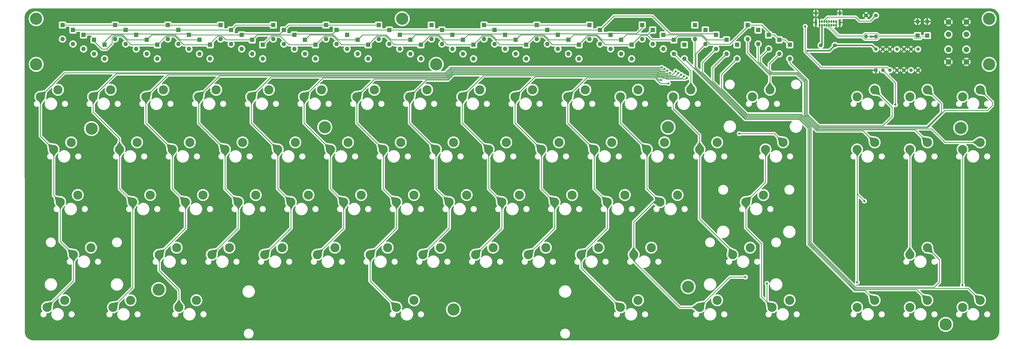
<source format=gbr>
%TF.GenerationSoftware,KiCad,Pcbnew,9.0.0*%
%TF.CreationDate,2025-03-06T23:30:44+00:00*%
%TF.ProjectId,discipline-pcb,64697363-6970-46c6-996e-652d7063622e,rev?*%
%TF.SameCoordinates,Original*%
%TF.FileFunction,Copper,L1,Top*%
%TF.FilePolarity,Positive*%
%FSLAX46Y46*%
G04 Gerber Fmt 4.6, Leading zero omitted, Abs format (unit mm)*
G04 Created by KiCad (PCBNEW 9.0.0) date 2025-03-06 23:30:44*
%MOMM*%
%LPD*%
G01*
G04 APERTURE LIST*
%TA.AperFunction,ComponentPad*%
%ADD10R,1.600000X1.600000*%
%TD*%
%TA.AperFunction,ComponentPad*%
%ADD11O,1.600000X1.600000*%
%TD*%
%TA.AperFunction,ComponentPad*%
%ADD12R,1.295400X1.295400*%
%TD*%
%TA.AperFunction,ComponentPad*%
%ADD13C,1.295400*%
%TD*%
%TA.AperFunction,ComponentPad*%
%ADD14C,4.400000*%
%TD*%
%TA.AperFunction,ComponentPad*%
%ADD15O,0.650000X1.000000*%
%TD*%
%TA.AperFunction,ComponentPad*%
%ADD16O,0.900000X2.400000*%
%TD*%
%TA.AperFunction,ComponentPad*%
%ADD17O,0.900000X1.700000*%
%TD*%
%TA.AperFunction,ComponentPad*%
%ADD18C,1.400000*%
%TD*%
%TA.AperFunction,ComponentPad*%
%ADD19O,1.400000X1.400000*%
%TD*%
%TA.AperFunction,ComponentPad*%
%ADD20C,2.000000*%
%TD*%
%TA.AperFunction,ComponentPad*%
%ADD21C,3.300000*%
%TD*%
%TA.AperFunction,ViaPad*%
%ADD22C,0.800000*%
%TD*%
%TA.AperFunction,Conductor*%
%ADD23C,0.250000*%
%TD*%
%TA.AperFunction,Conductor*%
%ADD24C,0.500000*%
%TD*%
%TA.AperFunction,Conductor*%
%ADD25C,0.200000*%
%TD*%
G04 APERTURE END LIST*
D10*
%TO.P,D1,1,K*%
%TO.N,row0*%
X67500000Y-66270000D03*
D11*
%TO.P,D1,2,A*%
%TO.N,Net-(D1-A)*%
X67500000Y-71350000D03*
%TD*%
D10*
%TO.P,D2,1,K*%
%TO.N,row0*%
X86538043Y-66270000D03*
D11*
%TO.P,D2,2,A*%
%TO.N,Net-(D2-A)*%
X86538043Y-71350000D03*
%TD*%
D10*
%TO.P,D3,1,K*%
%TO.N,row0*%
X105576087Y-66270000D03*
D11*
%TO.P,D3,2,A*%
%TO.N,Net-(D3-A)*%
X105576087Y-71350000D03*
%TD*%
D10*
%TO.P,D4,1,K*%
%TO.N,row0*%
X124614130Y-66270000D03*
D11*
%TO.P,D4,2,A*%
%TO.N,Net-(D4-A)*%
X124614130Y-71350000D03*
%TD*%
D10*
%TO.P,D5,1,K*%
%TO.N,row0*%
X139844565Y-73420000D03*
D11*
%TO.P,D5,2,A*%
%TO.N,Net-(D5-A)*%
X139844565Y-78500000D03*
%TD*%
D10*
%TO.P,D6,1,K*%
%TO.N,row0*%
X158882609Y-73420000D03*
D11*
%TO.P,D6,2,A*%
%TO.N,Net-(D6-A)*%
X158882609Y-78500000D03*
%TD*%
D10*
%TO.P,D7,1,K*%
%TO.N,row0*%
X177920652Y-73420000D03*
D11*
%TO.P,D7,2,A*%
%TO.N,Net-(D7-A)*%
X177920652Y-78500000D03*
%TD*%
D10*
%TO.P,D8,1,K*%
%TO.N,row0*%
X196958696Y-73420000D03*
D11*
%TO.P,D8,2,A*%
%TO.N,Net-(D8-A)*%
X196958696Y-78500000D03*
%TD*%
D10*
%TO.P,D9,1,K*%
%TO.N,row0*%
X215996739Y-73420000D03*
D11*
%TO.P,D9,2,A*%
%TO.N,Net-(D9-A)*%
X215996739Y-78500000D03*
%TD*%
D10*
%TO.P,D10,1,K*%
%TO.N,row0*%
X235034783Y-73420000D03*
D11*
%TO.P,D10,2,A*%
%TO.N,Net-(D10-A)*%
X235034783Y-78500000D03*
%TD*%
D10*
%TO.P,D11,1,K*%
%TO.N,row0*%
X254072826Y-73420000D03*
D11*
%TO.P,D11,2,A*%
%TO.N,Net-(D11-A)*%
X254072826Y-78500000D03*
%TD*%
D10*
%TO.P,D12,1,K*%
%TO.N,row0*%
X273110870Y-73420000D03*
D11*
%TO.P,D12,2,A*%
%TO.N,Net-(D12-A)*%
X273110870Y-78500000D03*
%TD*%
D10*
%TO.P,D13,1,K*%
%TO.N,row0*%
X288341304Y-71632500D03*
D11*
%TO.P,D13,2,A*%
%TO.N,Net-(D13-A)*%
X288341304Y-76712500D03*
%TD*%
D10*
%TO.P,D14,1,K*%
%TO.N,row0*%
X314994565Y-66270000D03*
D11*
%TO.P,D14,2,A*%
%TO.N,Net-(D14-A)*%
X314994565Y-71350000D03*
%TD*%
D10*
%TO.P,D16,1,K*%
%TO.N,row1*%
X71307609Y-68057500D03*
D11*
%TO.P,D16,2,A*%
%TO.N,Net-(D16-A)*%
X71307609Y-73137500D03*
%TD*%
D10*
%TO.P,D17,1,K*%
%TO.N,row1*%
X90345652Y-68057500D03*
D11*
%TO.P,D17,2,A*%
%TO.N,Net-(D17-A)*%
X90345652Y-73137500D03*
%TD*%
D10*
%TO.P,D18,1,K*%
%TO.N,row1*%
X109383696Y-68057500D03*
D11*
%TO.P,D18,2,A*%
%TO.N,Net-(D18-A)*%
X109383696Y-73137500D03*
%TD*%
D10*
%TO.P,D19,1,K*%
%TO.N,row1*%
X128421739Y-68057500D03*
D11*
%TO.P,D19,2,A*%
%TO.N,Net-(D19-A)*%
X128421739Y-73137500D03*
%TD*%
D10*
%TO.P,D20,1,K*%
%TO.N,row1*%
X143652174Y-66270000D03*
D11*
%TO.P,D20,2,A*%
%TO.N,Net-(D20-A)*%
X143652174Y-71350000D03*
%TD*%
D10*
%TO.P,D21,1,K*%
%TO.N,row1*%
X155075000Y-71632500D03*
D11*
%TO.P,D21,2,A*%
%TO.N,Net-(D21-A)*%
X155075000Y-76712500D03*
%TD*%
D10*
%TO.P,D22,1,K*%
%TO.N,row1*%
X174113043Y-71632500D03*
D11*
%TO.P,D22,2,A*%
%TO.N,Net-(D22-A)*%
X174113043Y-76712500D03*
%TD*%
D10*
%TO.P,D23,1,K*%
%TO.N,row1*%
X193151087Y-71632500D03*
D11*
%TO.P,D23,2,A*%
%TO.N,Net-(D23-A)*%
X193151087Y-76712500D03*
%TD*%
D10*
%TO.P,D24,1,K*%
%TO.N,row1*%
X212189130Y-71632500D03*
D11*
%TO.P,D24,2,A*%
%TO.N,Net-(D24-A)*%
X212189130Y-76712500D03*
%TD*%
D10*
%TO.P,D25,1,K*%
%TO.N,row1*%
X231227174Y-71632500D03*
D11*
%TO.P,D25,2,A*%
%TO.N,Net-(D25-A)*%
X231227174Y-76712500D03*
%TD*%
D10*
%TO.P,D26,1,K*%
%TO.N,row1*%
X250265217Y-71632500D03*
D11*
%TO.P,D26,2,A*%
%TO.N,Net-(D26-A)*%
X250265217Y-76712500D03*
%TD*%
D10*
%TO.P,D27,1,K*%
%TO.N,row1*%
X269303261Y-71632500D03*
D11*
%TO.P,D27,2,A*%
%TO.N,Net-(D27-A)*%
X269303261Y-76712500D03*
%TD*%
D10*
%TO.P,D28,1,K*%
%TO.N,row1*%
X280726087Y-68057500D03*
D11*
%TO.P,D28,2,A*%
%TO.N,Net-(D28-A)*%
X280726087Y-73137500D03*
%TD*%
D10*
%TO.P,D29,1,K*%
%TO.N,row1*%
X284533696Y-69845000D03*
D11*
%TO.P,D29,2,A*%
%TO.N,Net-(D29-A)*%
X284533696Y-74925000D03*
%TD*%
D10*
%TO.P,D31,1,K*%
%TO.N,row2*%
X75115217Y-69845000D03*
D11*
%TO.P,D31,2,A*%
%TO.N,Net-(D31-A)*%
X75115217Y-74925000D03*
%TD*%
D10*
%TO.P,D32,1,K*%
%TO.N,row2*%
X94153261Y-69845000D03*
D11*
%TO.P,D32,2,A*%
%TO.N,Net-(D32-A)*%
X94153261Y-74925000D03*
%TD*%
D10*
%TO.P,D33,1,K*%
%TO.N,row2*%
X113191304Y-69845000D03*
D11*
%TO.P,D33,2,A*%
%TO.N,Net-(D33-A)*%
X113191304Y-74925000D03*
%TD*%
D10*
%TO.P,D34,1,K*%
%TO.N,row2*%
X132229348Y-69845000D03*
D11*
%TO.P,D34,2,A*%
%TO.N,Net-(D34-A)*%
X132229348Y-74925000D03*
%TD*%
D10*
%TO.P,D35,1,K*%
%TO.N,row2*%
X147459783Y-68057500D03*
D11*
%TO.P,D35,2,A*%
%TO.N,Net-(D35-A)*%
X147459783Y-73137500D03*
%TD*%
D10*
%TO.P,D36,1,K*%
%TO.N,row2*%
X162690217Y-66270000D03*
D11*
%TO.P,D36,2,A*%
%TO.N,Net-(D36-A)*%
X162690217Y-71350000D03*
%TD*%
D10*
%TO.P,D37,1,K*%
%TO.N,row2*%
X181728261Y-66270000D03*
D11*
%TO.P,D37,2,A*%
%TO.N,Net-(D37-A)*%
X181728261Y-71350000D03*
%TD*%
D10*
%TO.P,D38,1,K*%
%TO.N,row2*%
X189343478Y-69845000D03*
D11*
%TO.P,D38,2,A*%
%TO.N,Net-(D38-A)*%
X189343478Y-74925000D03*
%TD*%
D10*
%TO.P,D39,1,K*%
%TO.N,row2*%
X208381522Y-69845000D03*
D11*
%TO.P,D39,2,A*%
%TO.N,Net-(D39-A)*%
X208381522Y-74925000D03*
%TD*%
D10*
%TO.P,D40,1,K*%
%TO.N,row2*%
X227419565Y-69845000D03*
D11*
%TO.P,D40,2,A*%
%TO.N,Net-(D40-A)*%
X227419565Y-74925000D03*
%TD*%
D10*
%TO.P,D41,1,K*%
%TO.N,row2*%
X246457609Y-69845000D03*
D11*
%TO.P,D41,2,A*%
%TO.N,Net-(D41-A)*%
X246457609Y-74925000D03*
%TD*%
D10*
%TO.P,D42,1,K*%
%TO.N,row2*%
X265495652Y-69845000D03*
D11*
%TO.P,D42,2,A*%
%TO.N,Net-(D42-A)*%
X265495652Y-74925000D03*
%TD*%
D10*
%TO.P,D43,1,K*%
%TO.N,row2*%
X276918478Y-66270000D03*
D11*
%TO.P,D43,2,A*%
%TO.N,Net-(D43-A)*%
X276918478Y-71350000D03*
%TD*%
D10*
%TO.P,D45,1,K*%
%TO.N,row3*%
X78922826Y-71632500D03*
D11*
%TO.P,D45,2,A*%
%TO.N,Net-(D45-A)*%
X78922826Y-76712500D03*
%TD*%
D10*
%TO.P,D46,1,K*%
%TO.N,row3*%
X101768478Y-73420000D03*
D11*
%TO.P,D46,2,A*%
%TO.N,Net-(D46-A)*%
X101768478Y-78500000D03*
%TD*%
D10*
%TO.P,D47,1,K*%
%TO.N,row3*%
X120806522Y-73420000D03*
D11*
%TO.P,D47,2,A*%
%TO.N,Net-(D47-A)*%
X120806522Y-78500000D03*
%TD*%
D10*
%TO.P,D48,1,K*%
%TO.N,row3*%
X136036957Y-71632500D03*
D11*
%TO.P,D48,2,A*%
%TO.N,Net-(D48-A)*%
X136036957Y-76712500D03*
%TD*%
D10*
%TO.P,D49,1,K*%
%TO.N,row3*%
X151267391Y-69845000D03*
D11*
%TO.P,D49,2,A*%
%TO.N,Net-(D49-A)*%
X151267391Y-74925000D03*
%TD*%
D10*
%TO.P,D50,1,K*%
%TO.N,row3*%
X166497826Y-68057500D03*
D11*
%TO.P,D50,2,A*%
%TO.N,Net-(D50-A)*%
X166497826Y-73137500D03*
%TD*%
D10*
%TO.P,D51,1,K*%
%TO.N,row3*%
X185535870Y-68057500D03*
D11*
%TO.P,D51,2,A*%
%TO.N,Net-(D51-A)*%
X185535870Y-73137500D03*
%TD*%
D10*
%TO.P,D52,1,K*%
%TO.N,row3*%
X200766304Y-66270000D03*
D11*
%TO.P,D52,2,A*%
%TO.N,Net-(D52-A)*%
X200766304Y-71350000D03*
%TD*%
D10*
%TO.P,D53,1,K*%
%TO.N,row3*%
X204573913Y-68057500D03*
D11*
%TO.P,D53,2,A*%
%TO.N,Net-(D53-A)*%
X204573913Y-73137500D03*
%TD*%
D10*
%TO.P,D54,1,K*%
%TO.N,row3*%
X223611957Y-68057500D03*
D11*
%TO.P,D54,2,A*%
%TO.N,Net-(D54-A)*%
X223611957Y-73137500D03*
%TD*%
D10*
%TO.P,D55,1,K*%
%TO.N,row3*%
X242650000Y-68057500D03*
D11*
%TO.P,D55,2,A*%
%TO.N,Net-(D55-A)*%
X242650000Y-73137500D03*
%TD*%
D10*
%TO.P,D56,1,K*%
%TO.N,row3*%
X261688043Y-68057500D03*
D11*
%TO.P,D56,2,A*%
%TO.N,Net-(D56-A)*%
X261688043Y-73137500D03*
%TD*%
D10*
%TO.P,D59,1,K*%
%TO.N,row4*%
X82730435Y-73420000D03*
D11*
%TO.P,D59,2,A*%
%TO.N,Net-(D59-A)*%
X82730435Y-78500000D03*
%TD*%
D10*
%TO.P,D60,1,K*%
%TO.N,row4*%
X97960870Y-71632500D03*
D11*
%TO.P,D60,2,A*%
%TO.N,Net-(D60-A)*%
X97960870Y-76712500D03*
%TD*%
D10*
%TO.P,D61,1,K*%
%TO.N,row4*%
X116998913Y-71632500D03*
D11*
%TO.P,D61,2,A*%
%TO.N,Net-(D61-A)*%
X116998913Y-76712500D03*
%TD*%
D10*
%TO.P,D62,1,K*%
%TO.N,row4*%
X170305435Y-69845000D03*
D11*
%TO.P,D62,2,A*%
%TO.N,Net-(D62-A)*%
X170305435Y-74925000D03*
%TD*%
D10*
%TO.P,D73,1,K*%
%TO.N,row4*%
X219804348Y-66270000D03*
D11*
%TO.P,D73,2,A*%
%TO.N,Net-(D73-A)*%
X219804348Y-71350000D03*
%TD*%
D10*
%TO.P,D74,1,K*%
%TO.N,row4*%
X238842391Y-66270000D03*
D11*
%TO.P,D74,2,A*%
%TO.N,Net-(D74-A)*%
X238842391Y-71350000D03*
%TD*%
D10*
%TO.P,D79,1,K*%
%TO.N,row0*%
X322609783Y-69845000D03*
D11*
%TO.P,D79,2,A*%
%TO.N,Net-(D79-A)*%
X322609783Y-74925000D03*
%TD*%
D12*
%TO.P,U1,1,\u002A1OE*%
%TO.N,GND*%
X361318333Y-82650000D03*
D13*
%TO.P,U1,2,1A*%
%TO.N,ledpin*%
X363858333Y-82650000D03*
%TO.P,U1,3,1Y*%
%TO.N,led5vout*%
X366398333Y-82650000D03*
%TO.P,U1,4,\u002A2OE*%
%TO.N,GND*%
X368938333Y-82650000D03*
%TO.P,U1,5,2A*%
X371478333Y-82650000D03*
%TO.P,U1,6,2Y*%
%TO.N,unconnected-(U1-2Y-Pad6)*%
X374018333Y-82650000D03*
%TO.P,U1,7,GND*%
%TO.N,GND*%
X376558333Y-82650000D03*
%TO.P,U1,8,3Y*%
%TO.N,unconnected-(U1-3Y-Pad8)*%
X376558333Y-75030000D03*
%TO.P,U1,9,3A*%
%TO.N,GND*%
X374018333Y-75030000D03*
%TO.P,U1,10,\u002A3OE*%
X371478333Y-75030000D03*
%TO.P,U1,11,4Y*%
%TO.N,unconnected-(U1-4Y-Pad11)*%
X368938333Y-75030000D03*
%TO.P,U1,12,4A*%
%TO.N,GND*%
X366398333Y-75030000D03*
%TO.P,U1,13,\u002A4OE*%
X363858333Y-75030000D03*
%TO.P,U1,14,VCC*%
%TO.N,+5V*%
X361318333Y-75030000D03*
%TD*%
D10*
%TO.P,D75,1,K*%
%TO.N,row0*%
X326417391Y-71632500D03*
D11*
%TO.P,D75,2,A*%
%TO.N,Net-(D75-A)*%
X326417391Y-76712500D03*
%TD*%
D10*
%TO.P,D70,1,K*%
%TO.N,D+*%
X376400000Y-70080000D03*
D11*
%TO.P,D70,2,A*%
%TO.N,GND*%
X376400000Y-65000000D03*
%TD*%
D14*
%TO.P,REF\u002A\u002A,1*%
%TO.N,N/C*%
X190223912Y-64000000D03*
%TD*%
%TO.P,,1*%
%TO.N,N/C*%
X402250000Y-64000000D03*
%TD*%
D15*
%TO.P,USB1,A1,GND*%
%TO.N,GND*%
X346975000Y-66325000D03*
%TO.P,USB1,A4,VBUS*%
%TO.N,VCC*%
X346125000Y-66325000D03*
%TO.P,USB1,A5,CC1*%
%TO.N,Net-(USB1-CC1)*%
X345275000Y-66325000D03*
%TO.P,USB1,A6,DP1*%
%TO.N,D+*%
X344425000Y-66325000D03*
%TO.P,USB1,A7,DN1*%
%TO.N,D-*%
X343575000Y-66325000D03*
%TO.P,USB1,A8,SBU1*%
%TO.N,unconnected-(USB1-SBU1-PadA8)*%
X342725000Y-66325000D03*
%TO.P,USB1,A9,VBUS*%
%TO.N,VCC*%
X341875000Y-66325000D03*
%TO.P,USB1,A12,GND*%
%TO.N,GND*%
X341025000Y-66325000D03*
%TO.P,USB1,B1,GND*%
X341020000Y-65000000D03*
%TO.P,USB1,B4,VBUS*%
%TO.N,VCC*%
X341870000Y-65000000D03*
%TO.P,USB1,B5,CC2*%
%TO.N,Net-(USB1-CC2)*%
X342720000Y-65000000D03*
%TO.P,USB1,B6,DP2*%
%TO.N,D+*%
X343570000Y-65000000D03*
%TO.P,USB1,B7,DN2*%
%TO.N,D-*%
X344420000Y-65000000D03*
%TO.P,USB1,B8,SBU2*%
%TO.N,unconnected-(USB1-SBU2-PadB8)*%
X345270000Y-65000000D03*
%TO.P,USB1,B9,VBUS*%
%TO.N,VCC*%
X346120000Y-65000000D03*
%TO.P,USB1,B12,GND*%
%TO.N,GND*%
X346975000Y-65000000D03*
D16*
%TO.P,USB1,S1,SHIELD*%
X348325000Y-65345000D03*
D17*
X348325000Y-61965000D03*
D16*
X339675000Y-65345000D03*
D17*
X339675000Y-61965000D03*
%TD*%
D14*
%TO.P,REF\u002A\u002A,1*%
%TO.N,N/C*%
X58000000Y-80500000D03*
%TD*%
%TO.P,,1*%
%TO.N,N/C*%
X286250000Y-103250000D03*
%TD*%
D18*
%TO.P,R2,1*%
%TO.N,Net-(USB1-CC2)*%
X361316667Y-62814047D03*
D19*
%TO.P,R2,2*%
%TO.N,GND*%
X361316667Y-70434047D03*
%TD*%
D10*
%TO.P,D81,1,K*%
%TO.N,row4*%
X299764130Y-68057500D03*
D11*
%TO.P,D81,2,A*%
%TO.N,Net-(D81-A)*%
X299764130Y-73137500D03*
%TD*%
D10*
%TO.P,D83,1,K*%
%TO.N,row1*%
X307379348Y-71632500D03*
D11*
%TO.P,D83,2,A*%
%TO.N,Net-(D83-A)*%
X307379348Y-76712500D03*
%TD*%
D14*
%TO.P,,1*%
%TO.N,N/C*%
X58000000Y-64000000D03*
%TD*%
D20*
%TO.P,SW-RST1,1,1*%
%TO.N,Resetbtn*%
X394050000Y-69685000D03*
X387550000Y-69685000D03*
%TO.P,SW-RST1,2,2*%
%TO.N,GND*%
X394050000Y-65185000D03*
X387550000Y-65185000D03*
%TD*%
D14*
%TO.P,,1*%
%TO.N,N/C*%
X402250000Y-80500000D03*
%TD*%
D10*
%TO.P,D57,1,K*%
%TO.N,row4*%
X257880435Y-66270000D03*
D11*
%TO.P,D57,2,A*%
%TO.N,Net-(D57-A)*%
X257880435Y-71350000D03*
%TD*%
D14*
%TO.P,,1*%
%TO.N,N/C*%
X202500000Y-80500000D03*
%TD*%
%TO.P,,1*%
%TO.N,N/C*%
X293500000Y-161000000D03*
%TD*%
%TO.P,,1*%
%TO.N,N/C*%
X102250000Y-162000000D03*
%TD*%
D10*
%TO.P,D82,1,K*%
%TO.N,row0*%
X330225000Y-73420000D03*
D11*
%TO.P,D82,2,A*%
%TO.N,Net-(D82-A)*%
X330225000Y-78500000D03*
%TD*%
D18*
%TO.P,R1,1*%
%TO.N,GND*%
X357800000Y-62814047D03*
D19*
%TO.P,R1,2*%
%TO.N,Net-(USB1-CC1)*%
X357800000Y-70434047D03*
%TD*%
D10*
%TO.P,D76,1,K*%
%TO.N,row1*%
X311186957Y-73420000D03*
D11*
%TO.P,D76,2,A*%
%TO.N,Net-(D76-A)*%
X311186957Y-78500000D03*
%TD*%
D10*
%TO.P,D77,1,K*%
%TO.N,row3*%
X303571739Y-69845000D03*
D11*
%TO.P,D77,2,A*%
%TO.N,Net-(D77-A)*%
X303571739Y-74925000D03*
%TD*%
D18*
%TO.P,F1,1*%
%TO.N,+5V*%
X346550000Y-73600000D03*
%TO.P,F1,2*%
%TO.N,VCC*%
X341450000Y-73600000D03*
%TD*%
D10*
%TO.P,D72,1,K*%
%TO.N,row4*%
X292148913Y-73420000D03*
D11*
%TO.P,D72,2,A*%
%TO.N,Net-(D72-A)*%
X292148913Y-78500000D03*
%TD*%
D14*
%TO.P,,1*%
%TO.N,N/C*%
X392000000Y-103500000D03*
%TD*%
%TO.P,,1*%
%TO.N,N/C*%
X162250000Y-103250000D03*
%TD*%
D10*
%TO.P,D69,1,K*%
%TO.N,D-*%
X379916667Y-70080000D03*
D11*
%TO.P,D69,2,A*%
%TO.N,GND*%
X379916667Y-65000000D03*
%TD*%
D10*
%TO.P,D78,1,K*%
%TO.N,row4*%
X295956522Y-66270000D03*
D11*
%TO.P,D78,2,A*%
%TO.N,Net-(D78-A)*%
X295956522Y-71350000D03*
%TD*%
D20*
%TO.P,SW-BOOTSEL1,1,1*%
%TO.N,Bootselbtn*%
X387550000Y-75135000D03*
X394050000Y-75135000D03*
%TO.P,SW-BOOTSEL1,2,2*%
%TO.N,GND*%
X387550000Y-79635000D03*
X394050000Y-79635000D03*
%TD*%
D14*
%TO.P,,1*%
%TO.N,N/C*%
X208750000Y-169250000D03*
%TD*%
D10*
%TO.P,D80,1,K*%
%TO.N,row1*%
X318802174Y-68057500D03*
D11*
%TO.P,D80,2,A*%
%TO.N,Net-(D80-A)*%
X318802174Y-73137500D03*
%TD*%
D14*
%TO.P,,1*%
%TO.N,N/C*%
X78000000Y-103750000D03*
%TD*%
%TO.P,,1*%
%TO.N,N/C*%
X386556250Y-174625000D03*
%TD*%
D21*
%TO.P,SW1,1*%
%TO.N,col0*%
X59531250Y-92233750D03*
%TO.P,SW1,2*%
%TO.N,Net-(D1-A)*%
X65881250Y-89693750D03*
%TD*%
%TO.P,SW2,1*%
%TO.N,col1*%
X78581250Y-92233750D03*
%TO.P,SW2,2*%
%TO.N,Net-(D2-A)*%
X84931250Y-89693750D03*
%TD*%
%TO.P,SW3,1*%
%TO.N,col2*%
X97631250Y-92233750D03*
%TO.P,SW3,2*%
%TO.N,Net-(D3-A)*%
X103981250Y-89693750D03*
%TD*%
%TO.P,SW4,1*%
%TO.N,col3*%
X116681250Y-92233750D03*
%TO.P,SW4,2*%
%TO.N,Net-(D4-A)*%
X123031250Y-89693750D03*
%TD*%
%TO.P,SW5,1*%
%TO.N,col4*%
X135731250Y-92233750D03*
%TO.P,SW5,2*%
%TO.N,Net-(D5-A)*%
X142081250Y-89693750D03*
%TD*%
%TO.P,SW6,1*%
%TO.N,col5*%
X154781250Y-92233750D03*
%TO.P,SW6,2*%
%TO.N,Net-(D6-A)*%
X161131250Y-89693750D03*
%TD*%
%TO.P,SW7,1*%
%TO.N,col6*%
X173831250Y-92233750D03*
%TO.P,SW7,2*%
%TO.N,Net-(D7-A)*%
X180181250Y-89693750D03*
%TD*%
%TO.P,SW8,1*%
%TO.N,col7*%
X192881250Y-92233750D03*
%TO.P,SW8,2*%
%TO.N,Net-(D8-A)*%
X199231250Y-89693750D03*
%TD*%
%TO.P,SW9,1*%
%TO.N,col8*%
X211931250Y-92233750D03*
%TO.P,SW9,2*%
%TO.N,Net-(D9-A)*%
X218281250Y-89693750D03*
%TD*%
%TO.P,SW10,1*%
%TO.N,col9*%
X230981250Y-92233750D03*
%TO.P,SW10,2*%
%TO.N,Net-(D10-A)*%
X237331250Y-89693750D03*
%TD*%
%TO.P,SW11,1*%
%TO.N,col10*%
X250031250Y-92233750D03*
%TO.P,SW11,2*%
%TO.N,Net-(D11-A)*%
X256381250Y-89693750D03*
%TD*%
%TO.P,SW12,1*%
%TO.N,col11*%
X269081250Y-92233750D03*
%TO.P,SW12,2*%
%TO.N,Net-(D12-A)*%
X275431250Y-89693750D03*
%TD*%
%TO.P,SW13,1*%
%TO.N,col12*%
X288131250Y-92233750D03*
%TO.P,SW13,2*%
%TO.N,Net-(D13-A)*%
X294481250Y-89693750D03*
%TD*%
%TO.P,SW17,1*%
%TO.N,col1*%
X88106250Y-111283750D03*
%TO.P,SW17,2*%
%TO.N,Net-(D17-A)*%
X94456250Y-108743750D03*
%TD*%
%TO.P,SW18,1*%
%TO.N,col2*%
X107156250Y-111283750D03*
%TO.P,SW18,2*%
%TO.N,Net-(D18-A)*%
X113506250Y-108743750D03*
%TD*%
%TO.P,SW19,1*%
%TO.N,col3*%
X126206250Y-111283750D03*
%TO.P,SW19,2*%
%TO.N,Net-(D19-A)*%
X132556250Y-108743750D03*
%TD*%
%TO.P,SW20,1*%
%TO.N,col4*%
X145256250Y-111283750D03*
%TO.P,SW20,2*%
%TO.N,Net-(D20-A)*%
X151606250Y-108743750D03*
%TD*%
%TO.P,SW21,1*%
%TO.N,col5*%
X164306250Y-111283750D03*
%TO.P,SW21,2*%
%TO.N,Net-(D21-A)*%
X170656250Y-108743750D03*
%TD*%
%TO.P,SW22,1*%
%TO.N,col6*%
X183356250Y-111283750D03*
%TO.P,SW22,2*%
%TO.N,Net-(D22-A)*%
X189706250Y-108743750D03*
%TD*%
%TO.P,SW23,1*%
%TO.N,col7*%
X202406250Y-111283750D03*
%TO.P,SW23,2*%
%TO.N,Net-(D23-A)*%
X208756250Y-108743750D03*
%TD*%
%TO.P,SW24,1*%
%TO.N,col8*%
X221456250Y-111283750D03*
%TO.P,SW24,2*%
%TO.N,Net-(D24-A)*%
X227806250Y-108743750D03*
%TD*%
%TO.P,SW25,1*%
%TO.N,col9*%
X240506250Y-111283750D03*
%TO.P,SW25,2*%
%TO.N,Net-(D25-A)*%
X246856250Y-108743750D03*
%TD*%
%TO.P,SW26,1*%
%TO.N,col10*%
X259556250Y-111283750D03*
%TO.P,SW26,2*%
%TO.N,Net-(D26-A)*%
X265906250Y-108743750D03*
%TD*%
%TO.P,SW27,1*%
%TO.N,col11*%
X278606250Y-111283750D03*
%TO.P,SW27,2*%
%TO.N,Net-(D27-A)*%
X284956250Y-108743750D03*
%TD*%
%TO.P,SW28,1*%
%TO.N,col12*%
X297656250Y-111283750D03*
%TO.P,SW28,2*%
%TO.N,Net-(D28-A)*%
X304006250Y-108743750D03*
%TD*%
%TO.P,SW32,1*%
%TO.N,col1*%
X92868750Y-130333750D03*
%TO.P,SW32,2*%
%TO.N,Net-(D32-A)*%
X99218750Y-127793750D03*
%TD*%
%TO.P,SW33,1*%
%TO.N,col2*%
X111918750Y-130333750D03*
%TO.P,SW33,2*%
%TO.N,Net-(D33-A)*%
X118268750Y-127793750D03*
%TD*%
%TO.P,SW34,1*%
%TO.N,col3*%
X130968750Y-130333750D03*
%TO.P,SW34,2*%
%TO.N,Net-(D34-A)*%
X137318750Y-127793750D03*
%TD*%
%TO.P,SW35,1*%
%TO.N,col4*%
X150018250Y-130333750D03*
%TO.P,SW35,2*%
%TO.N,Net-(D35-A)*%
X156368250Y-127793750D03*
%TD*%
%TO.P,SW36,1*%
%TO.N,col5*%
X169068250Y-130333750D03*
%TO.P,SW36,2*%
%TO.N,Net-(D36-A)*%
X175418250Y-127793750D03*
%TD*%
%TO.P,SW37,1*%
%TO.N,col6*%
X188118250Y-130333750D03*
%TO.P,SW37,2*%
%TO.N,Net-(D37-A)*%
X194468250Y-127793750D03*
%TD*%
%TO.P,SW38,1*%
%TO.N,col7*%
X207168250Y-130333750D03*
%TO.P,SW38,2*%
%TO.N,Net-(D38-A)*%
X213518250Y-127793750D03*
%TD*%
%TO.P,SW39,1*%
%TO.N,col8*%
X226218250Y-130333750D03*
%TO.P,SW39,2*%
%TO.N,Net-(D39-A)*%
X232568250Y-127793750D03*
%TD*%
%TO.P,SW40,1*%
%TO.N,col9*%
X245268250Y-130333750D03*
%TO.P,SW40,2*%
%TO.N,Net-(D40-A)*%
X251618250Y-127793750D03*
%TD*%
%TO.P,SW41,1*%
%TO.N,col10*%
X264318250Y-130333750D03*
%TO.P,SW41,2*%
%TO.N,Net-(D41-A)*%
X270668250Y-127793750D03*
%TD*%
%TO.P,SW42,1*%
%TO.N,col11*%
X283368250Y-130333750D03*
%TO.P,SW42,2*%
%TO.N,Net-(D42-A)*%
X289718250Y-127793750D03*
%TD*%
%TO.P,SW46,1*%
%TO.N,col2*%
X102393750Y-149383750D03*
%TO.P,SW46,2*%
%TO.N,Net-(D46-A)*%
X108743750Y-146843750D03*
%TD*%
%TO.P,SW47,1*%
%TO.N,col3*%
X121443750Y-149383750D03*
%TO.P,SW47,2*%
%TO.N,Net-(D47-A)*%
X127793750Y-146843750D03*
%TD*%
%TO.P,SW48,1*%
%TO.N,col4*%
X140493750Y-149383750D03*
%TO.P,SW48,2*%
%TO.N,Net-(D48-A)*%
X146843750Y-146843750D03*
%TD*%
%TO.P,SW49,1*%
%TO.N,col5*%
X159544250Y-149383750D03*
%TO.P,SW49,2*%
%TO.N,Net-(D49-A)*%
X165894250Y-146843750D03*
%TD*%
%TO.P,SW50,1*%
%TO.N,col6*%
X178594250Y-149383750D03*
%TO.P,SW50,2*%
%TO.N,Net-(D50-A)*%
X184944250Y-146843750D03*
%TD*%
%TO.P,SW51,1*%
%TO.N,col7*%
X197644250Y-149383750D03*
%TO.P,SW51,2*%
%TO.N,Net-(D51-A)*%
X203994250Y-146843750D03*
%TD*%
%TO.P,SW52,1*%
%TO.N,col8*%
X216694250Y-149383750D03*
%TO.P,SW52,2*%
%TO.N,Net-(D52-A)*%
X223044250Y-146843750D03*
%TD*%
%TO.P,SW53,1*%
%TO.N,col9*%
X235744250Y-149383750D03*
%TO.P,SW53,2*%
%TO.N,Net-(D53-A)*%
X242094250Y-146843750D03*
%TD*%
%TO.P,SW54,1*%
%TO.N,col10*%
X254794250Y-149383750D03*
%TO.P,SW54,2*%
%TO.N,Net-(D54-A)*%
X261144250Y-146843750D03*
%TD*%
%TO.P,SW55,1*%
%TO.N,col11*%
X273844250Y-149383750D03*
%TO.P,SW55,2*%
%TO.N,Net-(D55-A)*%
X280194250Y-146843750D03*
%TD*%
%TO.P,SW62,1*%
%TO.N,col6*%
X188119000Y-168433750D03*
%TO.P,SW62,2*%
%TO.N,Net-(D62-A)*%
X194469000Y-165893750D03*
%TD*%
%TO.P,SW14,1*%
%TO.N,col13*%
X316706250Y-92233750D03*
%TO.P,SW14,2*%
%TO.N,Net-(D14-A)*%
X323056250Y-89693750D03*
%TD*%
%TO.P,SW29,1*%
%TO.N,col13*%
X321468250Y-111283750D03*
%TO.P,SW29,2*%
%TO.N,Net-(D29-A)*%
X327818250Y-108743750D03*
%TD*%
%TO.P,SW31,1*%
%TO.N,col0*%
X66675050Y-130323620D03*
%TO.P,SW31,2*%
%TO.N,Net-(D31-A)*%
X73025050Y-127783620D03*
%TD*%
%TO.P,SW43,1*%
%TO.N,col13*%
X314325250Y-130333750D03*
%TO.P,SW43,2*%
%TO.N,Net-(D43-A)*%
X320675250Y-127793750D03*
%TD*%
%TO.P,SW45,1*%
%TO.N,col0*%
X71437450Y-149383750D03*
%TO.P,SW45,2*%
%TO.N,Net-(D45-A)*%
X77787450Y-146843750D03*
%TD*%
%TO.P,SW56,1*%
%TO.N,col12*%
X309562750Y-149383750D03*
%TO.P,SW56,2*%
%TO.N,Net-(D56-A)*%
X315912750Y-146843750D03*
%TD*%
%TO.P,SW59,1*%
%TO.N,col0*%
X61912450Y-168423620D03*
%TO.P,SW59,2*%
%TO.N,Net-(D59-A)*%
X68262450Y-165883620D03*
%TD*%
%TO.P,SW60,1*%
%TO.N,col1*%
X85725050Y-168433750D03*
%TO.P,SW60,2*%
%TO.N,Net-(D60-A)*%
X92075050Y-165893750D03*
%TD*%
%TO.P,SW61,1*%
%TO.N,col2*%
X109537450Y-168423620D03*
%TO.P,SW61,2*%
%TO.N,Net-(D61-A)*%
X115887450Y-165883620D03*
%TD*%
%TO.P,SW73,1*%
%TO.N,col10*%
X269081300Y-168433750D03*
%TO.P,SW73,2*%
%TO.N,Net-(D73-A)*%
X275431300Y-165893750D03*
%TD*%
%TO.P,SW74,1*%
%TO.N,col11*%
X297656300Y-168433750D03*
%TO.P,SW74,2*%
%TO.N,Net-(D74-A)*%
X304006300Y-165893750D03*
%TD*%
%TO.P,SW16,1*%
%TO.N,col0*%
X64293750Y-111283750D03*
%TO.P,SW16,2*%
%TO.N,Net-(D16-A)*%
X70643750Y-108743750D03*
%TD*%
%TO.P,SW82,1*%
%TO.N,col14*%
X354557628Y-92242750D03*
%TO.P,SW82,2*%
%TO.N,Net-(D82-A)*%
X360907628Y-89702750D03*
%TD*%
%TO.P,SW80,1*%
%TO.N,col16*%
X392657628Y-111283750D03*
%TO.P,SW80,2*%
%TO.N,Net-(D80-A)*%
X399007628Y-108743750D03*
%TD*%
%TO.P,SW83,1*%
%TO.N,col14*%
X354557628Y-111292750D03*
%TO.P,SW83,2*%
%TO.N,Net-(D83-A)*%
X360907628Y-108752750D03*
%TD*%
%TO.P,SW81,1*%
%TO.N,col16*%
X392657628Y-168433750D03*
%TO.P,SW81,2*%
%TO.N,Net-(D81-A)*%
X399007628Y-165893750D03*
%TD*%
%TO.P,SW76,1*%
%TO.N,col15*%
X373607628Y-111283750D03*
%TO.P,SW76,2*%
%TO.N,Net-(D76-A)*%
X379957628Y-108743750D03*
%TD*%
%TO.P,SW72,1*%
%TO.N,col14*%
X354557628Y-168433750D03*
%TO.P,SW72,2*%
%TO.N,Net-(D72-A)*%
X360907628Y-165893750D03*
%TD*%
%TO.P,SW79,1*%
%TO.N,col16*%
X392657628Y-92233750D03*
%TO.P,SW79,2*%
%TO.N,Net-(D79-A)*%
X399007628Y-89693750D03*
%TD*%
%TO.P,SW77,1*%
%TO.N,col15*%
X373607628Y-149383750D03*
%TO.P,SW77,2*%
%TO.N,Net-(D77-A)*%
X379957628Y-146843750D03*
%TD*%
%TO.P,SW57,1*%
%TO.N,col13*%
X323850050Y-168433750D03*
%TO.P,SW57,2*%
%TO.N,Net-(D57-A)*%
X330200050Y-165893750D03*
%TD*%
%TO.P,SW78,1*%
%TO.N,col15*%
X373607628Y-168433750D03*
%TO.P,SW78,2*%
%TO.N,Net-(D78-A)*%
X379957628Y-165893750D03*
%TD*%
%TO.P,SW75,1*%
%TO.N,col15*%
X373607628Y-92233750D03*
%TO.P,SW75,2*%
%TO.N,Net-(D75-A)*%
X379957628Y-89693750D03*
%TD*%
D22*
%TO.N,GND*%
X364500000Y-119700000D03*
X196600000Y-65400000D03*
X286100000Y-61400000D03*
X261000000Y-133800000D03*
X283400000Y-170200000D03*
X403400000Y-84800000D03*
X164800000Y-62600000D03*
X93800000Y-64200000D03*
X180600000Y-62500000D03*
X309000000Y-66800000D03*
X300300000Y-131000000D03*
X387900000Y-158900000D03*
X229400000Y-62400000D03*
X221200000Y-78400000D03*
X342200000Y-119800000D03*
X153800000Y-65200000D03*
X301000000Y-75400000D03*
X199400000Y-62400000D03*
X284400000Y-94800000D03*
X270200000Y-67200000D03*
X330400000Y-69200000D03*
X117100000Y-62600000D03*
X289600000Y-151800000D03*
X269600000Y-140400000D03*
X316600000Y-75600000D03*
X156800000Y-67800000D03*
X302400000Y-79200000D03*
X401500000Y-101800000D03*
X280200000Y-65600000D03*
X213600000Y-79800000D03*
X387600000Y-105200000D03*
X256300000Y-99900000D03*
X74191380Y-157676492D03*
%TO.N,Net-(D29-A)*%
X312000000Y-105600000D03*
%TO.N,col0*%
X284000000Y-81600000D03*
%TO.N,col1*%
X285000000Y-82200000D03*
%TO.N,col2*%
X286000000Y-82800000D03*
%TO.N,col3*%
X287000000Y-83600000D03*
%TO.N,col4*%
X289000000Y-83000000D03*
%TO.N,col5*%
X290000000Y-83600000D03*
%TO.N,col6*%
X291000000Y-84200000D03*
%TO.N,col7*%
X292000000Y-84800000D03*
%TO.N,col8*%
X293000000Y-85400000D03*
%TO.N,col9*%
X283700000Y-86200000D03*
%TO.N,col10*%
X286400000Y-87400000D03*
%TO.N,col11*%
X314200000Y-157500000D03*
%TO.N,col13*%
X322000000Y-159800000D03*
%TO.N,col14*%
X354600000Y-159400000D03*
X357200000Y-130000000D03*
%TO.N,+5V*%
X336600000Y-75600000D03*
%TO.N,ledpin*%
X368400000Y-95100000D03*
%TO.N,col16*%
X392600000Y-160400000D03*
%TO.N,led5vout*%
X335800000Y-66800000D03*
%TD*%
D23*
%TO.N,row0*%
X288341304Y-71632500D02*
X280432500Y-71632500D01*
X203252818Y-70224000D02*
X200154696Y-70224000D01*
X222290862Y-70224000D02*
X219192739Y-70224000D01*
X165176731Y-70224000D02*
X162078609Y-70224000D01*
X301419035Y-73200000D02*
X298443035Y-70224000D01*
X215996739Y-73420000D02*
X206448818Y-73420000D01*
X241328905Y-70224000D02*
X238230783Y-70224000D01*
X181116652Y-70224000D02*
X177920652Y-73420000D01*
X238230783Y-70224000D02*
X235034783Y-73420000D01*
X278800000Y-70000000D02*
X276530870Y-70000000D01*
X328437500Y-71632500D02*
X326417391Y-71632500D01*
X254072826Y-73327174D02*
X254072826Y-73420000D01*
X330225000Y-73420000D02*
X328437500Y-71632500D01*
X263620000Y-73420000D02*
X260400000Y-70200000D01*
X162078609Y-70224000D02*
X158882609Y-73420000D01*
X235034783Y-73420000D02*
X225486862Y-73420000D01*
X324629891Y-69845000D02*
X322609783Y-69845000D01*
X273110870Y-73420000D02*
X263620000Y-73420000D01*
X254072826Y-73420000D02*
X244524905Y-73420000D01*
X143040565Y-70224000D02*
X139844565Y-73420000D01*
X314994565Y-66270000D02*
X320084783Y-66270000D01*
X244524905Y-73420000D02*
X241328905Y-70224000D01*
X314994565Y-66805435D02*
X308600000Y-73200000D01*
X219192739Y-70224000D02*
X215996739Y-73420000D01*
X326417391Y-71632500D02*
X324629891Y-69845000D01*
X177920652Y-73420000D02*
X168372731Y-73420000D01*
X280432500Y-71632500D02*
X278800000Y-70000000D01*
X146138688Y-70224000D02*
X143040565Y-70224000D01*
X314994565Y-66270000D02*
X314994565Y-66805435D01*
X196958696Y-73420000D02*
X187410775Y-73420000D01*
X257200000Y-70200000D02*
X254072826Y-73327174D01*
X187410775Y-73420000D02*
X184214775Y-70224000D01*
X289749804Y-70224000D02*
X288341304Y-71632500D01*
X206448818Y-73420000D02*
X203252818Y-70224000D01*
X308600000Y-73200000D02*
X301419035Y-73200000D01*
X86538043Y-66270000D02*
X67500000Y-66270000D01*
X158882609Y-73420000D02*
X149334688Y-73420000D01*
X320084783Y-66270000D02*
X322609783Y-68795000D01*
X276530870Y-70000000D02*
X273110870Y-73420000D01*
X322609783Y-68795000D02*
X322609783Y-69845000D01*
X184214775Y-70224000D02*
X181116652Y-70224000D01*
X298443035Y-70224000D02*
X289749804Y-70224000D01*
X225486862Y-73420000D02*
X222290862Y-70224000D01*
X124614130Y-66270000D02*
X105576087Y-66270000D01*
X149334688Y-73420000D02*
X146138688Y-70224000D01*
X200154696Y-70224000D02*
X196958696Y-73420000D01*
X105576087Y-66270000D02*
X86538043Y-66270000D01*
X260400000Y-70200000D02*
X257200000Y-70200000D01*
X168372731Y-73420000D02*
X165176731Y-70224000D01*
%TO.N,Net-(D13-A)*%
X288341304Y-76712500D02*
X294481250Y-82852446D01*
X294481250Y-82852446D02*
X294481250Y-89693750D01*
%TO.N,Net-(D14-A)*%
X314994565Y-76329137D02*
X323056250Y-84390822D01*
X314994565Y-71350000D02*
X314994565Y-76329137D01*
X323056250Y-89693750D02*
X323056250Y-84390822D01*
%TO.N,row1*%
X278978000Y-69622000D02*
X271313761Y-69622000D01*
X186157847Y-71632500D02*
X184371347Y-69846000D01*
X203409390Y-69846000D02*
X194937587Y-69846000D01*
X156861500Y-69846000D02*
X155075000Y-71632500D01*
X241485477Y-69846000D02*
X233013674Y-69846000D01*
X292599000Y-69845000D02*
X284533696Y-69845000D01*
X280726087Y-68057500D02*
X280542500Y-68057500D01*
X298599608Y-69846000D02*
X292600000Y-69846000D01*
X193151087Y-71632500D02*
X186157847Y-71632500D01*
X167119803Y-71632500D02*
X165333303Y-69846000D01*
X205195890Y-71632500D02*
X203409390Y-69846000D01*
X280542500Y-68057500D02*
X278978000Y-69622000D01*
X222447434Y-69846000D02*
X213975630Y-69846000D01*
X128421739Y-68057500D02*
X109383696Y-68057500D01*
X233013674Y-69846000D02*
X231227174Y-71632500D01*
X143652174Y-66270000D02*
X130209239Y-66270000D01*
X212189130Y-71632500D02*
X205195890Y-71632500D01*
X260556572Y-69822000D02*
X252075717Y-69822000D01*
X252075717Y-69822000D02*
X250265217Y-71632500D01*
X90345652Y-68057500D02*
X71307609Y-68057500D01*
X213975630Y-69846000D02*
X212189130Y-71632500D01*
X224233934Y-71632500D02*
X222447434Y-69846000D01*
X109383696Y-68057500D02*
X90345652Y-68057500D01*
X269303261Y-71632500D02*
X262367072Y-71632500D01*
X307379348Y-71632500D02*
X300386107Y-71632500D01*
X271313761Y-69622000D02*
X269303261Y-71632500D01*
X250265217Y-71632500D02*
X243271977Y-71632500D01*
X260556572Y-69822000D02*
X262367072Y-71632500D01*
X175899543Y-69846000D02*
X174113043Y-71632500D01*
X130209239Y-66270000D02*
X128421739Y-68057500D01*
X292600000Y-69846000D02*
X292599000Y-69845000D01*
X194937587Y-69846000D02*
X193151087Y-71632500D01*
X300386107Y-71632500D02*
X298599608Y-69846000D01*
X174113043Y-71632500D02*
X167119803Y-71632500D01*
X231227174Y-71632500D02*
X224233934Y-71632500D01*
X184371347Y-69846000D02*
X175899543Y-69846000D01*
X243271977Y-71632500D02*
X241485477Y-69846000D01*
X165333303Y-69846000D02*
X156861500Y-69846000D01*
%TO.N,Net-(D29-A)*%
X312000000Y-105600000D02*
X324674500Y-105600000D01*
X324674500Y-105600000D02*
X327818250Y-108743750D01*
%TO.N,row2*%
X113191304Y-69845000D02*
X112814304Y-69468000D01*
X162690217Y-66270000D02*
X149247283Y-66270000D01*
X246902609Y-69400000D02*
X246457609Y-69845000D01*
X208004522Y-69468000D02*
X189720478Y-69468000D01*
X189720478Y-69468000D02*
X189343478Y-69845000D01*
X94530261Y-69468000D02*
X94153261Y-69845000D01*
X75492217Y-69468000D02*
X75115217Y-69845000D01*
X265050652Y-69400000D02*
X246902609Y-69400000D01*
X208758522Y-69468000D02*
X208381522Y-69845000D01*
X276918478Y-66270000D02*
X276918478Y-67320000D01*
X132229348Y-69845000D02*
X113191304Y-69845000D01*
X227796565Y-69468000D02*
X227419565Y-69845000D01*
X112814304Y-69468000D02*
X94530261Y-69468000D01*
X246080609Y-69468000D02*
X227796565Y-69468000D01*
X265495652Y-69845000D02*
X265050652Y-69400000D01*
X227419565Y-69845000D02*
X227042565Y-69468000D01*
X181728261Y-66270000D02*
X162690217Y-66270000D01*
X149247283Y-66270000D02*
X147459783Y-68057500D01*
X246457609Y-69845000D02*
X246080609Y-69468000D01*
X146050283Y-69467000D02*
X132607348Y-69467000D01*
X208381522Y-69845000D02*
X208004522Y-69468000D01*
X132607348Y-69467000D02*
X132229348Y-69845000D01*
X276918478Y-67320000D02*
X274994478Y-69244000D01*
X266096652Y-69244000D02*
X265495652Y-69845000D01*
X93776261Y-69468000D02*
X75492217Y-69468000D01*
X147459783Y-68057500D02*
X146050283Y-69467000D01*
X227042565Y-69468000D02*
X208758522Y-69468000D01*
X274994478Y-69244000D02*
X266096652Y-69244000D01*
X94153261Y-69845000D02*
X93776261Y-69468000D01*
%TO.N,row3*%
X85400000Y-70800000D02*
X85400000Y-73002435D01*
X85976000Y-70224000D02*
X85400000Y-70800000D01*
X166497826Y-68057500D02*
X165087326Y-69468000D01*
X126489035Y-71632500D02*
X125080535Y-70224000D01*
X185535870Y-68057500D02*
X166497826Y-68057500D01*
X303571739Y-69845000D02*
X303126739Y-69400000D01*
X151644391Y-69468000D02*
X151267391Y-69845000D01*
X223611957Y-68057500D02*
X204573913Y-68057500D01*
X78922826Y-72122826D02*
X78922826Y-71632500D01*
X125080535Y-70224000D02*
X123576000Y-70224000D01*
X104964478Y-70224000D02*
X101768478Y-73420000D01*
X120806522Y-72993478D02*
X120806522Y-73420000D01*
X83402435Y-75000000D02*
X81800000Y-75000000D01*
X165087326Y-69468000D02*
X151644391Y-69468000D01*
X287000000Y-69400000D02*
X280600000Y-63000000D01*
X101768478Y-73420000D02*
X92220557Y-73420000D01*
X81800000Y-75000000D02*
X78922826Y-72122826D01*
X120806522Y-73420000D02*
X111258601Y-73420000D01*
X266745543Y-63000000D02*
X261688043Y-68057500D01*
X137824457Y-69845000D02*
X136036957Y-71632500D01*
X111258601Y-73420000D02*
X108062601Y-70224000D01*
X242650000Y-68057500D02*
X223611957Y-68057500D01*
X108062601Y-70224000D02*
X104964478Y-70224000D01*
X85400000Y-73002435D02*
X83402435Y-75000000D01*
X89024557Y-70224000D02*
X85976000Y-70224000D01*
X92220557Y-73420000D02*
X89024557Y-70224000D01*
X136036957Y-71632500D02*
X126489035Y-71632500D01*
X261688043Y-68057500D02*
X242650000Y-68057500D01*
X204573913Y-68057500D02*
X185535870Y-68057500D01*
X280600000Y-63000000D02*
X266745543Y-63000000D01*
X151267391Y-69845000D02*
X137824457Y-69845000D01*
X123576000Y-70224000D02*
X120806522Y-72993478D01*
X303126739Y-69400000D02*
X287000000Y-69400000D01*
%TO.N,row4*%
X110005673Y-71632500D02*
X108219173Y-69846000D01*
X238842391Y-66270000D02*
X219804348Y-66270000D01*
X257880435Y-66270000D02*
X238842391Y-66270000D01*
X97960870Y-71632500D02*
X90967629Y-71632500D01*
X90967629Y-71632500D02*
X89181129Y-69846000D01*
X99747370Y-69846000D02*
X97960870Y-71632500D01*
X89181129Y-69846000D02*
X85254435Y-69846000D01*
X85254435Y-69846000D02*
X82730435Y-72370000D01*
X116998913Y-71632500D02*
X110005673Y-71632500D01*
X82730435Y-72370000D02*
X82730435Y-73420000D01*
X108219173Y-69846000D02*
X99747370Y-69846000D01*
%TO.N,col0*%
X207600000Y-81600000D02*
X284000000Y-81600000D01*
X64293750Y-111283750D02*
X59531250Y-106521250D01*
X66675050Y-144621350D02*
X66675050Y-130323620D01*
X66675050Y-130323620D02*
X64293750Y-127942320D01*
X61912450Y-168423620D02*
X71437450Y-158898620D01*
X71437450Y-158898620D02*
X71437450Y-149383750D01*
X205674000Y-83526000D02*
X207600000Y-81600000D01*
X64293750Y-127942320D02*
X64293750Y-111283750D01*
X68239000Y-83526000D02*
X205674000Y-83526000D01*
X71437450Y-149383750D02*
X66675050Y-144621350D01*
X59531250Y-106521250D02*
X59531250Y-92233750D01*
X59531250Y-92233750D02*
X68239000Y-83526000D01*
%TO.N,col1*%
X283526000Y-82326000D02*
X283178000Y-81978000D01*
X78581250Y-92233750D02*
X86911000Y-83904000D01*
X285000000Y-82200000D02*
X284874000Y-82326000D01*
X92868750Y-161290050D02*
X85725050Y-168433750D01*
X205874000Y-83904000D02*
X207800000Y-81978000D01*
X92868750Y-130333750D02*
X92868750Y-161290050D01*
X78581250Y-97781250D02*
X78581250Y-92233750D01*
X88106250Y-125571250D02*
X92868750Y-130333750D01*
X207800000Y-81978000D02*
X283178000Y-81978000D01*
X88106250Y-107306250D02*
X78581250Y-97781250D01*
X86911000Y-83904000D02*
X205874000Y-83904000D01*
X284874000Y-82326000D02*
X283526000Y-82326000D01*
X88106250Y-111283750D02*
X88106250Y-107306250D01*
X88106250Y-111283750D02*
X88106250Y-125571250D01*
%TO.N,col2*%
X111918750Y-130333750D02*
X111918750Y-139858750D01*
X207956572Y-82356000D02*
X206030572Y-84282000D01*
X206030572Y-84282000D02*
X105583000Y-84282000D01*
X207956572Y-82356000D02*
X282900000Y-82356000D01*
X285874000Y-82926000D02*
X283470000Y-82926000D01*
X105583000Y-84282000D02*
X97631250Y-92233750D01*
X109537450Y-162227646D02*
X109537450Y-168423620D01*
X97631250Y-92233750D02*
X97631250Y-101758750D01*
X102393750Y-149383750D02*
X102393750Y-155083946D01*
X102393750Y-155083946D02*
X109537450Y-162227646D01*
X111918750Y-139858750D02*
X102393750Y-149383750D01*
X97631250Y-101758750D02*
X107156250Y-111283750D01*
X107156250Y-111283750D02*
X107156250Y-125571250D01*
X286000000Y-82800000D02*
X285874000Y-82926000D01*
X107156250Y-125571250D02*
X111918750Y-130333750D01*
X283470000Y-82926000D02*
X282900000Y-82356000D01*
%TO.N,col3*%
X124255000Y-84660000D02*
X116681250Y-92233750D01*
X126206250Y-111283750D02*
X126206250Y-125571250D01*
X116681250Y-101758750D02*
X126206250Y-111283750D01*
X282743428Y-82734000D02*
X283313428Y-83304000D01*
X130968750Y-139858750D02*
X121443750Y-149383750D01*
X208113144Y-82734000D02*
X282743428Y-82734000D01*
X130968750Y-130333750D02*
X130968750Y-139858750D01*
X285196000Y-83600000D02*
X284900000Y-83304000D01*
X287000000Y-83600000D02*
X285196000Y-83600000D01*
X284900000Y-83304000D02*
X283313428Y-83304000D01*
X116681250Y-92233750D02*
X116681250Y-101758750D01*
X126206250Y-125571250D02*
X130968750Y-130333750D01*
X208113144Y-82734000D02*
X206187144Y-84660000D01*
X206187144Y-84660000D02*
X124255000Y-84660000D01*
%TO.N,col4*%
X287667000Y-84326000D02*
X286348000Y-84326000D01*
X145256250Y-125571750D02*
X150018250Y-130333750D01*
X284896000Y-83978000D02*
X284600000Y-83682000D01*
X289000000Y-82993000D02*
X287667000Y-84326000D01*
X135731250Y-101758750D02*
X145256250Y-111283750D01*
X286348000Y-84326000D02*
X286000000Y-83978000D01*
X284600000Y-83682000D02*
X283070000Y-83682000D01*
X145256250Y-111283750D02*
X145256250Y-125571750D01*
X135731250Y-92233750D02*
X135731250Y-101758750D01*
X142927000Y-85038000D02*
X135731250Y-92233750D01*
X206343716Y-85038000D02*
X142927000Y-85038000D01*
X150018250Y-130333750D02*
X150018250Y-139859250D01*
X208269716Y-83112000D02*
X206343716Y-85038000D01*
X286000000Y-83978000D02*
X284896000Y-83978000D01*
X208269716Y-83112000D02*
X282500000Y-83112000D01*
X283070000Y-83682000D02*
X282500000Y-83112000D01*
X150018250Y-139859250D02*
X140493750Y-149383750D01*
%TO.N,col5*%
X154781250Y-101758750D02*
X164306250Y-111283750D01*
X169068250Y-139859750D02*
X159544250Y-149383750D01*
X161599000Y-85416000D02*
X154781250Y-92233750D01*
X154781250Y-92233750D02*
X154781250Y-101758750D01*
X282913427Y-84060000D02*
X282343428Y-83490000D01*
X288896000Y-84704000D02*
X286191427Y-84704000D01*
X208426288Y-83490000D02*
X206500288Y-85416000D01*
X169068250Y-130333750D02*
X169068250Y-139859750D01*
X206500288Y-85416000D02*
X161599000Y-85416000D01*
X164306250Y-111283750D02*
X164306250Y-125571750D01*
X290000000Y-83600000D02*
X288896000Y-84704000D01*
X284739427Y-84356000D02*
X284443427Y-84060000D01*
X285843428Y-84356000D02*
X284739427Y-84356000D01*
X208426288Y-83490000D02*
X282343428Y-83490000D01*
X284443427Y-84060000D02*
X282913427Y-84060000D01*
X164306250Y-125571750D02*
X169068250Y-130333750D01*
X286191427Y-84704000D02*
X285843428Y-84356000D01*
%TO.N,col6*%
X284286855Y-84438000D02*
X283300000Y-84438001D01*
X208582860Y-83868000D02*
X206656860Y-85794000D01*
X173831250Y-92233750D02*
X173831250Y-101758750D01*
X283300000Y-84438001D02*
X282756854Y-84438000D01*
X290118000Y-85082000D02*
X286034854Y-85082000D01*
X208582860Y-83868000D02*
X282186854Y-83868000D01*
X291000000Y-84200000D02*
X290118000Y-85082000D01*
X183356250Y-125571750D02*
X188118250Y-130333750D01*
X285686854Y-84734000D02*
X284582855Y-84734000D01*
X173831250Y-101758750D02*
X183356250Y-111283750D01*
X284582855Y-84734000D02*
X284286855Y-84438000D01*
X178594250Y-149383750D02*
X178594250Y-158909000D01*
X180271000Y-85794000D02*
X173831250Y-92233750D01*
X183356250Y-111283750D02*
X183356250Y-125571750D01*
X188118250Y-139859750D02*
X178594250Y-149383750D01*
X282756854Y-84438000D02*
X282186854Y-83868000D01*
X178594250Y-158909000D02*
X188119000Y-168433750D01*
X188118250Y-130333750D02*
X188118250Y-139859750D01*
X286034854Y-85082000D02*
X285686854Y-84734000D01*
X206656860Y-85794000D02*
X180271000Y-85794000D01*
%TO.N,col7*%
X198943000Y-86172000D02*
X192881250Y-92233750D01*
X208739432Y-84246000D02*
X282030282Y-84246000D01*
X192881250Y-101758750D02*
X202406250Y-111283750D01*
X208739432Y-84246000D02*
X206813432Y-86172000D01*
X206813432Y-86172000D02*
X198943000Y-86172000D01*
X292000000Y-84800000D02*
X291340000Y-85460000D01*
X285878282Y-85460000D02*
X285530282Y-85112000D01*
X192881250Y-92233750D02*
X192881250Y-101758750D01*
X284426283Y-85112000D02*
X284130282Y-84816000D01*
X207168250Y-130333750D02*
X207168250Y-139859750D01*
X291340000Y-85460000D02*
X285878282Y-85460000D01*
X202406250Y-125571750D02*
X207168250Y-130333750D01*
X202406250Y-111283750D02*
X202406250Y-125571750D01*
X282600281Y-84816000D02*
X282030282Y-84246000D01*
X284130282Y-84816000D02*
X283400000Y-84816001D01*
X285530282Y-85112000D02*
X284426283Y-85112000D01*
X207168250Y-139859750D02*
X197644250Y-149383750D01*
X283400000Y-84816001D02*
X282600281Y-84816000D01*
%TO.N,col8*%
X211931250Y-92233750D02*
X211931250Y-101758750D01*
X285721710Y-85838000D02*
X285373710Y-85490000D01*
X285373710Y-85490000D02*
X284269710Y-85490000D01*
X293000000Y-85400000D02*
X292562000Y-85838000D01*
X211931250Y-101758750D02*
X221456250Y-111283750D01*
X292562000Y-85838000D02*
X285721710Y-85838000D01*
X282443708Y-85194000D02*
X281873709Y-84624000D01*
X219541000Y-84624000D02*
X211931250Y-92233750D01*
X219541000Y-84624000D02*
X281873709Y-84624000D01*
X221456250Y-111283750D02*
X221456250Y-125571750D01*
X283973710Y-85194000D02*
X282800000Y-85194001D01*
X226218250Y-139859750D02*
X216694250Y-149383750D01*
X282800000Y-85194001D02*
X282443708Y-85194000D01*
X226218250Y-130333750D02*
X226218250Y-139859750D01*
X284269710Y-85490000D02*
X283973710Y-85194000D01*
X221456250Y-125571750D02*
X226218250Y-130333750D01*
%TO.N,col9*%
X245268250Y-130333750D02*
X245268250Y-139859750D01*
X238213000Y-85002000D02*
X230981250Y-92233750D01*
X240506250Y-125571750D02*
X245268250Y-130333750D01*
X230981250Y-101758750D02*
X240506250Y-111283750D01*
X282915135Y-86200000D02*
X281717136Y-85002000D01*
X230981250Y-92233750D02*
X230981250Y-101758750D01*
X283700000Y-86200000D02*
X282915135Y-86200000D01*
X240506250Y-111283750D02*
X240506250Y-125571750D01*
X281717136Y-85002000D02*
X238213000Y-85002000D01*
X245268250Y-139859750D02*
X235744250Y-149383750D01*
%TO.N,col10*%
X259556250Y-125571750D02*
X264318250Y-130333750D01*
X254794250Y-154146700D02*
X269081300Y-168433750D01*
X264318250Y-130333750D02*
X264318250Y-139859750D01*
X283105562Y-86925000D02*
X281560564Y-85380000D01*
X250031250Y-101758750D02*
X259556250Y-111283750D01*
X286400000Y-87400000D02*
X283580562Y-87400000D01*
X256885000Y-85380000D02*
X250031250Y-92233750D01*
X264318250Y-139859750D02*
X254794250Y-149383750D01*
X283580562Y-87400000D02*
X283105562Y-86925000D01*
X254794250Y-149383750D02*
X254794250Y-154146700D01*
X281560564Y-85380000D02*
X256885000Y-85380000D01*
X259556250Y-111283750D02*
X259556250Y-125571750D01*
X250031250Y-92233750D02*
X250031250Y-101758750D01*
%TO.N,col11*%
X283368250Y-130333750D02*
X281034798Y-130333750D01*
X308590050Y-157500000D02*
X297656300Y-168433750D01*
X290560798Y-168433750D02*
X297656300Y-168433750D01*
X269081250Y-101758750D02*
X278606250Y-111283750D01*
X273844250Y-151717202D02*
X290560798Y-168433750D01*
X308741250Y-157500000D02*
X308590050Y-157500000D01*
X308741250Y-157500000D02*
X308572628Y-157500000D01*
X281034798Y-130333750D02*
X273844250Y-137524298D01*
X273844250Y-137524298D02*
X273844250Y-149383750D01*
X314200000Y-157500000D02*
X308741250Y-157500000D01*
X273844250Y-149383750D02*
X273844250Y-151717202D01*
X269081250Y-92233750D02*
X269081250Y-101758750D01*
X278606250Y-111283750D02*
X278606250Y-125571750D01*
X278606250Y-125571750D02*
X283368250Y-130333750D01*
%TO.N,col12*%
X297656250Y-111283750D02*
X297656250Y-136456250D01*
X297656250Y-106056250D02*
X297656250Y-111283750D01*
X297656250Y-136456250D02*
X309562750Y-148362750D01*
X288131250Y-92233750D02*
X288131250Y-96531250D01*
X288131250Y-96531250D02*
X297656250Y-106056250D01*
X309562750Y-148362750D02*
X309562750Y-149383750D01*
%TO.N,col13*%
X321468250Y-123190750D02*
X314325250Y-130333750D01*
X322000000Y-159800000D02*
X322000000Y-166583700D01*
X320017422Y-164601122D02*
X323850050Y-168433750D01*
X322000000Y-166583700D02*
X323850050Y-168433750D01*
X321468250Y-111283750D02*
X321468250Y-123190750D01*
X314325250Y-139725250D02*
X320000000Y-145400000D01*
X320000000Y-164601122D02*
X320017422Y-164601122D01*
X320000000Y-145400000D02*
X320000000Y-164601122D01*
X314325250Y-130333750D02*
X314325250Y-139725250D01*
%TO.N,col14*%
X357200000Y-130000000D02*
X354557628Y-127357628D01*
X354557628Y-159357628D02*
X354557628Y-126200000D01*
X354557628Y-126200000D02*
X354557628Y-111292750D01*
X354557628Y-127357628D02*
X354557628Y-126200000D01*
X354600000Y-159400000D02*
X354557628Y-159357628D01*
D24*
%TO.N,+5V*%
X344550000Y-75600000D02*
X346550000Y-73600000D01*
X346550000Y-73600000D02*
X359888333Y-73600000D01*
X336600000Y-75600000D02*
X344550000Y-75600000D01*
X359888333Y-73600000D02*
X361318333Y-75030000D01*
D23*
%TO.N,Net-(D72-A)*%
X336800000Y-145600000D02*
X353600000Y-162400000D01*
X333600000Y-100400000D02*
X336800000Y-103600000D01*
X360907628Y-165893750D02*
X357413878Y-162400000D01*
X314048913Y-100400000D02*
X333600000Y-100400000D01*
X336800000Y-103600000D02*
X336800000Y-145600000D01*
X292148913Y-78500000D02*
X314048913Y-100400000D01*
X353600000Y-162400000D02*
X357413878Y-162400000D01*
%TO.N,Net-(D75-A)*%
X336156000Y-86486854D02*
X333113144Y-83444000D01*
X385000000Y-97931428D02*
X385000000Y-94736122D01*
X322834572Y-80295319D02*
X326417391Y-76712500D01*
X322834572Y-82565428D02*
X322834572Y-80295319D01*
X323713144Y-83444000D02*
X322834572Y-82565428D01*
X379843428Y-103088000D02*
X340564578Y-103088000D01*
X333113144Y-83444000D02*
X323713144Y-83444000D01*
X340564578Y-103088000D02*
X336156000Y-98679423D01*
X385000000Y-94736122D02*
X379957628Y-89693750D01*
X385000000Y-97931428D02*
X379843428Y-103088000D01*
X336156000Y-98679423D02*
X336156000Y-86486854D01*
%TO.N,Net-(D76-A)*%
X314831773Y-98510000D02*
X305560886Y-89239113D01*
X379957628Y-108743750D02*
X375435878Y-104222000D01*
X340094862Y-104222000D02*
X334382861Y-98510000D01*
X340094862Y-104222000D02*
X375435878Y-104222000D01*
X305560886Y-84126071D02*
X311186957Y-78500000D01*
X305560886Y-89239113D02*
X305560886Y-84126071D01*
X334382861Y-98510000D02*
X314831773Y-98510000D01*
%TO.N,Net-(D77-A)*%
X334069716Y-99266000D02*
X314518629Y-99266000D01*
X354025716Y-161222000D02*
X337934000Y-145130284D01*
X298626314Y-79870425D02*
X303571739Y-74925000D01*
X382378000Y-161222000D02*
X354025716Y-161222000D01*
X384300000Y-159300000D02*
X382378000Y-161222000D01*
X337934000Y-145130284D02*
X337934000Y-103130282D01*
X379957628Y-146843750D02*
X384300000Y-151186122D01*
X298626314Y-83373685D02*
X298626314Y-79870425D01*
X337934000Y-103130282D02*
X334069716Y-99266000D01*
X384300000Y-151186122D02*
X384300000Y-159300000D01*
X314518629Y-99266000D02*
X298626314Y-83373685D01*
%TO.N,Net-(D78-A)*%
X337178000Y-145443428D02*
X337178000Y-103443427D01*
X295956522Y-81773037D02*
X295956522Y-71350000D01*
X314205485Y-100022000D02*
X295956522Y-81773037D01*
X353734572Y-162000000D02*
X337178000Y-145443428D01*
X353734572Y-162000000D02*
X376063878Y-162000000D01*
X337178000Y-103443427D02*
X333756572Y-100022000D01*
X379957628Y-165893750D02*
X376063878Y-162000000D01*
X333756572Y-100022000D02*
X314205485Y-100022000D01*
%TO.N,Net-(D79-A)*%
X386266000Y-97200000D02*
X380000000Y-103466000D01*
X335778000Y-86643427D02*
X332956572Y-83822000D01*
X335778000Y-98835995D02*
X335778000Y-86643427D01*
X323556572Y-83822000D02*
X319600000Y-79865428D01*
X319600000Y-79865428D02*
X319600000Y-77934783D01*
X403400000Y-95400000D02*
X401600000Y-97200000D01*
X403400000Y-94086122D02*
X403400000Y-95400000D01*
X401600000Y-97200000D02*
X386266000Y-97200000D01*
X319600000Y-77934783D02*
X322609783Y-74925000D01*
X332956572Y-83822000D02*
X323556572Y-83822000D01*
X399007628Y-89693750D02*
X403400000Y-94086122D01*
X380000000Y-103466000D02*
X340408006Y-103466000D01*
X340408006Y-103466000D02*
X335778000Y-98835995D01*
%TO.N,Net-(D80-A)*%
X335400000Y-86800000D02*
X332800000Y-84200000D01*
X381444000Y-103844000D02*
X340251434Y-103844000D01*
X386343750Y-108743750D02*
X381444000Y-103844000D01*
X318802174Y-79602174D02*
X318802174Y-73137500D01*
X335400000Y-98992567D02*
X335400000Y-86800000D01*
X323400000Y-84200000D02*
X318802174Y-79602174D01*
X340251434Y-103844000D02*
X335400000Y-98992567D01*
X332800000Y-84200000D02*
X323400000Y-84200000D01*
X399007628Y-108743750D02*
X386343750Y-108743750D01*
%TO.N,Net-(D81-A)*%
X296334522Y-81616465D02*
X296334522Y-76567108D01*
X399007628Y-165893750D02*
X394713878Y-161600000D01*
X333913144Y-99644000D02*
X314362057Y-99644000D01*
X353869144Y-161600000D02*
X337556000Y-145286856D01*
X337556000Y-103286854D02*
X333913144Y-99644000D01*
X394713878Y-161600000D02*
X353869144Y-161600000D01*
X296334522Y-76567108D02*
X299764130Y-73137500D01*
X314362057Y-99644000D02*
X296334522Y-81616465D01*
X337556000Y-145286856D02*
X337556000Y-103286854D01*
%TO.N,col15*%
X373607628Y-111283750D02*
X373607628Y-149383750D01*
D24*
%TO.N,VCC*%
X341450000Y-73600000D02*
X341875000Y-73175000D01*
X341875000Y-73175000D02*
X341875000Y-66325000D01*
D23*
%TO.N,ledpin*%
X368400000Y-95100000D02*
X368400000Y-87191667D01*
X368400000Y-87191667D02*
X363858333Y-82650000D01*
%TO.N,Net-(D82-A)*%
X330225000Y-78500000D02*
X330225000Y-80021282D01*
X367200000Y-99400000D02*
X367200000Y-95995122D01*
X336534000Y-86330282D02*
X336534000Y-98522851D01*
X336534000Y-98522851D02*
X340721150Y-102710000D01*
X330225000Y-80021282D02*
X336534000Y-86330282D01*
X363890000Y-102710000D02*
X367200000Y-99400000D01*
X340721150Y-102710000D02*
X363890000Y-102710000D01*
X367200000Y-95995122D02*
X360907628Y-89702750D01*
%TO.N,Net-(D83-A)*%
X314675201Y-98888000D02*
X334226289Y-98888000D01*
X302400000Y-81691848D02*
X302400000Y-86612799D01*
X339938290Y-104600000D02*
X356754878Y-104600000D01*
X334226289Y-98888000D02*
X339938290Y-104600000D01*
X360907628Y-108752750D02*
X356754878Y-104600000D01*
X307379348Y-76712500D02*
X302400000Y-81691848D01*
X302400000Y-86612799D02*
X314675201Y-98888000D01*
%TO.N,col16*%
X392600000Y-160400000D02*
X392657628Y-160342372D01*
X392657628Y-160342372D02*
X392657628Y-111283750D01*
%TO.N,Net-(USB1-CC2)*%
X342720000Y-64600000D02*
X343920000Y-63400000D01*
X354000000Y-63400000D02*
X355400000Y-64800000D01*
X359330714Y-64800000D02*
X361316667Y-62814047D01*
X342720000Y-65000000D02*
X342720000Y-64600000D01*
X343920000Y-63400000D02*
X354000000Y-63400000D01*
X355400000Y-64800000D02*
X359330714Y-64800000D01*
D25*
%TO.N,D-*%
X377501000Y-70530000D02*
X377501000Y-71181000D01*
X375299000Y-70530000D02*
X362636342Y-70530000D01*
X344376000Y-67126000D02*
X344165702Y-67126000D01*
X375299000Y-71181000D02*
X375299000Y-70530000D01*
X344165702Y-67126000D02*
X343794000Y-66754298D01*
X357385372Y-71435047D02*
X356480325Y-70530000D01*
X379466667Y-70530000D02*
X377501000Y-70530000D01*
X343794000Y-66544000D02*
X343575000Y-66325000D01*
X356480325Y-70530000D02*
X347780000Y-70530000D01*
X379916667Y-70080000D02*
X379466667Y-70530000D01*
X343794000Y-66754298D02*
X343794000Y-66544000D01*
X347780000Y-70530000D02*
X344376000Y-67126000D01*
X377501000Y-71181000D02*
X375299000Y-71181000D01*
X361731295Y-71435047D02*
X357385372Y-71435047D01*
X362636342Y-70530000D02*
X361731295Y-71435047D01*
D23*
%TO.N,led5vout*%
X341649580Y-81676300D02*
X335800000Y-75826720D01*
X365424633Y-81676300D02*
X341649580Y-81676300D01*
X335800000Y-75826720D02*
X335800000Y-66800000D01*
X366398333Y-82650000D02*
X365424633Y-81676300D01*
D25*
%TO.N,D+*%
X347966397Y-70080000D02*
X344425000Y-66538603D01*
X356738419Y-70080000D02*
X347966397Y-70080000D01*
X344425000Y-66538603D02*
X344425000Y-66325000D01*
X343570000Y-65259702D02*
X344425000Y-66114702D01*
X357385372Y-69433047D02*
X356738419Y-70080000D01*
X376400000Y-70080000D02*
X362317667Y-70080000D01*
X362317667Y-70080000D02*
X362317667Y-70019419D01*
X361731295Y-69433047D02*
X357385372Y-69433047D01*
X343570000Y-65000000D02*
X343570000Y-65259702D01*
X344425000Y-66114702D02*
X344425000Y-66325000D01*
X362317667Y-70019419D02*
X361731295Y-69433047D01*
%TD*%
%TA.AperFunction,Conductor*%
%TO.N,col0*%
G36*
X63690539Y-166474340D02*
G01*
X63692362Y-166475829D01*
X63860240Y-166643707D01*
X63863667Y-166651980D01*
X63863430Y-166654322D01*
X63548664Y-168195141D01*
X63543651Y-168202561D01*
X63538768Y-168204394D01*
X61926962Y-168422269D01*
X61918305Y-168419981D01*
X61913800Y-168412241D01*
X61913800Y-168409107D01*
X61941623Y-168203282D01*
X62131675Y-166797299D01*
X62136180Y-166789560D01*
X62140927Y-166787404D01*
X63681748Y-166472639D01*
X63690539Y-166474340D01*
G37*
%TD.AperFunction*%
%TD*%
%TA.AperFunction,Conductor*%
%TO.N,col10*%
G36*
X264325340Y-130342749D02*
G01*
X264327557Y-130344966D01*
X265313215Y-131638746D01*
X265315503Y-131647403D01*
X265313670Y-131652286D01*
X264446719Y-132964384D01*
X264439299Y-132969397D01*
X264436957Y-132969634D01*
X264199543Y-132969634D01*
X264191270Y-132966207D01*
X264189781Y-132964384D01*
X264151588Y-132906580D01*
X264149650Y-132900130D01*
X264149650Y-132787067D01*
X264122531Y-132615845D01*
X264122530Y-132615838D01*
X264068958Y-132450959D01*
X263990252Y-132296490D01*
X263990250Y-132296488D01*
X263990248Y-132296483D01*
X263888358Y-132156245D01*
X263888355Y-132156241D01*
X263888351Y-132156236D01*
X263765764Y-132033649D01*
X263765758Y-132033645D01*
X263765754Y-132033641D01*
X263625516Y-131931751D01*
X263610916Y-131924312D01*
X263471041Y-131853042D01*
X263471038Y-131853041D01*
X263471036Y-131853040D01*
X263455112Y-131847866D01*
X263448966Y-131843189D01*
X263322828Y-131652284D01*
X263321128Y-131643494D01*
X263323282Y-131638749D01*
X264308943Y-130344965D01*
X264316683Y-130340461D01*
X264325340Y-130342749D01*
G37*
%TD.AperFunction*%
%TD*%
%TA.AperFunction,Conductor*%
%TO.N,col7*%
G36*
X207175340Y-130342749D02*
G01*
X207177557Y-130344966D01*
X208163215Y-131638746D01*
X208165503Y-131647403D01*
X208163670Y-131652286D01*
X207296719Y-132964384D01*
X207289299Y-132969397D01*
X207286957Y-132969634D01*
X207049543Y-132969634D01*
X207041270Y-132966207D01*
X207039781Y-132964384D01*
X207001588Y-132906580D01*
X206999650Y-132900130D01*
X206999650Y-132787067D01*
X206972531Y-132615845D01*
X206972530Y-132615838D01*
X206918958Y-132450959D01*
X206840252Y-132296490D01*
X206840250Y-132296488D01*
X206840248Y-132296483D01*
X206738358Y-132156245D01*
X206738355Y-132156241D01*
X206738351Y-132156236D01*
X206615764Y-132033649D01*
X206615758Y-132033645D01*
X206615754Y-132033641D01*
X206475516Y-131931751D01*
X206460916Y-131924312D01*
X206321041Y-131853042D01*
X206321038Y-131853041D01*
X206321036Y-131853040D01*
X206305112Y-131847866D01*
X206298966Y-131843189D01*
X206172828Y-131652284D01*
X206171128Y-131643494D01*
X206173282Y-131638749D01*
X207158943Y-130344965D01*
X207166683Y-130340461D01*
X207175340Y-130342749D01*
G37*
%TD.AperFunction*%
%TD*%
%TA.AperFunction,Conductor*%
%TO.N,col6*%
G36*
X183363340Y-111292749D02*
G01*
X183365557Y-111294966D01*
X184351215Y-112588746D01*
X184353503Y-112597403D01*
X184351670Y-112602286D01*
X183484719Y-113914384D01*
X183477299Y-113919397D01*
X183474957Y-113919634D01*
X183237543Y-113919634D01*
X183229270Y-113916207D01*
X183227781Y-113914384D01*
X183189588Y-113856580D01*
X183187650Y-113850130D01*
X183187650Y-113737067D01*
X183160531Y-113565845D01*
X183160530Y-113565838D01*
X183106958Y-113400959D01*
X183028252Y-113246490D01*
X183028250Y-113246488D01*
X183028248Y-113246483D01*
X182926358Y-113106245D01*
X182926355Y-113106241D01*
X182926351Y-113106236D01*
X182803764Y-112983649D01*
X182803758Y-112983645D01*
X182803754Y-112983641D01*
X182663516Y-112881751D01*
X182648916Y-112874312D01*
X182509041Y-112803042D01*
X182509038Y-112803041D01*
X182509036Y-112803040D01*
X182493112Y-112797866D01*
X182486966Y-112793189D01*
X182360828Y-112602284D01*
X182359128Y-112593494D01*
X182361282Y-112588749D01*
X183346943Y-111294965D01*
X183354683Y-111290461D01*
X183363340Y-111292749D01*
G37*
%TD.AperFunction*%
%TD*%
%TA.AperFunction,Conductor*%
%TO.N,col1*%
G36*
X80359339Y-90284470D02*
G01*
X80361162Y-90285959D01*
X80529040Y-90453837D01*
X80532467Y-90462110D01*
X80532230Y-90464452D01*
X80217464Y-92005271D01*
X80212451Y-92012691D01*
X80207568Y-92014524D01*
X78595762Y-92232399D01*
X78587105Y-92230111D01*
X78582600Y-92222371D01*
X78582600Y-92219237D01*
X78610423Y-92013412D01*
X78800475Y-90607429D01*
X78804980Y-90599690D01*
X78809727Y-90597534D01*
X80350548Y-90282769D01*
X80359339Y-90284470D01*
G37*
%TD.AperFunction*%
%TD*%
%TA.AperFunction,Conductor*%
%TO.N,col6*%
G36*
X180372339Y-147434470D02*
G01*
X180374162Y-147435959D01*
X180542040Y-147603837D01*
X180545467Y-147612110D01*
X180545230Y-147614452D01*
X180230464Y-149155271D01*
X180225451Y-149162691D01*
X180220568Y-149164524D01*
X178608762Y-149382399D01*
X178600105Y-149380111D01*
X178595600Y-149372371D01*
X178595600Y-149369237D01*
X178623423Y-149163412D01*
X178813475Y-147757429D01*
X178817980Y-147749690D01*
X178822727Y-147747534D01*
X180363548Y-147432769D01*
X180372339Y-147434470D01*
G37*
%TD.AperFunction*%
%TD*%
%TA.AperFunction,Conductor*%
%TO.N,col2*%
G36*
X102400840Y-149392749D02*
G01*
X102403057Y-149394966D01*
X103388715Y-150688746D01*
X103391003Y-150697403D01*
X103389170Y-150702286D01*
X102522219Y-152014384D01*
X102514799Y-152019397D01*
X102512457Y-152019634D01*
X102275043Y-152019634D01*
X102266770Y-152016207D01*
X102265281Y-152014384D01*
X102227088Y-151956580D01*
X102225150Y-151950130D01*
X102225150Y-151837067D01*
X102198031Y-151665845D01*
X102198030Y-151665838D01*
X102144458Y-151500959D01*
X102065752Y-151346490D01*
X102065750Y-151346488D01*
X102065748Y-151346483D01*
X101963858Y-151206245D01*
X101963855Y-151206241D01*
X101963851Y-151206236D01*
X101841264Y-151083649D01*
X101841258Y-151083645D01*
X101841254Y-151083641D01*
X101701016Y-150981751D01*
X101686416Y-150974312D01*
X101546541Y-150903042D01*
X101546538Y-150903041D01*
X101546536Y-150903040D01*
X101530612Y-150897866D01*
X101524466Y-150893189D01*
X101398328Y-150702284D01*
X101396628Y-150693494D01*
X101398782Y-150688749D01*
X102384443Y-149394965D01*
X102392183Y-149390461D01*
X102400840Y-149392749D01*
G37*
%TD.AperFunction*%
%TD*%
%TA.AperFunction,Conductor*%
%TO.N,col0*%
G36*
X66682140Y-130332619D02*
G01*
X66684357Y-130334836D01*
X67670015Y-131628616D01*
X67672303Y-131637273D01*
X67670470Y-131642156D01*
X66803519Y-132954254D01*
X66796099Y-132959267D01*
X66793757Y-132959504D01*
X66556343Y-132959504D01*
X66548070Y-132956077D01*
X66546581Y-132954254D01*
X66508388Y-132896450D01*
X66506450Y-132890000D01*
X66506450Y-132776937D01*
X66479331Y-132605715D01*
X66479330Y-132605708D01*
X66425758Y-132440829D01*
X66347052Y-132286360D01*
X66347050Y-132286358D01*
X66347048Y-132286353D01*
X66245158Y-132146115D01*
X66245155Y-132146111D01*
X66245151Y-132146106D01*
X66122564Y-132023519D01*
X66122558Y-132023515D01*
X66122554Y-132023511D01*
X65982316Y-131921621D01*
X65967716Y-131914182D01*
X65827841Y-131842912D01*
X65827838Y-131842911D01*
X65827836Y-131842910D01*
X65811912Y-131837736D01*
X65805766Y-131833059D01*
X65679628Y-131642154D01*
X65677928Y-131633364D01*
X65680082Y-131628619D01*
X66665743Y-130334835D01*
X66673483Y-130330331D01*
X66682140Y-130332619D01*
G37*
%TD.AperFunction*%
%TD*%
%TA.AperFunction,Conductor*%
%TO.N,col7*%
G36*
X202413340Y-111292749D02*
G01*
X202415557Y-111294966D01*
X203401215Y-112588746D01*
X203403503Y-112597403D01*
X203401670Y-112602286D01*
X202534719Y-113914384D01*
X202527299Y-113919397D01*
X202524957Y-113919634D01*
X202287543Y-113919634D01*
X202279270Y-113916207D01*
X202277781Y-113914384D01*
X202239588Y-113856580D01*
X202237650Y-113850130D01*
X202237650Y-113737067D01*
X202210531Y-113565845D01*
X202210530Y-113565838D01*
X202156958Y-113400959D01*
X202078252Y-113246490D01*
X202078250Y-113246488D01*
X202078248Y-113246483D01*
X201976358Y-113106245D01*
X201976355Y-113106241D01*
X201976351Y-113106236D01*
X201853764Y-112983649D01*
X201853758Y-112983645D01*
X201853754Y-112983641D01*
X201713516Y-112881751D01*
X201698916Y-112874312D01*
X201559041Y-112803042D01*
X201559038Y-112803041D01*
X201559036Y-112803040D01*
X201543112Y-112797866D01*
X201536966Y-112793189D01*
X201410828Y-112602284D01*
X201409128Y-112593494D01*
X201411282Y-112588749D01*
X202396943Y-111294965D01*
X202404683Y-111290461D01*
X202413340Y-111292749D01*
G37*
%TD.AperFunction*%
%TD*%
%TA.AperFunction,Conductor*%
%TO.N,col13*%
G36*
X314332340Y-130342749D02*
G01*
X314334557Y-130344966D01*
X315320215Y-131638746D01*
X315322503Y-131647403D01*
X315320670Y-131652286D01*
X314453719Y-132964384D01*
X314446299Y-132969397D01*
X314443957Y-132969634D01*
X314206543Y-132969634D01*
X314198270Y-132966207D01*
X314196781Y-132964384D01*
X314158588Y-132906580D01*
X314156650Y-132900130D01*
X314156650Y-132787067D01*
X314129531Y-132615845D01*
X314129530Y-132615838D01*
X314075958Y-132450959D01*
X313997252Y-132296490D01*
X313997250Y-132296488D01*
X313997248Y-132296483D01*
X313895358Y-132156245D01*
X313895355Y-132156241D01*
X313895351Y-132156236D01*
X313772764Y-132033649D01*
X313772758Y-132033645D01*
X313772754Y-132033641D01*
X313632516Y-131931751D01*
X313617916Y-131924312D01*
X313478041Y-131853042D01*
X313478038Y-131853041D01*
X313478036Y-131853040D01*
X313462112Y-131847866D01*
X313455966Y-131843189D01*
X313329828Y-131652284D01*
X313328128Y-131643494D01*
X313330282Y-131638749D01*
X314315943Y-130344965D01*
X314323683Y-130340461D01*
X314332340Y-130342749D01*
G37*
%TD.AperFunction*%
%TD*%
%TA.AperFunction,Conductor*%
%TO.N,col1*%
G36*
X87503139Y-166484470D02*
G01*
X87504962Y-166485959D01*
X87672840Y-166653837D01*
X87676267Y-166662110D01*
X87676030Y-166664452D01*
X87361264Y-168205271D01*
X87356251Y-168212691D01*
X87351368Y-168214524D01*
X85739562Y-168432399D01*
X85730905Y-168430111D01*
X85726400Y-168422371D01*
X85726400Y-168419237D01*
X85754223Y-168213412D01*
X85944275Y-166807429D01*
X85948780Y-166799690D01*
X85953527Y-166797534D01*
X87494348Y-166482769D01*
X87503139Y-166484470D01*
G37*
%TD.AperFunction*%
%TD*%
%TA.AperFunction,Conductor*%
%TO.N,col6*%
G36*
X188125340Y-130342749D02*
G01*
X188127557Y-130344966D01*
X189113215Y-131638746D01*
X189115503Y-131647403D01*
X189113670Y-131652286D01*
X188246719Y-132964384D01*
X188239299Y-132969397D01*
X188236957Y-132969634D01*
X187999543Y-132969634D01*
X187991270Y-132966207D01*
X187989781Y-132964384D01*
X187951588Y-132906580D01*
X187949650Y-132900130D01*
X187949650Y-132787067D01*
X187922531Y-132615845D01*
X187922530Y-132615838D01*
X187868958Y-132450959D01*
X187790252Y-132296490D01*
X187790250Y-132296488D01*
X187790248Y-132296483D01*
X187688358Y-132156245D01*
X187688355Y-132156241D01*
X187688351Y-132156236D01*
X187565764Y-132033649D01*
X187565758Y-132033645D01*
X187565754Y-132033641D01*
X187425516Y-131931751D01*
X187410916Y-131924312D01*
X187271041Y-131853042D01*
X187271038Y-131853041D01*
X187271036Y-131853040D01*
X187255112Y-131847866D01*
X187248966Y-131843189D01*
X187122828Y-131652284D01*
X187121128Y-131643494D01*
X187123282Y-131638749D01*
X188108943Y-130344965D01*
X188116683Y-130340461D01*
X188125340Y-130342749D01*
G37*
%TD.AperFunction*%
%TD*%
%TA.AperFunction,Conductor*%
%TO.N,col10*%
G36*
X256572339Y-147434470D02*
G01*
X256574162Y-147435959D01*
X256742040Y-147603837D01*
X256745467Y-147612110D01*
X256745230Y-147614452D01*
X256430464Y-149155271D01*
X256425451Y-149162691D01*
X256420568Y-149164524D01*
X254808762Y-149382399D01*
X254800105Y-149380111D01*
X254795600Y-149372371D01*
X254795600Y-149369237D01*
X254823423Y-149163412D01*
X255013475Y-147757429D01*
X255017980Y-147749690D01*
X255022727Y-147747534D01*
X256563548Y-147432769D01*
X256572339Y-147434470D01*
G37*
%TD.AperFunction*%
%TD*%
%TA.AperFunction,Conductor*%
%TO.N,col9*%
G36*
X237522339Y-147434470D02*
G01*
X237524162Y-147435959D01*
X237692040Y-147603837D01*
X237695467Y-147612110D01*
X237695230Y-147614452D01*
X237380464Y-149155271D01*
X237375451Y-149162691D01*
X237370568Y-149164524D01*
X235758762Y-149382399D01*
X235750105Y-149380111D01*
X235745600Y-149372371D01*
X235745600Y-149369237D01*
X235773423Y-149163412D01*
X235963475Y-147757429D01*
X235967980Y-147749690D01*
X235972727Y-147747534D01*
X237513548Y-147432769D01*
X237522339Y-147434470D01*
G37*
%TD.AperFunction*%
%TD*%
%TA.AperFunction,Conductor*%
%TO.N,col6*%
G36*
X178601340Y-149392749D02*
G01*
X178603557Y-149394966D01*
X179589215Y-150688746D01*
X179591503Y-150697403D01*
X179589670Y-150702286D01*
X178722719Y-152014384D01*
X178715299Y-152019397D01*
X178712957Y-152019634D01*
X178475543Y-152019634D01*
X178467270Y-152016207D01*
X178465781Y-152014384D01*
X178427588Y-151956580D01*
X178425650Y-151950130D01*
X178425650Y-151837067D01*
X178398531Y-151665845D01*
X178398530Y-151665838D01*
X178344958Y-151500959D01*
X178266252Y-151346490D01*
X178266250Y-151346488D01*
X178266248Y-151346483D01*
X178164358Y-151206245D01*
X178164355Y-151206241D01*
X178164351Y-151206236D01*
X178041764Y-151083649D01*
X178041758Y-151083645D01*
X178041754Y-151083641D01*
X177901516Y-150981751D01*
X177886916Y-150974312D01*
X177747041Y-150903042D01*
X177747038Y-150903041D01*
X177747036Y-150903040D01*
X177731112Y-150897866D01*
X177724966Y-150893189D01*
X177598828Y-150702284D01*
X177597128Y-150693494D01*
X177599282Y-150688749D01*
X178584943Y-149394965D01*
X178592683Y-149390461D01*
X178601340Y-149392749D01*
G37*
%TD.AperFunction*%
%TD*%
%TA.AperFunction,Conductor*%
%TO.N,col2*%
G36*
X110149448Y-128382768D02*
G01*
X111038815Y-128564452D01*
X111690270Y-128697534D01*
X111697690Y-128702547D01*
X111699523Y-128707430D01*
X111917399Y-130319237D01*
X111915111Y-130327894D01*
X111907371Y-130332399D01*
X111904237Y-130332399D01*
X110292430Y-130114523D01*
X110284690Y-130110018D01*
X110282534Y-130105270D01*
X110233254Y-129864041D01*
X109967769Y-128564450D01*
X109969470Y-128555660D01*
X109970954Y-128553842D01*
X110138838Y-128385958D01*
X110147110Y-128382532D01*
X110149448Y-128382768D01*
G37*
%TD.AperFunction*%
%TD*%
%TA.AperFunction,Conductor*%
%TO.N,col3*%
G36*
X126213340Y-111292749D02*
G01*
X126215557Y-111294966D01*
X127201215Y-112588746D01*
X127203503Y-112597403D01*
X127201670Y-112602286D01*
X126334719Y-113914384D01*
X126327299Y-113919397D01*
X126324957Y-113919634D01*
X126087543Y-113919634D01*
X126079270Y-113916207D01*
X126077781Y-113914384D01*
X126039588Y-113856580D01*
X126037650Y-113850130D01*
X126037650Y-113737067D01*
X126010531Y-113565845D01*
X126010530Y-113565838D01*
X125956958Y-113400959D01*
X125878252Y-113246490D01*
X125878250Y-113246488D01*
X125878248Y-113246483D01*
X125776358Y-113106245D01*
X125776355Y-113106241D01*
X125776351Y-113106236D01*
X125653764Y-112983649D01*
X125653758Y-112983645D01*
X125653754Y-112983641D01*
X125513516Y-112881751D01*
X125498916Y-112874312D01*
X125359041Y-112803042D01*
X125359038Y-112803041D01*
X125359036Y-112803040D01*
X125343112Y-112797866D01*
X125336966Y-112793189D01*
X125210828Y-112602284D01*
X125209128Y-112593494D01*
X125211282Y-112588749D01*
X126196943Y-111294965D01*
X126204683Y-111290461D01*
X126213340Y-111292749D01*
G37*
%TD.AperFunction*%
%TD*%
%TA.AperFunction,Conductor*%
%TO.N,Net-(D81-A)*%
G36*
X397238326Y-163942768D02*
G01*
X398127693Y-164124452D01*
X398779148Y-164257534D01*
X398786568Y-164262547D01*
X398788401Y-164267430D01*
X399006277Y-165879237D01*
X399003989Y-165887894D01*
X398996249Y-165892399D01*
X398993115Y-165892399D01*
X397381308Y-165674523D01*
X397373568Y-165670018D01*
X397371412Y-165665270D01*
X397322132Y-165424041D01*
X397056647Y-164124450D01*
X397058348Y-164115660D01*
X397059832Y-164113842D01*
X397227716Y-163945958D01*
X397235988Y-163942532D01*
X397238326Y-163942768D01*
G37*
%TD.AperFunction*%
%TD*%
%TA.AperFunction,Conductor*%
%TO.N,col1*%
G36*
X88113340Y-111292749D02*
G01*
X88115557Y-111294966D01*
X89101215Y-112588746D01*
X89103503Y-112597403D01*
X89101670Y-112602286D01*
X88234719Y-113914384D01*
X88227299Y-113919397D01*
X88224957Y-113919634D01*
X87987543Y-113919634D01*
X87979270Y-113916207D01*
X87977781Y-113914384D01*
X87939588Y-113856580D01*
X87937650Y-113850130D01*
X87937650Y-113737067D01*
X87910531Y-113565845D01*
X87910530Y-113565838D01*
X87856958Y-113400959D01*
X87778252Y-113246490D01*
X87778250Y-113246488D01*
X87778248Y-113246483D01*
X87676358Y-113106245D01*
X87676355Y-113106241D01*
X87676351Y-113106236D01*
X87553764Y-112983649D01*
X87553758Y-112983645D01*
X87553754Y-112983641D01*
X87413516Y-112881751D01*
X87398916Y-112874312D01*
X87259041Y-112803042D01*
X87259038Y-112803041D01*
X87259036Y-112803040D01*
X87243112Y-112797866D01*
X87236966Y-112793189D01*
X87110828Y-112602284D01*
X87109128Y-112593494D01*
X87111282Y-112588749D01*
X88096943Y-111294965D01*
X88104683Y-111290461D01*
X88113340Y-111292749D01*
G37*
%TD.AperFunction*%
%TD*%
%TA.AperFunction,Conductor*%
%TO.N,col11*%
G36*
X281598948Y-128382768D02*
G01*
X282488315Y-128564452D01*
X283139770Y-128697534D01*
X283147190Y-128702547D01*
X283149023Y-128707430D01*
X283366899Y-130319237D01*
X283364611Y-130327894D01*
X283356871Y-130332399D01*
X283353737Y-130332399D01*
X281741930Y-130114523D01*
X281734190Y-130110018D01*
X281732034Y-130105270D01*
X281682754Y-129864041D01*
X281417269Y-128564450D01*
X281418970Y-128555660D01*
X281420454Y-128553842D01*
X281588338Y-128385958D01*
X281596610Y-128382532D01*
X281598948Y-128382768D01*
G37*
%TD.AperFunction*%
%TD*%
%TA.AperFunction,Conductor*%
%TO.N,col10*%
G36*
X250038340Y-92242749D02*
G01*
X250040557Y-92244966D01*
X251026215Y-93538746D01*
X251028503Y-93547403D01*
X251026670Y-93552286D01*
X250159719Y-94864384D01*
X250152299Y-94869397D01*
X250149957Y-94869634D01*
X249912543Y-94869634D01*
X249904270Y-94866207D01*
X249902781Y-94864384D01*
X249864588Y-94806580D01*
X249862650Y-94800130D01*
X249862650Y-94687067D01*
X249835531Y-94515845D01*
X249835530Y-94515838D01*
X249781958Y-94350959D01*
X249703252Y-94196490D01*
X249703250Y-94196488D01*
X249703248Y-94196483D01*
X249601358Y-94056245D01*
X249601355Y-94056241D01*
X249601351Y-94056236D01*
X249478764Y-93933649D01*
X249478758Y-93933645D01*
X249478754Y-93933641D01*
X249338516Y-93831751D01*
X249323916Y-93824312D01*
X249184041Y-93753042D01*
X249184038Y-93753041D01*
X249184036Y-93753040D01*
X249168112Y-93747866D01*
X249161966Y-93743189D01*
X249035828Y-93552284D01*
X249034128Y-93543494D01*
X249036282Y-93538749D01*
X250021943Y-92244965D01*
X250029683Y-92240461D01*
X250038340Y-92242749D01*
G37*
%TD.AperFunction*%
%TD*%
%TA.AperFunction,Conductor*%
%TO.N,col1*%
G36*
X88233230Y-108651293D02*
G01*
X88234719Y-108653116D01*
X89101670Y-109965212D01*
X89103371Y-109974004D01*
X89101215Y-109978752D01*
X88115557Y-111272533D01*
X88107817Y-111277038D01*
X88099160Y-111274750D01*
X88096943Y-111272533D01*
X87111284Y-109978752D01*
X87108996Y-109970095D01*
X87110827Y-109965216D01*
X87977781Y-108653115D01*
X87985201Y-108648103D01*
X87987543Y-108647866D01*
X88224957Y-108647866D01*
X88233230Y-108651293D01*
G37*
%TD.AperFunction*%
%TD*%
%TA.AperFunction,Conductor*%
%TO.N,col2*%
G36*
X99409339Y-90284470D02*
G01*
X99411162Y-90285959D01*
X99579040Y-90453837D01*
X99582467Y-90462110D01*
X99582230Y-90464452D01*
X99267464Y-92005271D01*
X99262451Y-92012691D01*
X99257568Y-92014524D01*
X97645762Y-92232399D01*
X97637105Y-92230111D01*
X97632600Y-92222371D01*
X97632600Y-92219237D01*
X97660423Y-92013412D01*
X97850475Y-90607429D01*
X97854980Y-90599690D01*
X97859727Y-90597534D01*
X99400548Y-90282769D01*
X99409339Y-90284470D01*
G37*
%TD.AperFunction*%
%TD*%
%TA.AperFunction,Conductor*%
%TO.N,Net-(D76-A)*%
G36*
X378188326Y-106792768D02*
G01*
X379077693Y-106974452D01*
X379729148Y-107107534D01*
X379736568Y-107112547D01*
X379738401Y-107117430D01*
X379956277Y-108729237D01*
X379953989Y-108737894D01*
X379946249Y-108742399D01*
X379943115Y-108742399D01*
X378331308Y-108524523D01*
X378323568Y-108520018D01*
X378321412Y-108515270D01*
X378272132Y-108274041D01*
X378006647Y-106974450D01*
X378008348Y-106965660D01*
X378009832Y-106963842D01*
X378177716Y-106795958D01*
X378185988Y-106792532D01*
X378188326Y-106792768D01*
G37*
%TD.AperFunction*%
%TD*%
%TA.AperFunction,Conductor*%
%TO.N,col10*%
G36*
X257786948Y-109332768D02*
G01*
X258676315Y-109514452D01*
X259327770Y-109647534D01*
X259335190Y-109652547D01*
X259337023Y-109657430D01*
X259554899Y-111269237D01*
X259552611Y-111277894D01*
X259544871Y-111282399D01*
X259541737Y-111282399D01*
X257929930Y-111064523D01*
X257922190Y-111060018D01*
X257920034Y-111055270D01*
X257870754Y-110814041D01*
X257605269Y-109514450D01*
X257606970Y-109505660D01*
X257608454Y-109503842D01*
X257776338Y-109335958D01*
X257784610Y-109332532D01*
X257786948Y-109332768D01*
G37*
%TD.AperFunction*%
%TD*%
%TA.AperFunction,Conductor*%
%TO.N,col10*%
G36*
X251809339Y-90284470D02*
G01*
X251811162Y-90285959D01*
X251979040Y-90453837D01*
X251982467Y-90462110D01*
X251982230Y-90464452D01*
X251667464Y-92005271D01*
X251662451Y-92012691D01*
X251657568Y-92014524D01*
X250045762Y-92232399D01*
X250037105Y-92230111D01*
X250032600Y-92222371D01*
X250032600Y-92219237D01*
X250060423Y-92013412D01*
X250250475Y-90607429D01*
X250254980Y-90599690D01*
X250259727Y-90597534D01*
X251800548Y-90282769D01*
X251809339Y-90284470D01*
G37*
%TD.AperFunction*%
%TD*%
%TA.AperFunction,Conductor*%
%TO.N,col9*%
G36*
X230988340Y-92242749D02*
G01*
X230990557Y-92244966D01*
X231976215Y-93538746D01*
X231978503Y-93547403D01*
X231976670Y-93552286D01*
X231109719Y-94864384D01*
X231102299Y-94869397D01*
X231099957Y-94869634D01*
X230862543Y-94869634D01*
X230854270Y-94866207D01*
X230852781Y-94864384D01*
X230814588Y-94806580D01*
X230812650Y-94800130D01*
X230812650Y-94687067D01*
X230785531Y-94515845D01*
X230785530Y-94515838D01*
X230731958Y-94350959D01*
X230653252Y-94196490D01*
X230653250Y-94196488D01*
X230653248Y-94196483D01*
X230551358Y-94056245D01*
X230551355Y-94056241D01*
X230551351Y-94056236D01*
X230428764Y-93933649D01*
X230428758Y-93933645D01*
X230428754Y-93933641D01*
X230288516Y-93831751D01*
X230273916Y-93824312D01*
X230134041Y-93753042D01*
X230134038Y-93753041D01*
X230134036Y-93753040D01*
X230118112Y-93747866D01*
X230111966Y-93743189D01*
X229985828Y-93552284D01*
X229984128Y-93543494D01*
X229986282Y-93538749D01*
X230971943Y-92244965D01*
X230979683Y-92240461D01*
X230988340Y-92242749D01*
G37*
%TD.AperFunction*%
%TD*%
%TA.AperFunction,Conductor*%
%TO.N,col8*%
G36*
X211938340Y-92242749D02*
G01*
X211940557Y-92244966D01*
X212926215Y-93538746D01*
X212928503Y-93547403D01*
X212926670Y-93552286D01*
X212059719Y-94864384D01*
X212052299Y-94869397D01*
X212049957Y-94869634D01*
X211812543Y-94869634D01*
X211804270Y-94866207D01*
X211802781Y-94864384D01*
X211764588Y-94806580D01*
X211762650Y-94800130D01*
X211762650Y-94687067D01*
X211735531Y-94515845D01*
X211735530Y-94515838D01*
X211681958Y-94350959D01*
X211603252Y-94196490D01*
X211603250Y-94196488D01*
X211603248Y-94196483D01*
X211501358Y-94056245D01*
X211501355Y-94056241D01*
X211501351Y-94056236D01*
X211378764Y-93933649D01*
X211378758Y-93933645D01*
X211378754Y-93933641D01*
X211238516Y-93831751D01*
X211223916Y-93824312D01*
X211084041Y-93753042D01*
X211084038Y-93753041D01*
X211084036Y-93753040D01*
X211068112Y-93747866D01*
X211061966Y-93743189D01*
X210935828Y-93552284D01*
X210934128Y-93543494D01*
X210936282Y-93538749D01*
X211921943Y-92244965D01*
X211929683Y-92240461D01*
X211938340Y-92242749D01*
G37*
%TD.AperFunction*%
%TD*%
%TA.AperFunction,Conductor*%
%TO.N,col16*%
G36*
X392664718Y-111292749D02*
G01*
X392666935Y-111294966D01*
X393652593Y-112588746D01*
X393654881Y-112597403D01*
X393653048Y-112602286D01*
X392786097Y-113914384D01*
X392778677Y-113919397D01*
X392776335Y-113919634D01*
X392538921Y-113919634D01*
X392530648Y-113916207D01*
X392529159Y-113914384D01*
X392490966Y-113856580D01*
X392489028Y-113850130D01*
X392489028Y-113737067D01*
X392461909Y-113565845D01*
X392461908Y-113565838D01*
X392408336Y-113400959D01*
X392329630Y-113246490D01*
X392329628Y-113246488D01*
X392329626Y-113246483D01*
X392227736Y-113106245D01*
X392227733Y-113106241D01*
X392227729Y-113106236D01*
X392105142Y-112983649D01*
X392105136Y-112983645D01*
X392105132Y-112983641D01*
X391964894Y-112881751D01*
X391950294Y-112874312D01*
X391810419Y-112803042D01*
X391810416Y-112803041D01*
X391810414Y-112803040D01*
X391794490Y-112797866D01*
X391788344Y-112793189D01*
X391662206Y-112602284D01*
X391660506Y-112593494D01*
X391662660Y-112588749D01*
X392648321Y-111294965D01*
X392656061Y-111290461D01*
X392664718Y-111292749D01*
G37*
%TD.AperFunction*%
%TD*%
%TA.AperFunction,Conductor*%
%TO.N,col6*%
G36*
X186348948Y-128382768D02*
G01*
X187238315Y-128564452D01*
X187889770Y-128697534D01*
X187897190Y-128702547D01*
X187899023Y-128707430D01*
X188116899Y-130319237D01*
X188114611Y-130327894D01*
X188106871Y-130332399D01*
X188103737Y-130332399D01*
X186491930Y-130114523D01*
X186484190Y-130110018D01*
X186482034Y-130105270D01*
X186432754Y-129864041D01*
X186167269Y-128564450D01*
X186168970Y-128555660D01*
X186170454Y-128553842D01*
X186338338Y-128385958D01*
X186346610Y-128382532D01*
X186348948Y-128382768D01*
G37*
%TD.AperFunction*%
%TD*%
%TA.AperFunction,Conductor*%
%TO.N,col11*%
G36*
X281999255Y-129450013D02*
G01*
X283356195Y-130324815D01*
X283361291Y-130332178D01*
X283359689Y-130340989D01*
X283357748Y-130343286D01*
X282166082Y-131432360D01*
X282157663Y-131435411D01*
X282151869Y-131433569D01*
X280910396Y-130636671D01*
X280908443Y-130635098D01*
X280741774Y-130468429D01*
X280738347Y-130460156D01*
X280741774Y-130451883D01*
X280742705Y-130451045D01*
X281985582Y-129450732D01*
X281994175Y-129448216D01*
X281999255Y-129450013D01*
G37*
%TD.AperFunction*%
%TD*%
%TA.AperFunction,Conductor*%
%TO.N,col11*%
G36*
X299434389Y-166484470D02*
G01*
X299436212Y-166485959D01*
X299604090Y-166653837D01*
X299607517Y-166662110D01*
X299607280Y-166664452D01*
X299292514Y-168205271D01*
X299287501Y-168212691D01*
X299282618Y-168214524D01*
X297670812Y-168432399D01*
X297662155Y-168430111D01*
X297657650Y-168422371D01*
X297657650Y-168419237D01*
X297685473Y-168213412D01*
X297875525Y-166807429D01*
X297880030Y-166799690D01*
X297884777Y-166797534D01*
X299425598Y-166482769D01*
X299434389Y-166484470D01*
G37*
%TD.AperFunction*%
%TD*%
%TA.AperFunction,Conductor*%
%TO.N,Net-(D79-A)*%
G36*
X400466569Y-89890349D02*
G01*
X400633946Y-89912975D01*
X400641686Y-89917480D01*
X400643842Y-89922228D01*
X400958608Y-91463047D01*
X400956907Y-91471839D01*
X400955418Y-91473662D01*
X400787540Y-91641540D01*
X400779267Y-91644967D01*
X400776925Y-91644730D01*
X399236106Y-91329964D01*
X399228686Y-91324951D01*
X399226853Y-91320068D01*
X399037259Y-89917480D01*
X399008978Y-89708261D01*
X399011266Y-89699605D01*
X399019006Y-89695100D01*
X399022138Y-89695100D01*
X400466569Y-89890349D01*
G37*
%TD.AperFunction*%
%TD*%
%TA.AperFunction,Conductor*%
%TO.N,col7*%
G36*
X194659339Y-90284470D02*
G01*
X194661162Y-90285959D01*
X194829040Y-90453837D01*
X194832467Y-90462110D01*
X194832230Y-90464452D01*
X194517464Y-92005271D01*
X194512451Y-92012691D01*
X194507568Y-92014524D01*
X192895762Y-92232399D01*
X192887105Y-92230111D01*
X192882600Y-92222371D01*
X192882600Y-92219237D01*
X192910423Y-92013412D01*
X193100475Y-90607429D01*
X193104980Y-90599690D01*
X193109727Y-90597534D01*
X194650548Y-90282769D01*
X194659339Y-90284470D01*
G37*
%TD.AperFunction*%
%TD*%
%TA.AperFunction,Conductor*%
%TO.N,col8*%
G36*
X224448948Y-128382768D02*
G01*
X225338315Y-128564452D01*
X225989770Y-128697534D01*
X225997190Y-128702547D01*
X225999023Y-128707430D01*
X226216899Y-130319237D01*
X226214611Y-130327894D01*
X226206871Y-130332399D01*
X226203737Y-130332399D01*
X224591930Y-130114523D01*
X224584190Y-130110018D01*
X224582034Y-130105270D01*
X224532754Y-129864041D01*
X224267269Y-128564450D01*
X224268970Y-128555660D01*
X224270454Y-128553842D01*
X224438338Y-128385958D01*
X224446610Y-128382532D01*
X224448948Y-128382768D01*
G37*
%TD.AperFunction*%
%TD*%
%TA.AperFunction,Conductor*%
%TO.N,col7*%
G36*
X192888340Y-92242749D02*
G01*
X192890557Y-92244966D01*
X193876215Y-93538746D01*
X193878503Y-93547403D01*
X193876670Y-93552286D01*
X193009719Y-94864384D01*
X193002299Y-94869397D01*
X192999957Y-94869634D01*
X192762543Y-94869634D01*
X192754270Y-94866207D01*
X192752781Y-94864384D01*
X192714588Y-94806580D01*
X192712650Y-94800130D01*
X192712650Y-94687067D01*
X192685531Y-94515845D01*
X192685530Y-94515838D01*
X192631958Y-94350959D01*
X192553252Y-94196490D01*
X192553250Y-94196488D01*
X192553248Y-94196483D01*
X192451358Y-94056245D01*
X192451355Y-94056241D01*
X192451351Y-94056236D01*
X192328764Y-93933649D01*
X192328758Y-93933645D01*
X192328754Y-93933641D01*
X192188516Y-93831751D01*
X192173916Y-93824312D01*
X192034041Y-93753042D01*
X192034038Y-93753041D01*
X192034036Y-93753040D01*
X192018112Y-93747866D01*
X192011966Y-93743189D01*
X191885828Y-93552284D01*
X191884128Y-93543494D01*
X191886282Y-93538749D01*
X192871943Y-92244965D01*
X192879683Y-92240461D01*
X192888340Y-92242749D01*
G37*
%TD.AperFunction*%
%TD*%
%TA.AperFunction,Conductor*%
%TO.N,col0*%
G36*
X62524448Y-109332768D02*
G01*
X63413815Y-109514452D01*
X64065270Y-109647534D01*
X64072690Y-109652547D01*
X64074523Y-109657430D01*
X64292399Y-111269237D01*
X64290111Y-111277894D01*
X64282371Y-111282399D01*
X64279237Y-111282399D01*
X62667430Y-111064523D01*
X62659690Y-111060018D01*
X62657534Y-111055270D01*
X62608254Y-110814041D01*
X62342769Y-109514450D01*
X62344470Y-109505660D01*
X62345954Y-109503842D01*
X62513838Y-109335958D01*
X62522110Y-109332532D01*
X62524448Y-109332768D01*
G37*
%TD.AperFunction*%
%TD*%
%TA.AperFunction,Conductor*%
%TO.N,col3*%
G36*
X129199448Y-128382768D02*
G01*
X130088815Y-128564452D01*
X130740270Y-128697534D01*
X130747690Y-128702547D01*
X130749523Y-128707430D01*
X130967399Y-130319237D01*
X130965111Y-130327894D01*
X130957371Y-130332399D01*
X130954237Y-130332399D01*
X129342430Y-130114523D01*
X129334690Y-130110018D01*
X129332534Y-130105270D01*
X129283254Y-129864041D01*
X129017769Y-128564450D01*
X129019470Y-128555660D01*
X129020954Y-128553842D01*
X129188838Y-128385958D01*
X129197110Y-128382532D01*
X129199448Y-128382768D01*
G37*
%TD.AperFunction*%
%TD*%
%TA.AperFunction,Conductor*%
%TO.N,Net-(D80-A)*%
G36*
X397702630Y-107748784D02*
G01*
X398996411Y-108734443D01*
X399000916Y-108742183D01*
X398998628Y-108750840D01*
X398996411Y-108753057D01*
X397702630Y-109738715D01*
X397693973Y-109741003D01*
X397689090Y-109739170D01*
X397688401Y-109738715D01*
X397413529Y-109557096D01*
X396376994Y-108872218D01*
X396371981Y-108864798D01*
X396371744Y-108862456D01*
X396371744Y-108625043D01*
X396375171Y-108616770D01*
X396376994Y-108615281D01*
X397689092Y-107748328D01*
X397697882Y-107746628D01*
X397702630Y-107748784D01*
G37*
%TD.AperFunction*%
%TD*%
%TA.AperFunction,Conductor*%
%TO.N,col11*%
G36*
X296351302Y-167438784D02*
G01*
X297645083Y-168424443D01*
X297649588Y-168432183D01*
X297647300Y-168440840D01*
X297645083Y-168443057D01*
X296351302Y-169428715D01*
X296342645Y-169431003D01*
X296337762Y-169429170D01*
X296337073Y-169428715D01*
X296062201Y-169247096D01*
X295025666Y-168562218D01*
X295020653Y-168554798D01*
X295020416Y-168552456D01*
X295020416Y-168315043D01*
X295023843Y-168306770D01*
X295025666Y-168305281D01*
X296337764Y-167438328D01*
X296346554Y-167436628D01*
X296351302Y-167438784D01*
G37*
%TD.AperFunction*%
%TD*%
%TA.AperFunction,Conductor*%
%TO.N,col4*%
G36*
X135738340Y-92242749D02*
G01*
X135740557Y-92244966D01*
X136726215Y-93538746D01*
X136728503Y-93547403D01*
X136726670Y-93552286D01*
X135859719Y-94864384D01*
X135852299Y-94869397D01*
X135849957Y-94869634D01*
X135612543Y-94869634D01*
X135604270Y-94866207D01*
X135602781Y-94864384D01*
X135564588Y-94806580D01*
X135562650Y-94800130D01*
X135562650Y-94687067D01*
X135535531Y-94515845D01*
X135535530Y-94515838D01*
X135481958Y-94350959D01*
X135403252Y-94196490D01*
X135403250Y-94196488D01*
X135403248Y-94196483D01*
X135301358Y-94056245D01*
X135301355Y-94056241D01*
X135301351Y-94056236D01*
X135178764Y-93933649D01*
X135178758Y-93933645D01*
X135178754Y-93933641D01*
X135038516Y-93831751D01*
X135023916Y-93824312D01*
X134884041Y-93753042D01*
X134884038Y-93753041D01*
X134884036Y-93753040D01*
X134868112Y-93747866D01*
X134861966Y-93743189D01*
X134735828Y-93552284D01*
X134734128Y-93543494D01*
X134736282Y-93538749D01*
X135721943Y-92244965D01*
X135729683Y-92240461D01*
X135738340Y-92242749D01*
G37*
%TD.AperFunction*%
%TD*%
%TA.AperFunction,Conductor*%
%TO.N,col8*%
G36*
X221463340Y-111292749D02*
G01*
X221465557Y-111294966D01*
X222451215Y-112588746D01*
X222453503Y-112597403D01*
X222451670Y-112602286D01*
X221584719Y-113914384D01*
X221577299Y-113919397D01*
X221574957Y-113919634D01*
X221337543Y-113919634D01*
X221329270Y-113916207D01*
X221327781Y-113914384D01*
X221289588Y-113856580D01*
X221287650Y-113850130D01*
X221287650Y-113737067D01*
X221260531Y-113565845D01*
X221260530Y-113565838D01*
X221206958Y-113400959D01*
X221128252Y-113246490D01*
X221128250Y-113246488D01*
X221128248Y-113246483D01*
X221026358Y-113106245D01*
X221026355Y-113106241D01*
X221026351Y-113106236D01*
X220903764Y-112983649D01*
X220903758Y-112983645D01*
X220903754Y-112983641D01*
X220763516Y-112881751D01*
X220748916Y-112874312D01*
X220609041Y-112803042D01*
X220609038Y-112803041D01*
X220609036Y-112803040D01*
X220593112Y-112797866D01*
X220586966Y-112793189D01*
X220460828Y-112602284D01*
X220459128Y-112593494D01*
X220461282Y-112588749D01*
X221446943Y-111294965D01*
X221454683Y-111290461D01*
X221463340Y-111292749D01*
G37*
%TD.AperFunction*%
%TD*%
%TA.AperFunction,Conductor*%
%TO.N,col3*%
G36*
X130975840Y-130342749D02*
G01*
X130978057Y-130344966D01*
X131963715Y-131638746D01*
X131966003Y-131647403D01*
X131964170Y-131652286D01*
X131097219Y-132964384D01*
X131089799Y-132969397D01*
X131087457Y-132969634D01*
X130850043Y-132969634D01*
X130841770Y-132966207D01*
X130840281Y-132964384D01*
X130802088Y-132906580D01*
X130800150Y-132900130D01*
X130800150Y-132787067D01*
X130773031Y-132615845D01*
X130773030Y-132615838D01*
X130719458Y-132450959D01*
X130640752Y-132296490D01*
X130640750Y-132296488D01*
X130640748Y-132296483D01*
X130538858Y-132156245D01*
X130538855Y-132156241D01*
X130538851Y-132156236D01*
X130416264Y-132033649D01*
X130416258Y-132033645D01*
X130416254Y-132033641D01*
X130276016Y-131931751D01*
X130261416Y-131924312D01*
X130121541Y-131853042D01*
X130121538Y-131853041D01*
X130121536Y-131853040D01*
X130105612Y-131847866D01*
X130099466Y-131843189D01*
X129973328Y-131652284D01*
X129971628Y-131643494D01*
X129973782Y-131638749D01*
X130959443Y-130344965D01*
X130967183Y-130340461D01*
X130975840Y-130342749D01*
G37*
%TD.AperFunction*%
%TD*%
%TA.AperFunction,Conductor*%
%TO.N,col2*%
G36*
X111925840Y-130342749D02*
G01*
X111928057Y-130344966D01*
X112913715Y-131638746D01*
X112916003Y-131647403D01*
X112914170Y-131652286D01*
X112047219Y-132964384D01*
X112039799Y-132969397D01*
X112037457Y-132969634D01*
X111800043Y-132969634D01*
X111791770Y-132966207D01*
X111790281Y-132964384D01*
X111752088Y-132906580D01*
X111750150Y-132900130D01*
X111750150Y-132787067D01*
X111723031Y-132615845D01*
X111723030Y-132615838D01*
X111669458Y-132450959D01*
X111590752Y-132296490D01*
X111590750Y-132296488D01*
X111590748Y-132296483D01*
X111488858Y-132156245D01*
X111488855Y-132156241D01*
X111488851Y-132156236D01*
X111366264Y-132033649D01*
X111366258Y-132033645D01*
X111366254Y-132033641D01*
X111226016Y-131931751D01*
X111211416Y-131924312D01*
X111071541Y-131853042D01*
X111071538Y-131853041D01*
X111071536Y-131853040D01*
X111055612Y-131847866D01*
X111049466Y-131843189D01*
X110923328Y-131652284D01*
X110921628Y-131643494D01*
X110923782Y-131638749D01*
X111909443Y-130344965D01*
X111917183Y-130340461D01*
X111925840Y-130342749D01*
G37*
%TD.AperFunction*%
%TD*%
%TA.AperFunction,Conductor*%
%TO.N,Net-(D72-A)*%
G36*
X359138326Y-163942768D02*
G01*
X360027693Y-164124452D01*
X360679148Y-164257534D01*
X360686568Y-164262547D01*
X360688401Y-164267430D01*
X360906277Y-165879237D01*
X360903989Y-165887894D01*
X360896249Y-165892399D01*
X360893115Y-165892399D01*
X359281308Y-165674523D01*
X359273568Y-165670018D01*
X359271412Y-165665270D01*
X359222132Y-165424041D01*
X358956647Y-164124450D01*
X358958348Y-164115660D01*
X358959832Y-164113842D01*
X359127716Y-163945958D01*
X359135988Y-163942532D01*
X359138326Y-163942768D01*
G37*
%TD.AperFunction*%
%TD*%
%TA.AperFunction,Conductor*%
%TO.N,col10*%
G36*
X267311998Y-166482768D02*
G01*
X268201365Y-166664452D01*
X268852820Y-166797534D01*
X268860240Y-166802547D01*
X268862073Y-166807430D01*
X269079949Y-168419237D01*
X269077661Y-168427894D01*
X269069921Y-168432399D01*
X269066787Y-168432399D01*
X267454980Y-168214523D01*
X267447240Y-168210018D01*
X267445084Y-168205270D01*
X267395804Y-167964041D01*
X267130319Y-166664450D01*
X267132020Y-166655660D01*
X267133504Y-166653842D01*
X267301388Y-166485958D01*
X267309660Y-166482532D01*
X267311998Y-166482768D01*
G37*
%TD.AperFunction*%
%TD*%
%TA.AperFunction,Conductor*%
%TO.N,col9*%
G36*
X243498948Y-128382768D02*
G01*
X244388315Y-128564452D01*
X245039770Y-128697534D01*
X245047190Y-128702547D01*
X245049023Y-128707430D01*
X245266899Y-130319237D01*
X245264611Y-130327894D01*
X245256871Y-130332399D01*
X245253737Y-130332399D01*
X243641930Y-130114523D01*
X243634190Y-130110018D01*
X243632034Y-130105270D01*
X243582754Y-129864041D01*
X243317269Y-128564450D01*
X243318970Y-128555660D01*
X243320454Y-128553842D01*
X243488338Y-128385958D01*
X243496610Y-128382532D01*
X243498948Y-128382768D01*
G37*
%TD.AperFunction*%
%TD*%
%TA.AperFunction,Conductor*%
%TO.N,col8*%
G36*
X226225340Y-130342749D02*
G01*
X226227557Y-130344966D01*
X227213215Y-131638746D01*
X227215503Y-131647403D01*
X227213670Y-131652286D01*
X226346719Y-132964384D01*
X226339299Y-132969397D01*
X226336957Y-132969634D01*
X226099543Y-132969634D01*
X226091270Y-132966207D01*
X226089781Y-132964384D01*
X226051588Y-132906580D01*
X226049650Y-132900130D01*
X226049650Y-132787067D01*
X226022531Y-132615845D01*
X226022530Y-132615838D01*
X225968958Y-132450959D01*
X225890252Y-132296490D01*
X225890250Y-132296488D01*
X225890248Y-132296483D01*
X225788358Y-132156245D01*
X225788355Y-132156241D01*
X225788351Y-132156236D01*
X225665764Y-132033649D01*
X225665758Y-132033645D01*
X225665754Y-132033641D01*
X225525516Y-131931751D01*
X225510916Y-131924312D01*
X225371041Y-131853042D01*
X225371038Y-131853041D01*
X225371036Y-131853040D01*
X225355112Y-131847866D01*
X225348966Y-131843189D01*
X225222828Y-131652284D01*
X225221128Y-131643494D01*
X225223282Y-131638749D01*
X226208943Y-130344965D01*
X226216683Y-130340461D01*
X226225340Y-130342749D01*
G37*
%TD.AperFunction*%
%TD*%
%TA.AperFunction,Conductor*%
%TO.N,col7*%
G36*
X199422339Y-147434470D02*
G01*
X199424162Y-147435959D01*
X199592040Y-147603837D01*
X199595467Y-147612110D01*
X199595230Y-147614452D01*
X199280464Y-149155271D01*
X199275451Y-149162691D01*
X199270568Y-149164524D01*
X197658762Y-149382399D01*
X197650105Y-149380111D01*
X197645600Y-149372371D01*
X197645600Y-149369237D01*
X197673423Y-149163412D01*
X197863475Y-147757429D01*
X197867980Y-147749690D01*
X197872727Y-147747534D01*
X199413548Y-147432769D01*
X199422339Y-147434470D01*
G37*
%TD.AperFunction*%
%TD*%
%TA.AperFunction,Conductor*%
%TO.N,col8*%
G36*
X213709339Y-90284470D02*
G01*
X213711162Y-90285959D01*
X213879040Y-90453837D01*
X213882467Y-90462110D01*
X213882230Y-90464452D01*
X213567464Y-92005271D01*
X213562451Y-92012691D01*
X213557568Y-92014524D01*
X211945762Y-92232399D01*
X211937105Y-92230111D01*
X211932600Y-92222371D01*
X211932600Y-92219237D01*
X211960423Y-92013412D01*
X212150475Y-90607429D01*
X212154980Y-90599690D01*
X212159727Y-90597534D01*
X213700548Y-90282769D01*
X213709339Y-90284470D01*
G37*
%TD.AperFunction*%
%TD*%
%TA.AperFunction,Conductor*%
%TO.N,Net-(D29-A)*%
G36*
X326048948Y-106792768D02*
G01*
X326938315Y-106974452D01*
X327589770Y-107107534D01*
X327597190Y-107112547D01*
X327599023Y-107117430D01*
X327816899Y-108729237D01*
X327814611Y-108737894D01*
X327806871Y-108742399D01*
X327803737Y-108742399D01*
X326191930Y-108524523D01*
X326184190Y-108520018D01*
X326182034Y-108515270D01*
X326132754Y-108274041D01*
X325867269Y-106974450D01*
X325868970Y-106965660D01*
X325870454Y-106963842D01*
X326038338Y-106795958D01*
X326046610Y-106792532D01*
X326048948Y-106792768D01*
G37*
%TD.AperFunction*%
%TD*%
%TA.AperFunction,Conductor*%
%TO.N,col13*%
G36*
X321475340Y-111292749D02*
G01*
X321477557Y-111294966D01*
X322463215Y-112588746D01*
X322465503Y-112597403D01*
X322463670Y-112602286D01*
X321596719Y-113914384D01*
X321589299Y-113919397D01*
X321586957Y-113919634D01*
X321349543Y-113919634D01*
X321341270Y-113916207D01*
X321339781Y-113914384D01*
X321301588Y-113856580D01*
X321299650Y-113850130D01*
X321299650Y-113737067D01*
X321272531Y-113565845D01*
X321272530Y-113565838D01*
X321218958Y-113400959D01*
X321140252Y-113246490D01*
X321140250Y-113246488D01*
X321140248Y-113246483D01*
X321038358Y-113106245D01*
X321038355Y-113106241D01*
X321038351Y-113106236D01*
X320915764Y-112983649D01*
X320915758Y-112983645D01*
X320915754Y-112983641D01*
X320775516Y-112881751D01*
X320760916Y-112874312D01*
X320621041Y-112803042D01*
X320621038Y-112803041D01*
X320621036Y-112803040D01*
X320605112Y-112797866D01*
X320598966Y-112793189D01*
X320472828Y-112602284D01*
X320471128Y-112593494D01*
X320473282Y-112588749D01*
X321458943Y-111294965D01*
X321466683Y-111290461D01*
X321475340Y-111292749D01*
G37*
%TD.AperFunction*%
%TD*%
%TA.AperFunction,Conductor*%
%TO.N,col4*%
G36*
X145263340Y-111292749D02*
G01*
X145265557Y-111294966D01*
X146251215Y-112588746D01*
X146253503Y-112597403D01*
X146251670Y-112602286D01*
X145384719Y-113914384D01*
X145377299Y-113919397D01*
X145374957Y-113919634D01*
X145137543Y-113919634D01*
X145129270Y-113916207D01*
X145127781Y-113914384D01*
X145089588Y-113856580D01*
X145087650Y-113850130D01*
X145087650Y-113737067D01*
X145060531Y-113565845D01*
X145060530Y-113565838D01*
X145006958Y-113400959D01*
X144928252Y-113246490D01*
X144928250Y-113246488D01*
X144928248Y-113246483D01*
X144826358Y-113106245D01*
X144826355Y-113106241D01*
X144826351Y-113106236D01*
X144703764Y-112983649D01*
X144703758Y-112983645D01*
X144703754Y-112983641D01*
X144563516Y-112881751D01*
X144548916Y-112874312D01*
X144409041Y-112803042D01*
X144409038Y-112803041D01*
X144409036Y-112803040D01*
X144393112Y-112797866D01*
X144386966Y-112793189D01*
X144260828Y-112602284D01*
X144259128Y-112593494D01*
X144261282Y-112588749D01*
X145246943Y-111294965D01*
X145254683Y-111290461D01*
X145263340Y-111292749D01*
G37*
%TD.AperFunction*%
%TD*%
%TA.AperFunction,Conductor*%
%TO.N,col9*%
G36*
X238736948Y-109332768D02*
G01*
X239626315Y-109514452D01*
X240277770Y-109647534D01*
X240285190Y-109652547D01*
X240287023Y-109657430D01*
X240504899Y-111269237D01*
X240502611Y-111277894D01*
X240494871Y-111282399D01*
X240491737Y-111282399D01*
X238879930Y-111064523D01*
X238872190Y-111060018D01*
X238870034Y-111055270D01*
X238820754Y-110814041D01*
X238555269Y-109514450D01*
X238556970Y-109505660D01*
X238558454Y-109503842D01*
X238726338Y-109335958D01*
X238734610Y-109332532D01*
X238736948Y-109332768D01*
G37*
%TD.AperFunction*%
%TD*%
%TA.AperFunction,Conductor*%
%TO.N,col9*%
G36*
X245275340Y-130342749D02*
G01*
X245277557Y-130344966D01*
X246263215Y-131638746D01*
X246265503Y-131647403D01*
X246263670Y-131652286D01*
X245396719Y-132964384D01*
X245389299Y-132969397D01*
X245386957Y-132969634D01*
X245149543Y-132969634D01*
X245141270Y-132966207D01*
X245139781Y-132964384D01*
X245101588Y-132906580D01*
X245099650Y-132900130D01*
X245099650Y-132787067D01*
X245072531Y-132615845D01*
X245072530Y-132615838D01*
X245018958Y-132450959D01*
X244940252Y-132296490D01*
X244940250Y-132296488D01*
X244940248Y-132296483D01*
X244838358Y-132156245D01*
X244838355Y-132156241D01*
X244838351Y-132156236D01*
X244715764Y-132033649D01*
X244715758Y-132033645D01*
X244715754Y-132033641D01*
X244575516Y-131931751D01*
X244560916Y-131924312D01*
X244421041Y-131853042D01*
X244421038Y-131853041D01*
X244421036Y-131853040D01*
X244405112Y-131847866D01*
X244398966Y-131843189D01*
X244272828Y-131652284D01*
X244271128Y-131643494D01*
X244273282Y-131638749D01*
X245258943Y-130344965D01*
X245266683Y-130340461D01*
X245275340Y-130342749D01*
G37*
%TD.AperFunction*%
%TD*%
%TA.AperFunction,Conductor*%
%TO.N,col5*%
G36*
X169075340Y-130342749D02*
G01*
X169077557Y-130344966D01*
X170063215Y-131638746D01*
X170065503Y-131647403D01*
X170063670Y-131652286D01*
X169196719Y-132964384D01*
X169189299Y-132969397D01*
X169186957Y-132969634D01*
X168949543Y-132969634D01*
X168941270Y-132966207D01*
X168939781Y-132964384D01*
X168901588Y-132906580D01*
X168899650Y-132900130D01*
X168899650Y-132787067D01*
X168872531Y-132615845D01*
X168872530Y-132615838D01*
X168818958Y-132450959D01*
X168740252Y-132296490D01*
X168740250Y-132296488D01*
X168740248Y-132296483D01*
X168638358Y-132156245D01*
X168638355Y-132156241D01*
X168638351Y-132156236D01*
X168515764Y-132033649D01*
X168515758Y-132033645D01*
X168515754Y-132033641D01*
X168375516Y-131931751D01*
X168360916Y-131924312D01*
X168221041Y-131853042D01*
X168221038Y-131853041D01*
X168221036Y-131853040D01*
X168205112Y-131847866D01*
X168198966Y-131843189D01*
X168072828Y-131652284D01*
X168071128Y-131643494D01*
X168073282Y-131638749D01*
X169058943Y-130344965D01*
X169066683Y-130340461D01*
X169075340Y-130342749D01*
G37*
%TD.AperFunction*%
%TD*%
%TA.AperFunction,Conductor*%
%TO.N,col2*%
G36*
X109664430Y-165791163D02*
G01*
X109665919Y-165792986D01*
X110532870Y-167105082D01*
X110534571Y-167113874D01*
X110532415Y-167118622D01*
X109546757Y-168412403D01*
X109539017Y-168416908D01*
X109530360Y-168414620D01*
X109528143Y-168412403D01*
X108542484Y-167118622D01*
X108540196Y-167109965D01*
X108542027Y-167105086D01*
X109408981Y-165792985D01*
X109416401Y-165787973D01*
X109418743Y-165787736D01*
X109656157Y-165787736D01*
X109664430Y-165791163D01*
G37*
%TD.AperFunction*%
%TD*%
%TA.AperFunction,Conductor*%
%TO.N,col5*%
G36*
X156559339Y-90284470D02*
G01*
X156561162Y-90285959D01*
X156729040Y-90453837D01*
X156732467Y-90462110D01*
X156732230Y-90464452D01*
X156417464Y-92005271D01*
X156412451Y-92012691D01*
X156407568Y-92014524D01*
X154795762Y-92232399D01*
X154787105Y-92230111D01*
X154782600Y-92222371D01*
X154782600Y-92219237D01*
X154810423Y-92013412D01*
X155000475Y-90607429D01*
X155004980Y-90599690D01*
X155009727Y-90597534D01*
X156550548Y-90282769D01*
X156559339Y-90284470D01*
G37*
%TD.AperFunction*%
%TD*%
%TA.AperFunction,Conductor*%
%TO.N,col4*%
G36*
X148248948Y-128382768D02*
G01*
X149138315Y-128564452D01*
X149789770Y-128697534D01*
X149797190Y-128702547D01*
X149799023Y-128707430D01*
X150016899Y-130319237D01*
X150014611Y-130327894D01*
X150006871Y-130332399D01*
X150003737Y-130332399D01*
X148391930Y-130114523D01*
X148384190Y-130110018D01*
X148382034Y-130105270D01*
X148332754Y-129864041D01*
X148067269Y-128564450D01*
X148068970Y-128555660D01*
X148070454Y-128553842D01*
X148238338Y-128385958D01*
X148246610Y-128382532D01*
X148248948Y-128382768D01*
G37*
%TD.AperFunction*%
%TD*%
%TA.AperFunction,Conductor*%
%TO.N,col3*%
G36*
X118459339Y-90284470D02*
G01*
X118461162Y-90285959D01*
X118629040Y-90453837D01*
X118632467Y-90462110D01*
X118632230Y-90464452D01*
X118317464Y-92005271D01*
X118312451Y-92012691D01*
X118307568Y-92014524D01*
X116695762Y-92232399D01*
X116687105Y-92230111D01*
X116682600Y-92222371D01*
X116682600Y-92219237D01*
X116710423Y-92013412D01*
X116900475Y-90607429D01*
X116904980Y-90599690D01*
X116909727Y-90597534D01*
X118450548Y-90282769D01*
X118459339Y-90284470D01*
G37*
%TD.AperFunction*%
%TD*%
%TA.AperFunction,Conductor*%
%TO.N,col5*%
G36*
X164313340Y-111292749D02*
G01*
X164315557Y-111294966D01*
X165301215Y-112588746D01*
X165303503Y-112597403D01*
X165301670Y-112602286D01*
X164434719Y-113914384D01*
X164427299Y-113919397D01*
X164424957Y-113919634D01*
X164187543Y-113919634D01*
X164179270Y-113916207D01*
X164177781Y-113914384D01*
X164139588Y-113856580D01*
X164137650Y-113850130D01*
X164137650Y-113737067D01*
X164110531Y-113565845D01*
X164110530Y-113565838D01*
X164056958Y-113400959D01*
X163978252Y-113246490D01*
X163978250Y-113246488D01*
X163978248Y-113246483D01*
X163876358Y-113106245D01*
X163876355Y-113106241D01*
X163876351Y-113106236D01*
X163753764Y-112983649D01*
X163753758Y-112983645D01*
X163753754Y-112983641D01*
X163613516Y-112881751D01*
X163598916Y-112874312D01*
X163459041Y-112803042D01*
X163459038Y-112803041D01*
X163459036Y-112803040D01*
X163443112Y-112797866D01*
X163436966Y-112793189D01*
X163310828Y-112602284D01*
X163309128Y-112593494D01*
X163311282Y-112588749D01*
X164296943Y-111294965D01*
X164304683Y-111290461D01*
X164313340Y-111292749D01*
G37*
%TD.AperFunction*%
%TD*%
%TA.AperFunction,Conductor*%
%TO.N,Net-(D77-A)*%
G36*
X381416569Y-147040349D02*
G01*
X381583946Y-147062975D01*
X381591686Y-147067480D01*
X381593842Y-147072228D01*
X381908608Y-148613047D01*
X381906907Y-148621839D01*
X381905418Y-148623662D01*
X381737540Y-148791540D01*
X381729267Y-148794967D01*
X381726925Y-148794730D01*
X380186106Y-148479964D01*
X380178686Y-148474951D01*
X380176853Y-148470068D01*
X379987259Y-147067480D01*
X379958978Y-146858261D01*
X379961266Y-146849605D01*
X379969006Y-146845100D01*
X379972138Y-146845100D01*
X381416569Y-147040349D01*
G37*
%TD.AperFunction*%
%TD*%
%TA.AperFunction,Conductor*%
%TO.N,col3*%
G36*
X124436948Y-109332768D02*
G01*
X125326315Y-109514452D01*
X125977770Y-109647534D01*
X125985190Y-109652547D01*
X125987023Y-109657430D01*
X126204899Y-111269237D01*
X126202611Y-111277894D01*
X126194871Y-111282399D01*
X126191737Y-111282399D01*
X124579930Y-111064523D01*
X124572190Y-111060018D01*
X124570034Y-111055270D01*
X124520754Y-110814041D01*
X124255269Y-109514450D01*
X124256970Y-109505660D01*
X124258454Y-109503842D01*
X124426338Y-109335958D01*
X124434610Y-109332532D01*
X124436948Y-109332768D01*
G37*
%TD.AperFunction*%
%TD*%
%TA.AperFunction,Conductor*%
%TO.N,col3*%
G36*
X123221839Y-147434470D02*
G01*
X123223662Y-147435959D01*
X123391540Y-147603837D01*
X123394967Y-147612110D01*
X123394730Y-147614452D01*
X123079964Y-149155271D01*
X123074951Y-149162691D01*
X123070068Y-149164524D01*
X121458262Y-149382399D01*
X121449605Y-149380111D01*
X121445100Y-149372371D01*
X121445100Y-149369237D01*
X121472923Y-149163412D01*
X121662975Y-147757429D01*
X121667480Y-147749690D01*
X121672227Y-147747534D01*
X123213048Y-147432769D01*
X123221839Y-147434470D01*
G37*
%TD.AperFunction*%
%TD*%
%TA.AperFunction,Conductor*%
%TO.N,col9*%
G36*
X240513340Y-111292749D02*
G01*
X240515557Y-111294966D01*
X241501215Y-112588746D01*
X241503503Y-112597403D01*
X241501670Y-112602286D01*
X240634719Y-113914384D01*
X240627299Y-113919397D01*
X240624957Y-113919634D01*
X240387543Y-113919634D01*
X240379270Y-113916207D01*
X240377781Y-113914384D01*
X240339588Y-113856580D01*
X240337650Y-113850130D01*
X240337650Y-113737067D01*
X240310531Y-113565845D01*
X240310530Y-113565838D01*
X240256958Y-113400959D01*
X240178252Y-113246490D01*
X240178250Y-113246488D01*
X240178248Y-113246483D01*
X240076358Y-113106245D01*
X240076355Y-113106241D01*
X240076351Y-113106236D01*
X239953764Y-112983649D01*
X239953758Y-112983645D01*
X239953754Y-112983641D01*
X239813516Y-112881751D01*
X239798916Y-112874312D01*
X239659041Y-112803042D01*
X239659038Y-112803041D01*
X239659036Y-112803040D01*
X239643112Y-112797866D01*
X239636966Y-112793189D01*
X239510828Y-112602284D01*
X239509128Y-112593494D01*
X239511282Y-112588749D01*
X240496943Y-111294965D01*
X240504683Y-111290461D01*
X240513340Y-111292749D01*
G37*
%TD.AperFunction*%
%TD*%
%TA.AperFunction,Conductor*%
%TO.N,col12*%
G36*
X308421165Y-147040707D02*
G01*
X309804279Y-147753028D01*
X309810064Y-147759862D01*
X309810487Y-147765194D01*
X309565764Y-149369331D01*
X309561129Y-149376992D01*
X309552433Y-149379132D01*
X309549464Y-149378265D01*
X308065897Y-148721791D01*
X308059718Y-148715310D01*
X308059013Y-148709714D01*
X308236320Y-147217599D01*
X308239664Y-147210710D01*
X308407538Y-147042836D01*
X308415810Y-147039410D01*
X308421165Y-147040707D01*
G37*
%TD.AperFunction*%
%TD*%
%TA.AperFunction,Conductor*%
%TO.N,col3*%
G36*
X116688340Y-92242749D02*
G01*
X116690557Y-92244966D01*
X117676215Y-93538746D01*
X117678503Y-93547403D01*
X117676670Y-93552286D01*
X116809719Y-94864384D01*
X116802299Y-94869397D01*
X116799957Y-94869634D01*
X116562543Y-94869634D01*
X116554270Y-94866207D01*
X116552781Y-94864384D01*
X116514588Y-94806580D01*
X116512650Y-94800130D01*
X116512650Y-94687067D01*
X116485531Y-94515845D01*
X116485530Y-94515838D01*
X116431958Y-94350959D01*
X116353252Y-94196490D01*
X116353250Y-94196488D01*
X116353248Y-94196483D01*
X116251358Y-94056245D01*
X116251355Y-94056241D01*
X116251351Y-94056236D01*
X116128764Y-93933649D01*
X116128758Y-93933645D01*
X116128754Y-93933641D01*
X115988516Y-93831751D01*
X115973916Y-93824312D01*
X115834041Y-93753042D01*
X115834038Y-93753041D01*
X115834036Y-93753040D01*
X115818112Y-93747866D01*
X115811966Y-93743189D01*
X115685828Y-93552284D01*
X115684128Y-93543494D01*
X115686282Y-93538749D01*
X116671943Y-92244965D01*
X116679683Y-92240461D01*
X116688340Y-92242749D01*
G37*
%TD.AperFunction*%
%TD*%
%TA.AperFunction,Conductor*%
%TO.N,col1*%
G36*
X78588340Y-92242749D02*
G01*
X78590557Y-92244966D01*
X79576215Y-93538746D01*
X79578503Y-93547403D01*
X79576670Y-93552286D01*
X78709719Y-94864384D01*
X78702299Y-94869397D01*
X78699957Y-94869634D01*
X78462543Y-94869634D01*
X78454270Y-94866207D01*
X78452781Y-94864384D01*
X78414588Y-94806580D01*
X78412650Y-94800130D01*
X78412650Y-94687067D01*
X78385531Y-94515845D01*
X78385530Y-94515838D01*
X78331958Y-94350959D01*
X78253252Y-94196490D01*
X78253250Y-94196488D01*
X78253248Y-94196483D01*
X78151358Y-94056245D01*
X78151355Y-94056241D01*
X78151351Y-94056236D01*
X78028764Y-93933649D01*
X78028758Y-93933645D01*
X78028754Y-93933641D01*
X77888516Y-93831751D01*
X77873916Y-93824312D01*
X77734041Y-93753042D01*
X77734038Y-93753041D01*
X77734036Y-93753040D01*
X77718112Y-93747866D01*
X77711966Y-93743189D01*
X77585828Y-93552284D01*
X77584128Y-93543494D01*
X77586282Y-93538749D01*
X78571943Y-92244965D01*
X78579683Y-92240461D01*
X78588340Y-92242749D01*
G37*
%TD.AperFunction*%
%TD*%
%TA.AperFunction,Conductor*%
%TO.N,col0*%
G36*
X64300840Y-111292749D02*
G01*
X64303057Y-111294966D01*
X65288715Y-112588746D01*
X65291003Y-112597403D01*
X65289170Y-112602286D01*
X64422219Y-113914384D01*
X64414799Y-113919397D01*
X64412457Y-113919634D01*
X64175043Y-113919634D01*
X64166770Y-113916207D01*
X64165281Y-113914384D01*
X64127088Y-113856580D01*
X64125150Y-113850130D01*
X64125150Y-113737067D01*
X64098031Y-113565845D01*
X64098030Y-113565838D01*
X64044458Y-113400959D01*
X63965752Y-113246490D01*
X63965750Y-113246488D01*
X63965748Y-113246483D01*
X63863858Y-113106245D01*
X63863855Y-113106241D01*
X63863851Y-113106236D01*
X63741264Y-112983649D01*
X63741258Y-112983645D01*
X63741254Y-112983641D01*
X63601016Y-112881751D01*
X63586416Y-112874312D01*
X63446541Y-112803042D01*
X63446538Y-112803041D01*
X63446536Y-112803040D01*
X63430612Y-112797866D01*
X63424466Y-112793189D01*
X63298328Y-112602284D01*
X63296628Y-112593494D01*
X63298782Y-112588749D01*
X64284443Y-111294965D01*
X64292183Y-111290461D01*
X64300840Y-111292749D01*
G37*
%TD.AperFunction*%
%TD*%
%TA.AperFunction,Conductor*%
%TO.N,col2*%
G36*
X107163340Y-111292749D02*
G01*
X107165557Y-111294966D01*
X108151215Y-112588746D01*
X108153503Y-112597403D01*
X108151670Y-112602286D01*
X107284719Y-113914384D01*
X107277299Y-113919397D01*
X107274957Y-113919634D01*
X107037543Y-113919634D01*
X107029270Y-113916207D01*
X107027781Y-113914384D01*
X106989588Y-113856580D01*
X106987650Y-113850130D01*
X106987650Y-113737067D01*
X106960531Y-113565845D01*
X106960530Y-113565838D01*
X106906958Y-113400959D01*
X106828252Y-113246490D01*
X106828250Y-113246488D01*
X106828248Y-113246483D01*
X106726358Y-113106245D01*
X106726355Y-113106241D01*
X106726351Y-113106236D01*
X106603764Y-112983649D01*
X106603758Y-112983645D01*
X106603754Y-112983641D01*
X106463516Y-112881751D01*
X106448916Y-112874312D01*
X106309041Y-112803042D01*
X106309038Y-112803041D01*
X106309036Y-112803040D01*
X106293112Y-112797866D01*
X106286966Y-112793189D01*
X106160828Y-112602284D01*
X106159128Y-112593494D01*
X106161282Y-112588749D01*
X107146943Y-111294965D01*
X107154683Y-111290461D01*
X107163340Y-111292749D01*
G37*
%TD.AperFunction*%
%TD*%
%TA.AperFunction,Conductor*%
%TO.N,col13*%
G36*
X316103339Y-128384470D02*
G01*
X316105162Y-128385959D01*
X316273040Y-128553837D01*
X316276467Y-128562110D01*
X316276230Y-128564452D01*
X315961464Y-130105271D01*
X315956451Y-130112691D01*
X315951568Y-130114524D01*
X314339762Y-130332399D01*
X314331105Y-130330111D01*
X314326600Y-130322371D01*
X314326600Y-130319237D01*
X314354423Y-130113412D01*
X314544475Y-128707429D01*
X314548980Y-128699690D01*
X314553727Y-128697534D01*
X316094548Y-128382769D01*
X316103339Y-128384470D01*
G37*
%TD.AperFunction*%
%TD*%
%TA.AperFunction,Conductor*%
%TO.N,col4*%
G36*
X143486948Y-109332768D02*
G01*
X144376315Y-109514452D01*
X145027770Y-109647534D01*
X145035190Y-109652547D01*
X145037023Y-109657430D01*
X145254899Y-111269237D01*
X145252611Y-111277894D01*
X145244871Y-111282399D01*
X145241737Y-111282399D01*
X143629930Y-111064523D01*
X143622190Y-111060018D01*
X143620034Y-111055270D01*
X143570754Y-110814041D01*
X143305269Y-109514450D01*
X143306970Y-109505660D01*
X143308454Y-109503842D01*
X143476338Y-109335958D01*
X143484610Y-109332532D01*
X143486948Y-109332768D01*
G37*
%TD.AperFunction*%
%TD*%
%TA.AperFunction,Conductor*%
%TO.N,col11*%
G36*
X278613340Y-111292749D02*
G01*
X278615557Y-111294966D01*
X279601215Y-112588746D01*
X279603503Y-112597403D01*
X279601670Y-112602286D01*
X278734719Y-113914384D01*
X278727299Y-113919397D01*
X278724957Y-113919634D01*
X278487543Y-113919634D01*
X278479270Y-113916207D01*
X278477781Y-113914384D01*
X278439588Y-113856580D01*
X278437650Y-113850130D01*
X278437650Y-113737067D01*
X278410531Y-113565845D01*
X278410530Y-113565838D01*
X278356958Y-113400959D01*
X278278252Y-113246490D01*
X278278250Y-113246488D01*
X278278248Y-113246483D01*
X278176358Y-113106245D01*
X278176355Y-113106241D01*
X278176351Y-113106236D01*
X278053764Y-112983649D01*
X278053758Y-112983645D01*
X278053754Y-112983641D01*
X277913516Y-112881751D01*
X277898916Y-112874312D01*
X277759041Y-112803042D01*
X277759038Y-112803041D01*
X277759036Y-112803040D01*
X277743112Y-112797866D01*
X277736966Y-112793189D01*
X277610828Y-112602284D01*
X277609128Y-112593494D01*
X277611282Y-112588749D01*
X278596943Y-111294965D01*
X278604683Y-111290461D01*
X278613340Y-111292749D01*
G37*
%TD.AperFunction*%
%TD*%
%TA.AperFunction,Conductor*%
%TO.N,col10*%
G36*
X262548948Y-128382768D02*
G01*
X263438315Y-128564452D01*
X264089770Y-128697534D01*
X264097190Y-128702547D01*
X264099023Y-128707430D01*
X264316899Y-130319237D01*
X264314611Y-130327894D01*
X264306871Y-130332399D01*
X264303737Y-130332399D01*
X262691930Y-130114523D01*
X262684190Y-130110018D01*
X262682034Y-130105270D01*
X262632754Y-129864041D01*
X262367269Y-128564450D01*
X262368970Y-128555660D01*
X262370454Y-128553842D01*
X262538338Y-128385958D01*
X262546610Y-128382532D01*
X262548948Y-128382768D01*
G37*
%TD.AperFunction*%
%TD*%
%TA.AperFunction,Conductor*%
%TO.N,Net-(D75-A)*%
G36*
X381416569Y-89890349D02*
G01*
X381583946Y-89912975D01*
X381591686Y-89917480D01*
X381593842Y-89922228D01*
X381908608Y-91463047D01*
X381906907Y-91471839D01*
X381905418Y-91473662D01*
X381737540Y-91641540D01*
X381729267Y-91644967D01*
X381726925Y-91644730D01*
X380186106Y-91329964D01*
X380178686Y-91324951D01*
X380176853Y-91320068D01*
X379987259Y-89917480D01*
X379958978Y-89708261D01*
X379961266Y-89699605D01*
X379969006Y-89695100D01*
X379972138Y-89695100D01*
X381416569Y-89890349D01*
G37*
%TD.AperFunction*%
%TD*%
%TA.AperFunction,Conductor*%
%TO.N,col10*%
G36*
X254801340Y-149392749D02*
G01*
X254803557Y-149394966D01*
X255789215Y-150688746D01*
X255791503Y-150697403D01*
X255789670Y-150702286D01*
X254922719Y-152014384D01*
X254915299Y-152019397D01*
X254912957Y-152019634D01*
X254675543Y-152019634D01*
X254667270Y-152016207D01*
X254665781Y-152014384D01*
X254627588Y-151956580D01*
X254625650Y-151950130D01*
X254625650Y-151837067D01*
X254598531Y-151665845D01*
X254598530Y-151665838D01*
X254544958Y-151500959D01*
X254466252Y-151346490D01*
X254466250Y-151346488D01*
X254466248Y-151346483D01*
X254364358Y-151206245D01*
X254364355Y-151206241D01*
X254364351Y-151206236D01*
X254241764Y-151083649D01*
X254241758Y-151083645D01*
X254241754Y-151083641D01*
X254101516Y-150981751D01*
X254086916Y-150974312D01*
X253947041Y-150903042D01*
X253947038Y-150903041D01*
X253947036Y-150903040D01*
X253931112Y-150897866D01*
X253924966Y-150893189D01*
X253798828Y-150702284D01*
X253797128Y-150693494D01*
X253799282Y-150688749D01*
X254784943Y-149394965D01*
X254792683Y-149390461D01*
X254801340Y-149392749D01*
G37*
%TD.AperFunction*%
%TD*%
%TA.AperFunction,Conductor*%
%TO.N,col11*%
G36*
X273851489Y-149392310D02*
G01*
X273853786Y-149394251D01*
X274942860Y-150585916D01*
X274945911Y-150594335D01*
X274944069Y-150600129D01*
X274147171Y-151841603D01*
X274145598Y-151843556D01*
X273978929Y-152010225D01*
X273970656Y-152013652D01*
X273962383Y-152010225D01*
X273961541Y-152009288D01*
X273876241Y-151903304D01*
X273625101Y-151591265D01*
X273623094Y-151587553D01*
X273594958Y-151500959D01*
X273516252Y-151346490D01*
X273516250Y-151346488D01*
X273516248Y-151346483D01*
X273414358Y-151206245D01*
X273414355Y-151206241D01*
X273414351Y-151206236D01*
X273291764Y-151083649D01*
X273291758Y-151083645D01*
X273291754Y-151083641D01*
X273151512Y-150981749D01*
X273151510Y-150981747D01*
X273124974Y-150968225D01*
X273121171Y-150965137D01*
X272961233Y-150766417D01*
X272958716Y-150757823D01*
X272960512Y-150752744D01*
X273835317Y-149395802D01*
X273842678Y-149390708D01*
X273851489Y-149392310D01*
G37*
%TD.AperFunction*%
%TD*%
%TA.AperFunction,Conductor*%
%TO.N,col5*%
G36*
X167298948Y-128382768D02*
G01*
X168188315Y-128564452D01*
X168839770Y-128697534D01*
X168847190Y-128702547D01*
X168849023Y-128707430D01*
X169066899Y-130319237D01*
X169064611Y-130327894D01*
X169056871Y-130332399D01*
X169053737Y-130332399D01*
X167441930Y-130114523D01*
X167434190Y-130110018D01*
X167432034Y-130105270D01*
X167382754Y-129864041D01*
X167117269Y-128564450D01*
X167118970Y-128555660D01*
X167120454Y-128553842D01*
X167288338Y-128385958D01*
X167296610Y-128382532D01*
X167298948Y-128382768D01*
G37*
%TD.AperFunction*%
%TD*%
%TA.AperFunction,Conductor*%
%TO.N,col6*%
G36*
X186349698Y-166482768D02*
G01*
X187239065Y-166664452D01*
X187890520Y-166797534D01*
X187897940Y-166802547D01*
X187899773Y-166807430D01*
X188117649Y-168419237D01*
X188115361Y-168427894D01*
X188107621Y-168432399D01*
X188104487Y-168432399D01*
X186492680Y-168214523D01*
X186484940Y-168210018D01*
X186482784Y-168205270D01*
X186433504Y-167964041D01*
X186168019Y-166664450D01*
X186169720Y-166655660D01*
X186171204Y-166653842D01*
X186339088Y-166485958D01*
X186347360Y-166482532D01*
X186349698Y-166482768D01*
G37*
%TD.AperFunction*%
%TD*%
%TA.AperFunction,Conductor*%
%TO.N,Net-(D82-A)*%
G36*
X362366569Y-89899349D02*
G01*
X362533946Y-89921975D01*
X362541686Y-89926480D01*
X362543842Y-89931228D01*
X362858608Y-91472047D01*
X362856907Y-91480839D01*
X362855418Y-91482662D01*
X362687540Y-91650540D01*
X362679267Y-91653967D01*
X362676925Y-91653730D01*
X361136106Y-91338964D01*
X361128686Y-91333951D01*
X361126853Y-91329068D01*
X360937259Y-89926480D01*
X360908978Y-89717261D01*
X360911266Y-89708605D01*
X360919006Y-89704100D01*
X360922138Y-89704100D01*
X362366569Y-89899349D01*
G37*
%TD.AperFunction*%
%TD*%
%TA.AperFunction,Conductor*%
%TO.N,col12*%
G36*
X297663340Y-111292749D02*
G01*
X297665557Y-111294966D01*
X298651215Y-112588746D01*
X298653503Y-112597403D01*
X298651670Y-112602286D01*
X297784719Y-113914384D01*
X297777299Y-113919397D01*
X297774957Y-113919634D01*
X297537543Y-113919634D01*
X297529270Y-113916207D01*
X297527781Y-113914384D01*
X297489588Y-113856580D01*
X297487650Y-113850130D01*
X297487650Y-113737067D01*
X297460531Y-113565845D01*
X297460530Y-113565838D01*
X297406958Y-113400959D01*
X297328252Y-113246490D01*
X297328250Y-113246488D01*
X297328248Y-113246483D01*
X297226358Y-113106245D01*
X297226355Y-113106241D01*
X297226351Y-113106236D01*
X297103764Y-112983649D01*
X297103758Y-112983645D01*
X297103754Y-112983641D01*
X296963516Y-112881751D01*
X296948916Y-112874312D01*
X296809041Y-112803042D01*
X296809038Y-112803041D01*
X296809036Y-112803040D01*
X296793112Y-112797866D01*
X296786966Y-112793189D01*
X296660828Y-112602284D01*
X296659128Y-112593494D01*
X296661282Y-112588749D01*
X297646943Y-111294965D01*
X297654683Y-111290461D01*
X297663340Y-111292749D01*
G37*
%TD.AperFunction*%
%TD*%
%TA.AperFunction,Conductor*%
%TO.N,col4*%
G36*
X150025340Y-130342749D02*
G01*
X150027557Y-130344966D01*
X151013215Y-131638746D01*
X151015503Y-131647403D01*
X151013670Y-131652286D01*
X150146719Y-132964384D01*
X150139299Y-132969397D01*
X150136957Y-132969634D01*
X149899543Y-132969634D01*
X149891270Y-132966207D01*
X149889781Y-132964384D01*
X149851588Y-132906580D01*
X149849650Y-132900130D01*
X149849650Y-132787067D01*
X149822531Y-132615845D01*
X149822530Y-132615838D01*
X149768958Y-132450959D01*
X149690252Y-132296490D01*
X149690250Y-132296488D01*
X149690248Y-132296483D01*
X149588358Y-132156245D01*
X149588355Y-132156241D01*
X149588351Y-132156236D01*
X149465764Y-132033649D01*
X149465758Y-132033645D01*
X149465754Y-132033641D01*
X149325516Y-131931751D01*
X149310916Y-131924312D01*
X149171041Y-131853042D01*
X149171038Y-131853041D01*
X149171036Y-131853040D01*
X149155112Y-131847866D01*
X149148966Y-131843189D01*
X149022828Y-131652284D01*
X149021128Y-131643494D01*
X149023282Y-131638749D01*
X150008943Y-130344965D01*
X150016683Y-130340461D01*
X150025340Y-130342749D01*
G37*
%TD.AperFunction*%
%TD*%
%TA.AperFunction,Conductor*%
%TO.N,col8*%
G36*
X218472339Y-147434470D02*
G01*
X218474162Y-147435959D01*
X218642040Y-147603837D01*
X218645467Y-147612110D01*
X218645230Y-147614452D01*
X218330464Y-149155271D01*
X218325451Y-149162691D01*
X218320568Y-149164524D01*
X216708762Y-149382399D01*
X216700105Y-149380111D01*
X216695600Y-149372371D01*
X216695600Y-149369237D01*
X216723423Y-149163412D01*
X216913475Y-147757429D01*
X216917980Y-147749690D01*
X216922727Y-147747534D01*
X218463548Y-147432769D01*
X218472339Y-147434470D01*
G37*
%TD.AperFunction*%
%TD*%
%TA.AperFunction,Conductor*%
%TO.N,col11*%
G36*
X269088340Y-92242749D02*
G01*
X269090557Y-92244966D01*
X270076215Y-93538746D01*
X270078503Y-93547403D01*
X270076670Y-93552286D01*
X269209719Y-94864384D01*
X269202299Y-94869397D01*
X269199957Y-94869634D01*
X268962543Y-94869634D01*
X268954270Y-94866207D01*
X268952781Y-94864384D01*
X268914588Y-94806580D01*
X268912650Y-94800130D01*
X268912650Y-94687067D01*
X268885531Y-94515845D01*
X268885530Y-94515838D01*
X268831958Y-94350959D01*
X268753252Y-94196490D01*
X268753250Y-94196488D01*
X268753248Y-94196483D01*
X268651358Y-94056245D01*
X268651355Y-94056241D01*
X268651351Y-94056236D01*
X268528764Y-93933649D01*
X268528758Y-93933645D01*
X268528754Y-93933641D01*
X268388516Y-93831751D01*
X268373916Y-93824312D01*
X268234041Y-93753042D01*
X268234038Y-93753041D01*
X268234036Y-93753040D01*
X268218112Y-93747866D01*
X268211966Y-93743189D01*
X268085828Y-93552284D01*
X268084128Y-93543494D01*
X268086282Y-93538749D01*
X269071943Y-92244965D01*
X269079683Y-92240461D01*
X269088340Y-92242749D01*
G37*
%TD.AperFunction*%
%TD*%
%TA.AperFunction,Conductor*%
%TO.N,col2*%
G36*
X105386948Y-109332768D02*
G01*
X106276315Y-109514452D01*
X106927770Y-109647534D01*
X106935190Y-109652547D01*
X106937023Y-109657430D01*
X107154899Y-111269237D01*
X107152611Y-111277894D01*
X107144871Y-111282399D01*
X107141737Y-111282399D01*
X105529930Y-111064523D01*
X105522190Y-111060018D01*
X105520034Y-111055270D01*
X105470754Y-110814041D01*
X105205269Y-109514450D01*
X105206970Y-109505660D01*
X105208454Y-109503842D01*
X105376338Y-109335958D01*
X105384610Y-109332532D01*
X105386948Y-109332768D01*
G37*
%TD.AperFunction*%
%TD*%
%TA.AperFunction,Conductor*%
%TO.N,col0*%
G36*
X69668148Y-147432768D02*
G01*
X70557515Y-147614452D01*
X71208970Y-147747534D01*
X71216390Y-147752547D01*
X71218223Y-147757430D01*
X71436099Y-149369237D01*
X71433811Y-149377894D01*
X71426071Y-149382399D01*
X71422937Y-149382399D01*
X69811130Y-149164523D01*
X69803390Y-149160018D01*
X69801234Y-149155270D01*
X69751954Y-148914041D01*
X69486469Y-147614450D01*
X69488170Y-147605660D01*
X69489654Y-147603842D01*
X69657538Y-147435958D01*
X69665810Y-147432532D01*
X69668148Y-147432768D01*
G37*
%TD.AperFunction*%
%TD*%
%TA.AperFunction,Conductor*%
%TO.N,col0*%
G36*
X71444540Y-149392749D02*
G01*
X71446757Y-149394966D01*
X72432415Y-150688746D01*
X72434703Y-150697403D01*
X72432870Y-150702286D01*
X71565919Y-152014384D01*
X71558499Y-152019397D01*
X71556157Y-152019634D01*
X71318743Y-152019634D01*
X71310470Y-152016207D01*
X71308981Y-152014384D01*
X71270788Y-151956580D01*
X71268850Y-151950130D01*
X71268850Y-151837067D01*
X71241731Y-151665845D01*
X71241730Y-151665838D01*
X71188158Y-151500959D01*
X71109452Y-151346490D01*
X71109450Y-151346488D01*
X71109448Y-151346483D01*
X71007558Y-151206245D01*
X71007555Y-151206241D01*
X71007551Y-151206236D01*
X70884964Y-151083649D01*
X70884958Y-151083645D01*
X70884954Y-151083641D01*
X70744716Y-150981751D01*
X70730116Y-150974312D01*
X70590241Y-150903042D01*
X70590238Y-150903041D01*
X70590236Y-150903040D01*
X70574312Y-150897866D01*
X70568166Y-150893189D01*
X70442028Y-150702284D01*
X70440328Y-150693494D01*
X70442482Y-150688749D01*
X71428143Y-149394965D01*
X71435883Y-149390461D01*
X71444540Y-149392749D01*
G37*
%TD.AperFunction*%
%TD*%
%TA.AperFunction,Conductor*%
%TO.N,Net-(D83-A)*%
G36*
X359138326Y-106801768D02*
G01*
X360027693Y-106983452D01*
X360679148Y-107116534D01*
X360686568Y-107121547D01*
X360688401Y-107126430D01*
X360906277Y-108738237D01*
X360903989Y-108746894D01*
X360896249Y-108751399D01*
X360893115Y-108751399D01*
X359281308Y-108533523D01*
X359273568Y-108529018D01*
X359271412Y-108524270D01*
X359222132Y-108283041D01*
X358956647Y-106983450D01*
X358958348Y-106974660D01*
X358959832Y-106972842D01*
X359127716Y-106804958D01*
X359135988Y-106801532D01*
X359138326Y-106801768D01*
G37*
%TD.AperFunction*%
%TD*%
%TA.AperFunction,Conductor*%
%TO.N,col5*%
G36*
X161322339Y-147434470D02*
G01*
X161324162Y-147435959D01*
X161492040Y-147603837D01*
X161495467Y-147612110D01*
X161495230Y-147614452D01*
X161180464Y-149155271D01*
X161175451Y-149162691D01*
X161170568Y-149164524D01*
X159558762Y-149382399D01*
X159550105Y-149380111D01*
X159545600Y-149372371D01*
X159545600Y-149369237D01*
X159573423Y-149163412D01*
X159763475Y-147757429D01*
X159767980Y-147749690D01*
X159772727Y-147747534D01*
X161313548Y-147432769D01*
X161322339Y-147434470D01*
G37*
%TD.AperFunction*%
%TD*%
%TA.AperFunction,Conductor*%
%TO.N,col8*%
G36*
X219686948Y-109332768D02*
G01*
X220576315Y-109514452D01*
X221227770Y-109647534D01*
X221235190Y-109652547D01*
X221237023Y-109657430D01*
X221454899Y-111269237D01*
X221452611Y-111277894D01*
X221444871Y-111282399D01*
X221441737Y-111282399D01*
X219829930Y-111064523D01*
X219822190Y-111060018D01*
X219820034Y-111055270D01*
X219770754Y-110814041D01*
X219505269Y-109514450D01*
X219506970Y-109505660D01*
X219508454Y-109503842D01*
X219676338Y-109335958D01*
X219684610Y-109332532D01*
X219686948Y-109332768D01*
G37*
%TD.AperFunction*%
%TD*%
%TA.AperFunction,Conductor*%
%TO.N,col4*%
G36*
X137509339Y-90284470D02*
G01*
X137511162Y-90285959D01*
X137679040Y-90453837D01*
X137682467Y-90462110D01*
X137682230Y-90464452D01*
X137367464Y-92005271D01*
X137362451Y-92012691D01*
X137357568Y-92014524D01*
X135745762Y-92232399D01*
X135737105Y-92230111D01*
X135732600Y-92222371D01*
X135732600Y-92219237D01*
X135760423Y-92013412D01*
X135950475Y-90607429D01*
X135954980Y-90599690D01*
X135959727Y-90597534D01*
X137500548Y-90282769D01*
X137509339Y-90284470D01*
G37*
%TD.AperFunction*%
%TD*%
%TA.AperFunction,Conductor*%
%TO.N,col15*%
G36*
X373614718Y-111292749D02*
G01*
X373616935Y-111294966D01*
X374602593Y-112588746D01*
X374604881Y-112597403D01*
X374603048Y-112602286D01*
X373736097Y-113914384D01*
X373728677Y-113919397D01*
X373726335Y-113919634D01*
X373488921Y-113919634D01*
X373480648Y-113916207D01*
X373479159Y-113914384D01*
X373440966Y-113856580D01*
X373439028Y-113850130D01*
X373439028Y-113737067D01*
X373411909Y-113565845D01*
X373411908Y-113565838D01*
X373358336Y-113400959D01*
X373279630Y-113246490D01*
X373279628Y-113246488D01*
X373279626Y-113246483D01*
X373177736Y-113106245D01*
X373177733Y-113106241D01*
X373177729Y-113106236D01*
X373055142Y-112983649D01*
X373055136Y-112983645D01*
X373055132Y-112983641D01*
X372914894Y-112881751D01*
X372900294Y-112874312D01*
X372760419Y-112803042D01*
X372760416Y-112803041D01*
X372760414Y-112803040D01*
X372744490Y-112797866D01*
X372738344Y-112793189D01*
X372612206Y-112602284D01*
X372610506Y-112593494D01*
X372612660Y-112588749D01*
X373598321Y-111294965D01*
X373606061Y-111290461D01*
X373614718Y-111292749D01*
G37*
%TD.AperFunction*%
%TD*%
%TA.AperFunction,Conductor*%
%TO.N,col13*%
G36*
X322125886Y-166564317D02*
G01*
X323628914Y-166796524D01*
X323636567Y-166801174D01*
X323638731Y-166806581D01*
X323848074Y-168419528D01*
X323845740Y-168428174D01*
X323837977Y-168432637D01*
X323834848Y-168432621D01*
X322225601Y-168207262D01*
X322217883Y-168202721D01*
X322215771Y-168198066D01*
X321877938Y-166578268D01*
X321879604Y-166569471D01*
X321887003Y-166564427D01*
X321889392Y-166564181D01*
X322124101Y-166564181D01*
X322125886Y-166564317D01*
G37*
%TD.AperFunction*%
%TD*%
%TA.AperFunction,Conductor*%
%TO.N,col11*%
G36*
X273971230Y-146751293D02*
G01*
X273972719Y-146753116D01*
X274839670Y-148065212D01*
X274841371Y-148074004D01*
X274839215Y-148078752D01*
X273853557Y-149372533D01*
X273845817Y-149377038D01*
X273837160Y-149374750D01*
X273834943Y-149372533D01*
X272849284Y-148078752D01*
X272846996Y-148070095D01*
X272848827Y-148065216D01*
X273715781Y-146753115D01*
X273723201Y-146748103D01*
X273725543Y-146747866D01*
X273962957Y-146747866D01*
X273971230Y-146751293D01*
G37*
%TD.AperFunction*%
%TD*%
%TA.AperFunction,Conductor*%
%TO.N,col12*%
G36*
X297783230Y-108651293D02*
G01*
X297784719Y-108653116D01*
X298651670Y-109965212D01*
X298653371Y-109974004D01*
X298651215Y-109978752D01*
X297665557Y-111272533D01*
X297657817Y-111277038D01*
X297649160Y-111274750D01*
X297646943Y-111272533D01*
X296661284Y-109978752D01*
X296658996Y-109970095D01*
X296660827Y-109965216D01*
X297527781Y-108653115D01*
X297535201Y-108648103D01*
X297537543Y-108647866D01*
X297774957Y-108647866D01*
X297783230Y-108651293D01*
G37*
%TD.AperFunction*%
%TD*%
%TA.AperFunction,Conductor*%
%TO.N,col2*%
G36*
X104171839Y-147434470D02*
G01*
X104173662Y-147435959D01*
X104341540Y-147603837D01*
X104344967Y-147612110D01*
X104344730Y-147614452D01*
X104029964Y-149155271D01*
X104024951Y-149162691D01*
X104020068Y-149164524D01*
X102408262Y-149382399D01*
X102399605Y-149380111D01*
X102395100Y-149372371D01*
X102395100Y-149369237D01*
X102422923Y-149163412D01*
X102612975Y-147757429D01*
X102617480Y-147749690D01*
X102622227Y-147747534D01*
X104163048Y-147432769D01*
X104171839Y-147434470D01*
G37*
%TD.AperFunction*%
%TD*%
%TA.AperFunction,Conductor*%
%TO.N,col1*%
G36*
X91099448Y-128382768D02*
G01*
X91988815Y-128564452D01*
X92640270Y-128697534D01*
X92647690Y-128702547D01*
X92649523Y-128707430D01*
X92867399Y-130319237D01*
X92865111Y-130327894D01*
X92857371Y-130332399D01*
X92854237Y-130332399D01*
X91242430Y-130114523D01*
X91234690Y-130110018D01*
X91232534Y-130105270D01*
X91183254Y-129864041D01*
X90917769Y-128564450D01*
X90919470Y-128555660D01*
X90920954Y-128553842D01*
X91088838Y-128385958D01*
X91097110Y-128382532D01*
X91099448Y-128382768D01*
G37*
%TD.AperFunction*%
%TD*%
%TA.AperFunction,Conductor*%
%TO.N,Net-(D14-A)*%
G36*
X323183230Y-87061293D02*
G01*
X323184719Y-87063116D01*
X324051670Y-88375212D01*
X324053371Y-88384004D01*
X324051215Y-88388752D01*
X323065557Y-89682533D01*
X323057817Y-89687038D01*
X323049160Y-89684750D01*
X323046943Y-89682533D01*
X322061284Y-88388752D01*
X322058996Y-88380095D01*
X322060827Y-88375216D01*
X322927781Y-87063115D01*
X322935201Y-87058103D01*
X322937543Y-87057866D01*
X323174957Y-87057866D01*
X323183230Y-87061293D01*
G37*
%TD.AperFunction*%
%TD*%
%TA.AperFunction,Conductor*%
%TO.N,Net-(D78-A)*%
G36*
X378188326Y-163942768D02*
G01*
X379077693Y-164124452D01*
X379729148Y-164257534D01*
X379736568Y-164262547D01*
X379738401Y-164267430D01*
X379956277Y-165879237D01*
X379953989Y-165887894D01*
X379946249Y-165892399D01*
X379943115Y-165892399D01*
X378331308Y-165674523D01*
X378323568Y-165670018D01*
X378321412Y-165665270D01*
X378272132Y-165424041D01*
X378006647Y-164124450D01*
X378008348Y-164115660D01*
X378009832Y-164113842D01*
X378177716Y-163945958D01*
X378185988Y-163942532D01*
X378188326Y-163942768D01*
G37*
%TD.AperFunction*%
%TD*%
%TA.AperFunction,Conductor*%
%TO.N,col5*%
G36*
X154788340Y-92242749D02*
G01*
X154790557Y-92244966D01*
X155776215Y-93538746D01*
X155778503Y-93547403D01*
X155776670Y-93552286D01*
X154909719Y-94864384D01*
X154902299Y-94869397D01*
X154899957Y-94869634D01*
X154662543Y-94869634D01*
X154654270Y-94866207D01*
X154652781Y-94864384D01*
X154614588Y-94806580D01*
X154612650Y-94800130D01*
X154612650Y-94687067D01*
X154585531Y-94515845D01*
X154585530Y-94515838D01*
X154531958Y-94350959D01*
X154453252Y-94196490D01*
X154453250Y-94196488D01*
X154453248Y-94196483D01*
X154351358Y-94056245D01*
X154351355Y-94056241D01*
X154351351Y-94056236D01*
X154228764Y-93933649D01*
X154228758Y-93933645D01*
X154228754Y-93933641D01*
X154088516Y-93831751D01*
X154073916Y-93824312D01*
X153934041Y-93753042D01*
X153934038Y-93753041D01*
X153934036Y-93753040D01*
X153918112Y-93747866D01*
X153911966Y-93743189D01*
X153785828Y-93552284D01*
X153784128Y-93543494D01*
X153786282Y-93538749D01*
X154771943Y-92244965D01*
X154779683Y-92240461D01*
X154788340Y-92242749D01*
G37*
%TD.AperFunction*%
%TD*%
%TA.AperFunction,Conductor*%
%TO.N,col4*%
G36*
X142271839Y-147434470D02*
G01*
X142273662Y-147435959D01*
X142441540Y-147603837D01*
X142444967Y-147612110D01*
X142444730Y-147614452D01*
X142129964Y-149155271D01*
X142124951Y-149162691D01*
X142120068Y-149164524D01*
X140508262Y-149382399D01*
X140499605Y-149380111D01*
X140495100Y-149372371D01*
X140495100Y-149369237D01*
X140522923Y-149163412D01*
X140712975Y-147757429D01*
X140717480Y-147749690D01*
X140722227Y-147747534D01*
X142263048Y-147432769D01*
X142271839Y-147434470D01*
G37*
%TD.AperFunction*%
%TD*%
%TA.AperFunction,Conductor*%
%TO.N,col14*%
G36*
X354564718Y-111301749D02*
G01*
X354566935Y-111303966D01*
X355552593Y-112597746D01*
X355554881Y-112606403D01*
X355553048Y-112611286D01*
X354686097Y-113923384D01*
X354678677Y-113928397D01*
X354676335Y-113928634D01*
X354438921Y-113928634D01*
X354430648Y-113925207D01*
X354429159Y-113923384D01*
X354390966Y-113865580D01*
X354389028Y-113859130D01*
X354389028Y-113746067D01*
X354361909Y-113574845D01*
X354361908Y-113574838D01*
X354308336Y-113409959D01*
X354229630Y-113255490D01*
X354229628Y-113255488D01*
X354229626Y-113255483D01*
X354127736Y-113115245D01*
X354127733Y-113115241D01*
X354127729Y-113115236D01*
X354005142Y-112992649D01*
X354005136Y-112992645D01*
X354005132Y-112992641D01*
X353864894Y-112890751D01*
X353850294Y-112883312D01*
X353710419Y-112812042D01*
X353710416Y-112812041D01*
X353710414Y-112812040D01*
X353694490Y-112806866D01*
X353688344Y-112802189D01*
X353562206Y-112611284D01*
X353560506Y-112602494D01*
X353562660Y-112597749D01*
X354548321Y-111303965D01*
X354556061Y-111299461D01*
X354564718Y-111301749D01*
G37*
%TD.AperFunction*%
%TD*%
%TA.AperFunction,Conductor*%
%TO.N,col6*%
G36*
X175609339Y-90284470D02*
G01*
X175611162Y-90285959D01*
X175779040Y-90453837D01*
X175782467Y-90462110D01*
X175782230Y-90464452D01*
X175467464Y-92005271D01*
X175462451Y-92012691D01*
X175457568Y-92014524D01*
X173845762Y-92232399D01*
X173837105Y-92230111D01*
X173832600Y-92222371D01*
X173832600Y-92219237D01*
X173860423Y-92013412D01*
X174050475Y-90607429D01*
X174054980Y-90599690D01*
X174059727Y-90597534D01*
X175600548Y-90282769D01*
X175609339Y-90284470D01*
G37*
%TD.AperFunction*%
%TD*%
%TA.AperFunction,Conductor*%
%TO.N,col12*%
G36*
X288138340Y-92242749D02*
G01*
X288140557Y-92244966D01*
X289126215Y-93538746D01*
X289128503Y-93547403D01*
X289126670Y-93552286D01*
X288259719Y-94864384D01*
X288252299Y-94869397D01*
X288249957Y-94869634D01*
X288012543Y-94869634D01*
X288004270Y-94866207D01*
X288002781Y-94864384D01*
X287964588Y-94806580D01*
X287962650Y-94800130D01*
X287962650Y-94687067D01*
X287935531Y-94515845D01*
X287935530Y-94515838D01*
X287881958Y-94350959D01*
X287803252Y-94196490D01*
X287803250Y-94196488D01*
X287803248Y-94196483D01*
X287701358Y-94056245D01*
X287701355Y-94056241D01*
X287701351Y-94056236D01*
X287578764Y-93933649D01*
X287578758Y-93933645D01*
X287578754Y-93933641D01*
X287438516Y-93831751D01*
X287423916Y-93824312D01*
X287284041Y-93753042D01*
X287284038Y-93753041D01*
X287284036Y-93753040D01*
X287268112Y-93747866D01*
X287261966Y-93743189D01*
X287135828Y-93552284D01*
X287134128Y-93543494D01*
X287136282Y-93538749D01*
X288121943Y-92244965D01*
X288129683Y-92240461D01*
X288138340Y-92242749D01*
G37*
%TD.AperFunction*%
%TD*%
%TA.AperFunction,Conductor*%
%TO.N,col2*%
G36*
X97638340Y-92242749D02*
G01*
X97640557Y-92244966D01*
X98626215Y-93538746D01*
X98628503Y-93547403D01*
X98626670Y-93552286D01*
X97759719Y-94864384D01*
X97752299Y-94869397D01*
X97749957Y-94869634D01*
X97512543Y-94869634D01*
X97504270Y-94866207D01*
X97502781Y-94864384D01*
X97464588Y-94806580D01*
X97462650Y-94800130D01*
X97462650Y-94687067D01*
X97435531Y-94515845D01*
X97435530Y-94515838D01*
X97381958Y-94350959D01*
X97303252Y-94196490D01*
X97303250Y-94196488D01*
X97303248Y-94196483D01*
X97201358Y-94056245D01*
X97201355Y-94056241D01*
X97201351Y-94056236D01*
X97078764Y-93933649D01*
X97078758Y-93933645D01*
X97078754Y-93933641D01*
X96938516Y-93831751D01*
X96923916Y-93824312D01*
X96784041Y-93753042D01*
X96784038Y-93753041D01*
X96784036Y-93753040D01*
X96768112Y-93747866D01*
X96761966Y-93743189D01*
X96635828Y-93552284D01*
X96634128Y-93543494D01*
X96636282Y-93538749D01*
X97621943Y-92244965D01*
X97629683Y-92240461D01*
X97638340Y-92242749D01*
G37*
%TD.AperFunction*%
%TD*%
%TA.AperFunction,Conductor*%
%TO.N,col5*%
G36*
X162536948Y-109332768D02*
G01*
X163426315Y-109514452D01*
X164077770Y-109647534D01*
X164085190Y-109652547D01*
X164087023Y-109657430D01*
X164304899Y-111269237D01*
X164302611Y-111277894D01*
X164294871Y-111282399D01*
X164291737Y-111282399D01*
X162679930Y-111064523D01*
X162672190Y-111060018D01*
X162670034Y-111055270D01*
X162620754Y-110814041D01*
X162355269Y-109514450D01*
X162356970Y-109505660D01*
X162358454Y-109503842D01*
X162526338Y-109335958D01*
X162534610Y-109332532D01*
X162536948Y-109332768D01*
G37*
%TD.AperFunction*%
%TD*%
%TA.AperFunction,Conductor*%
%TO.N,col15*%
G36*
X373734608Y-146751293D02*
G01*
X373736097Y-146753116D01*
X374603048Y-148065212D01*
X374604749Y-148074004D01*
X374602593Y-148078752D01*
X373616935Y-149372533D01*
X373609195Y-149377038D01*
X373600538Y-149374750D01*
X373598321Y-149372533D01*
X372612662Y-148078752D01*
X372610374Y-148070095D01*
X372612205Y-148065216D01*
X373479159Y-146753115D01*
X373486579Y-146748103D01*
X373488921Y-146747866D01*
X373726335Y-146747866D01*
X373734608Y-146751293D01*
G37*
%TD.AperFunction*%
%TD*%
%TA.AperFunction,Conductor*%
%TO.N,col0*%
G36*
X64905748Y-128372638D02*
G01*
X65795115Y-128554322D01*
X66446570Y-128687404D01*
X66453990Y-128692417D01*
X66455823Y-128697300D01*
X66673699Y-130309107D01*
X66671411Y-130317764D01*
X66663671Y-130322269D01*
X66660537Y-130322269D01*
X65048730Y-130104393D01*
X65040990Y-130099888D01*
X65038834Y-130095140D01*
X64989554Y-129853911D01*
X64724069Y-128554320D01*
X64725770Y-128545530D01*
X64727254Y-128543712D01*
X64895138Y-128375828D01*
X64903410Y-128372402D01*
X64905748Y-128372638D01*
G37*
%TD.AperFunction*%
%TD*%
%TA.AperFunction,Conductor*%
%TO.N,col6*%
G36*
X181586948Y-109332768D02*
G01*
X182476315Y-109514452D01*
X183127770Y-109647534D01*
X183135190Y-109652547D01*
X183137023Y-109657430D01*
X183354899Y-111269237D01*
X183352611Y-111277894D01*
X183344871Y-111282399D01*
X183341737Y-111282399D01*
X181729930Y-111064523D01*
X181722190Y-111060018D01*
X181720034Y-111055270D01*
X181670754Y-110814041D01*
X181405269Y-109514450D01*
X181406970Y-109505660D01*
X181408454Y-109503842D01*
X181576338Y-109335958D01*
X181584610Y-109332532D01*
X181586948Y-109332768D01*
G37*
%TD.AperFunction*%
%TD*%
%TA.AperFunction,Conductor*%
%TO.N,col7*%
G36*
X200636948Y-109332768D02*
G01*
X201526315Y-109514452D01*
X202177770Y-109647534D01*
X202185190Y-109652547D01*
X202187023Y-109657430D01*
X202404899Y-111269237D01*
X202402611Y-111277894D01*
X202394871Y-111282399D01*
X202391737Y-111282399D01*
X200779930Y-111064523D01*
X200772190Y-111060018D01*
X200770034Y-111055270D01*
X200720754Y-110814041D01*
X200455269Y-109514450D01*
X200456970Y-109505660D01*
X200458454Y-109503842D01*
X200626338Y-109335958D01*
X200634610Y-109332532D01*
X200636948Y-109332768D01*
G37*
%TD.AperFunction*%
%TD*%
%TA.AperFunction,Conductor*%
%TO.N,Net-(D13-A)*%
G36*
X294608230Y-87061293D02*
G01*
X294609719Y-87063116D01*
X295476670Y-88375212D01*
X295478371Y-88384004D01*
X295476215Y-88388752D01*
X294490557Y-89682533D01*
X294482817Y-89687038D01*
X294474160Y-89684750D01*
X294471943Y-89682533D01*
X293486284Y-88388752D01*
X293483996Y-88380095D01*
X293485827Y-88375216D01*
X294352781Y-87063115D01*
X294360201Y-87058103D01*
X294362543Y-87057866D01*
X294599957Y-87057866D01*
X294608230Y-87061293D01*
G37*
%TD.AperFunction*%
%TD*%
%TA.AperFunction,Conductor*%
%TO.N,col0*%
G36*
X61309339Y-90284470D02*
G01*
X61311162Y-90285959D01*
X61479040Y-90453837D01*
X61482467Y-90462110D01*
X61482230Y-90464452D01*
X61167464Y-92005271D01*
X61162451Y-92012691D01*
X61157568Y-92014524D01*
X59545762Y-92232399D01*
X59537105Y-92230111D01*
X59532600Y-92222371D01*
X59532600Y-92219237D01*
X59560423Y-92013412D01*
X59750475Y-90607429D01*
X59754980Y-90599690D01*
X59759727Y-90597534D01*
X61300548Y-90282769D01*
X61309339Y-90284470D01*
G37*
%TD.AperFunction*%
%TD*%
%TA.AperFunction,Conductor*%
%TO.N,col9*%
G36*
X232759339Y-90284470D02*
G01*
X232761162Y-90285959D01*
X232929040Y-90453837D01*
X232932467Y-90462110D01*
X232932230Y-90464452D01*
X232617464Y-92005271D01*
X232612451Y-92012691D01*
X232607568Y-92014524D01*
X230995762Y-92232399D01*
X230987105Y-92230111D01*
X230982600Y-92222371D01*
X230982600Y-92219237D01*
X231010423Y-92013412D01*
X231200475Y-90607429D01*
X231204980Y-90599690D01*
X231209727Y-90597534D01*
X232750548Y-90282769D01*
X232759339Y-90284470D01*
G37*
%TD.AperFunction*%
%TD*%
%TA.AperFunction,Conductor*%
%TO.N,col11*%
G36*
X276836948Y-109332768D02*
G01*
X277726315Y-109514452D01*
X278377770Y-109647534D01*
X278385190Y-109652547D01*
X278387023Y-109657430D01*
X278604899Y-111269237D01*
X278602611Y-111277894D01*
X278594871Y-111282399D01*
X278591737Y-111282399D01*
X276979930Y-111064523D01*
X276972190Y-111060018D01*
X276970034Y-111055270D01*
X276920754Y-110814041D01*
X276655269Y-109514450D01*
X276656970Y-109505660D01*
X276658454Y-109503842D01*
X276826338Y-109335958D01*
X276834610Y-109332532D01*
X276836948Y-109332768D01*
G37*
%TD.AperFunction*%
%TD*%
%TA.AperFunction,Conductor*%
%TO.N,col13*%
G36*
X322080748Y-166482768D02*
G01*
X322970115Y-166664452D01*
X323621570Y-166797534D01*
X323628990Y-166802547D01*
X323630823Y-166807430D01*
X323848699Y-168419237D01*
X323846411Y-168427894D01*
X323838671Y-168432399D01*
X323835537Y-168432399D01*
X322223730Y-168214523D01*
X322215990Y-168210018D01*
X322213834Y-168205270D01*
X322164554Y-167964041D01*
X321899069Y-166664450D01*
X321900770Y-166655660D01*
X321902254Y-166653842D01*
X322070138Y-166485958D01*
X322078410Y-166482532D01*
X322080748Y-166482768D01*
G37*
%TD.AperFunction*%
%TD*%
%TA.AperFunction,Conductor*%
%TO.N,col7*%
G36*
X205398948Y-128382768D02*
G01*
X206288315Y-128564452D01*
X206939770Y-128697534D01*
X206947190Y-128702547D01*
X206949023Y-128707430D01*
X207166899Y-130319237D01*
X207164611Y-130327894D01*
X207156871Y-130332399D01*
X207153737Y-130332399D01*
X205541930Y-130114523D01*
X205534190Y-130110018D01*
X205532034Y-130105270D01*
X205482754Y-129864041D01*
X205217269Y-128564450D01*
X205218970Y-128555660D01*
X205220454Y-128553842D01*
X205388338Y-128385958D01*
X205396610Y-128382532D01*
X205398948Y-128382768D01*
G37*
%TD.AperFunction*%
%TD*%
%TA.AperFunction,Conductor*%
%TO.N,col6*%
G36*
X173838340Y-92242749D02*
G01*
X173840557Y-92244966D01*
X174826215Y-93538746D01*
X174828503Y-93547403D01*
X174826670Y-93552286D01*
X173959719Y-94864384D01*
X173952299Y-94869397D01*
X173949957Y-94869634D01*
X173712543Y-94869634D01*
X173704270Y-94866207D01*
X173702781Y-94864384D01*
X173664588Y-94806580D01*
X173662650Y-94800130D01*
X173662650Y-94687067D01*
X173635531Y-94515845D01*
X173635530Y-94515838D01*
X173581958Y-94350959D01*
X173503252Y-94196490D01*
X173503250Y-94196488D01*
X173503248Y-94196483D01*
X173401358Y-94056245D01*
X173401355Y-94056241D01*
X173401351Y-94056236D01*
X173278764Y-93933649D01*
X173278758Y-93933645D01*
X173278754Y-93933641D01*
X173138516Y-93831751D01*
X173123916Y-93824312D01*
X172984041Y-93753042D01*
X172984038Y-93753041D01*
X172984036Y-93753040D01*
X172968112Y-93747866D01*
X172961966Y-93743189D01*
X172835828Y-93552284D01*
X172834128Y-93543494D01*
X172836282Y-93538749D01*
X173821943Y-92244965D01*
X173829683Y-92240461D01*
X173838340Y-92242749D01*
G37*
%TD.AperFunction*%
%TD*%
%TA.AperFunction,Conductor*%
%TO.N,col1*%
G36*
X92875840Y-130342749D02*
G01*
X92878057Y-130344966D01*
X93863715Y-131638746D01*
X93866003Y-131647403D01*
X93864170Y-131652286D01*
X92997219Y-132964384D01*
X92989799Y-132969397D01*
X92987457Y-132969634D01*
X92750043Y-132969634D01*
X92741770Y-132966207D01*
X92740281Y-132964384D01*
X92702088Y-132906580D01*
X92700150Y-132900130D01*
X92700150Y-132787067D01*
X92673031Y-132615845D01*
X92673030Y-132615838D01*
X92619458Y-132450959D01*
X92540752Y-132296490D01*
X92540750Y-132296488D01*
X92540748Y-132296483D01*
X92438858Y-132156245D01*
X92438855Y-132156241D01*
X92438851Y-132156236D01*
X92316264Y-132033649D01*
X92316258Y-132033645D01*
X92316254Y-132033641D01*
X92176016Y-131931751D01*
X92161416Y-131924312D01*
X92021541Y-131853042D01*
X92021538Y-131853041D01*
X92021536Y-131853040D01*
X92005612Y-131847866D01*
X91999466Y-131843189D01*
X91873328Y-131652284D01*
X91871628Y-131643494D01*
X91873782Y-131638749D01*
X92859443Y-130344965D01*
X92867183Y-130340461D01*
X92875840Y-130342749D01*
G37*
%TD.AperFunction*%
%TD*%
%TA.AperFunction,Conductor*%
%TO.N,col10*%
G36*
X259563340Y-111292749D02*
G01*
X259565557Y-111294966D01*
X260551215Y-112588746D01*
X260553503Y-112597403D01*
X260551670Y-112602286D01*
X259684719Y-113914384D01*
X259677299Y-113919397D01*
X259674957Y-113919634D01*
X259437543Y-113919634D01*
X259429270Y-113916207D01*
X259427781Y-113914384D01*
X259389588Y-113856580D01*
X259387650Y-113850130D01*
X259387650Y-113737067D01*
X259360531Y-113565845D01*
X259360530Y-113565838D01*
X259306958Y-113400959D01*
X259228252Y-113246490D01*
X259228250Y-113246488D01*
X259228248Y-113246483D01*
X259126358Y-113106245D01*
X259126355Y-113106241D01*
X259126351Y-113106236D01*
X259003764Y-112983649D01*
X259003758Y-112983645D01*
X259003754Y-112983641D01*
X258863516Y-112881751D01*
X258848916Y-112874312D01*
X258709041Y-112803042D01*
X258709038Y-112803041D01*
X258709036Y-112803040D01*
X258693112Y-112797866D01*
X258686966Y-112793189D01*
X258560828Y-112602284D01*
X258559128Y-112593494D01*
X258561282Y-112588749D01*
X259546943Y-111294965D01*
X259554683Y-111290461D01*
X259563340Y-111292749D01*
G37*
%TD.AperFunction*%
%TD*%
%TA.AperFunction,Conductor*%
%TO.N,col0*%
G36*
X59538340Y-92242749D02*
G01*
X59540557Y-92244966D01*
X60526215Y-93538746D01*
X60528503Y-93547403D01*
X60526670Y-93552286D01*
X59659719Y-94864384D01*
X59652299Y-94869397D01*
X59649957Y-94869634D01*
X59412543Y-94869634D01*
X59404270Y-94866207D01*
X59402781Y-94864384D01*
X59364588Y-94806580D01*
X59362650Y-94800130D01*
X59362650Y-94687067D01*
X59335531Y-94515845D01*
X59335530Y-94515838D01*
X59281958Y-94350959D01*
X59203252Y-94196490D01*
X59203250Y-94196488D01*
X59203248Y-94196483D01*
X59101358Y-94056245D01*
X59101355Y-94056241D01*
X59101351Y-94056236D01*
X58978764Y-93933649D01*
X58978758Y-93933645D01*
X58978754Y-93933641D01*
X58838516Y-93831751D01*
X58823916Y-93824312D01*
X58684041Y-93753042D01*
X58684038Y-93753041D01*
X58684036Y-93753040D01*
X58668112Y-93747866D01*
X58661966Y-93743189D01*
X58535828Y-93552284D01*
X58534128Y-93543494D01*
X58536282Y-93538749D01*
X59521943Y-92244965D01*
X59529683Y-92240461D01*
X59538340Y-92242749D01*
G37*
%TD.AperFunction*%
%TD*%
%TA.AperFunction,Conductor*%
%TO.N,GND*%
G36*
X338776012Y-104334081D02*
G01*
X338782595Y-104340210D01*
X339534457Y-105092072D01*
X339638215Y-105161401D01*
X339719737Y-105195168D01*
X339753505Y-105209155D01*
X339875896Y-105233500D01*
X339875897Y-105233500D01*
X340000684Y-105233500D01*
X356440284Y-105233500D01*
X356508405Y-105253502D01*
X356529379Y-105270405D01*
X358454574Y-107195600D01*
X358488600Y-107257912D01*
X358488929Y-107259476D01*
X358658643Y-108090248D01*
X358719023Y-108385818D01*
X358719023Y-108385820D01*
X358751148Y-108543080D01*
X358751148Y-108543087D01*
X358752620Y-108584742D01*
X358749128Y-108611263D01*
X358749128Y-108894228D01*
X358786059Y-109174748D01*
X358786060Y-109174754D01*
X358786061Y-109174756D01*
X358859294Y-109448066D01*
X358967575Y-109709478D01*
X358967576Y-109709479D01*
X358967581Y-109709490D01*
X359109052Y-109954526D01*
X359281295Y-110178995D01*
X359281314Y-110179016D01*
X359481361Y-110379063D01*
X359481371Y-110379072D01*
X359481377Y-110379078D01*
X359481380Y-110379080D01*
X359481382Y-110379082D01*
X359705851Y-110551325D01*
X359950887Y-110692796D01*
X359950891Y-110692797D01*
X359950900Y-110692803D01*
X360212312Y-110801084D01*
X360485622Y-110874317D01*
X360485628Y-110874317D01*
X360485629Y-110874318D01*
X360517815Y-110878555D01*
X360766152Y-110911250D01*
X360766159Y-110911250D01*
X361049097Y-110911250D01*
X361049104Y-110911250D01*
X361329634Y-110874317D01*
X361602944Y-110801084D01*
X361864356Y-110692803D01*
X362109399Y-110551328D01*
X362109399Y-110551327D01*
X362109404Y-110551325D01*
X362239765Y-110451294D01*
X362333879Y-110379078D01*
X362533956Y-110179001D01*
X362608408Y-110081973D01*
X362706203Y-109954526D01*
X362757035Y-109866483D01*
X362847681Y-109709478D01*
X362955962Y-109448066D01*
X363029195Y-109174756D01*
X363066128Y-108894226D01*
X363066128Y-108611274D01*
X363029195Y-108330744D01*
X362955962Y-108057434D01*
X362847681Y-107796022D01*
X362847675Y-107796013D01*
X362847674Y-107796009D01*
X362706203Y-107550973D01*
X362533960Y-107326504D01*
X362533958Y-107326502D01*
X362533956Y-107326499D01*
X362533950Y-107326493D01*
X362533941Y-107326483D01*
X362333894Y-107126436D01*
X362333873Y-107126417D01*
X362109404Y-106954174D01*
X361864368Y-106812703D01*
X361864360Y-106812699D01*
X361864356Y-106812697D01*
X361602944Y-106704416D01*
X361329634Y-106631183D01*
X361329632Y-106631182D01*
X361329626Y-106631181D01*
X361049106Y-106594250D01*
X361049104Y-106594250D01*
X360766152Y-106594250D01*
X360766151Y-106594250D01*
X360766137Y-106594251D01*
X360739616Y-106597742D01*
X360697954Y-106596270D01*
X359414353Y-106334050D01*
X359351614Y-106300819D01*
X359350477Y-106299695D01*
X358121377Y-105070595D01*
X358087351Y-105008283D01*
X358092416Y-104937468D01*
X358134963Y-104880632D01*
X358201483Y-104855821D01*
X358210472Y-104855500D01*
X375121284Y-104855500D01*
X375189405Y-104875502D01*
X375210379Y-104892405D01*
X377504574Y-107186600D01*
X377538600Y-107248912D01*
X377538929Y-107250476D01*
X377740866Y-108238988D01*
X377769023Y-108376818D01*
X377769023Y-108376820D01*
X377801148Y-108534080D01*
X377801148Y-108534087D01*
X377802620Y-108575742D01*
X377799128Y-108602263D01*
X377799128Y-108885228D01*
X377836059Y-109165748D01*
X377836060Y-109165754D01*
X377836061Y-109165756D01*
X377909294Y-109439066D01*
X378017575Y-109700478D01*
X378017576Y-109700479D01*
X378017581Y-109700490D01*
X378159052Y-109945526D01*
X378331295Y-110169995D01*
X378331314Y-110170016D01*
X378531361Y-110370063D01*
X378531371Y-110370072D01*
X378531377Y-110370078D01*
X378531380Y-110370080D01*
X378531382Y-110370082D01*
X378755851Y-110542325D01*
X379000887Y-110683796D01*
X379000891Y-110683797D01*
X379000900Y-110683803D01*
X379262312Y-110792084D01*
X379535622Y-110865317D01*
X379535628Y-110865317D01*
X379535629Y-110865318D01*
X379567815Y-110869555D01*
X379816152Y-110902250D01*
X379816159Y-110902250D01*
X380099097Y-110902250D01*
X380099104Y-110902250D01*
X380379634Y-110865317D01*
X380652944Y-110792084D01*
X380914356Y-110683803D01*
X381159399Y-110542328D01*
X381159399Y-110542327D01*
X381159404Y-110542325D01*
X381289765Y-110442294D01*
X381383879Y-110370078D01*
X381583956Y-110170001D01*
X381656172Y-110075887D01*
X381756203Y-109945526D01*
X381807035Y-109857483D01*
X381897681Y-109700478D01*
X382005962Y-109439066D01*
X382079195Y-109165756D01*
X382116128Y-108885226D01*
X382116128Y-108602274D01*
X382079195Y-108321744D01*
X382005962Y-108048434D01*
X381897681Y-107787022D01*
X381897675Y-107787013D01*
X381897674Y-107787009D01*
X381756203Y-107541973D01*
X381583960Y-107317504D01*
X381583958Y-107317502D01*
X381583956Y-107317499D01*
X381583950Y-107317493D01*
X381583941Y-107317483D01*
X381383894Y-107117436D01*
X381383873Y-107117417D01*
X381159404Y-106945174D01*
X380914368Y-106803703D01*
X380914360Y-106803699D01*
X380914356Y-106803697D01*
X380652944Y-106695416D01*
X380379634Y-106622183D01*
X380379632Y-106622182D01*
X380379626Y-106622181D01*
X380099106Y-106585250D01*
X380099104Y-106585250D01*
X379816152Y-106585250D01*
X379816151Y-106585250D01*
X379816137Y-106585251D01*
X379789616Y-106588742D01*
X379747954Y-106587270D01*
X378464353Y-106325050D01*
X378401614Y-106291819D01*
X378400477Y-106290695D01*
X376802377Y-104692595D01*
X376768351Y-104630283D01*
X376773416Y-104559468D01*
X376815963Y-104502632D01*
X376882483Y-104477821D01*
X376891472Y-104477500D01*
X381129406Y-104477500D01*
X381197527Y-104497502D01*
X381218501Y-104514405D01*
X385851679Y-109147583D01*
X385939917Y-109235821D01*
X386043675Y-109305150D01*
X386158965Y-109352905D01*
X386281356Y-109377250D01*
X391225320Y-109377250D01*
X391293441Y-109397252D01*
X391339934Y-109450908D01*
X391350038Y-109521182D01*
X391320544Y-109585762D01*
X391302026Y-109603210D01*
X391252605Y-109641133D01*
X391231376Y-109657423D01*
X391231361Y-109657436D01*
X391031314Y-109857483D01*
X391031295Y-109857504D01*
X390859052Y-110081973D01*
X390717581Y-110327009D01*
X390717576Y-110327020D01*
X390717575Y-110327022D01*
X390713848Y-110336020D01*
X390609294Y-110588434D01*
X390536059Y-110861751D01*
X390499128Y-111142271D01*
X390499128Y-111425228D01*
X390536059Y-111705748D01*
X390536060Y-111705754D01*
X390536061Y-111705756D01*
X390609294Y-111979066D01*
X390717575Y-112240478D01*
X390717576Y-112240479D01*
X390717581Y-112240490D01*
X390859052Y-112485526D01*
X390971717Y-112632352D01*
X390997318Y-112698572D01*
X390983054Y-112768121D01*
X390933452Y-112818917D01*
X390928958Y-112821323D01*
X390810365Y-112881749D01*
X390670111Y-112983650D01*
X390547528Y-113106233D01*
X390445628Y-113246486D01*
X390366921Y-113400957D01*
X390366918Y-113400963D01*
X390313349Y-113565832D01*
X390313348Y-113565837D01*
X390313348Y-113565838D01*
X390286228Y-113737068D01*
X390286228Y-113910432D01*
X390309960Y-114060268D01*
X390313349Y-114081667D01*
X390325606Y-114119389D01*
X390366920Y-114246541D01*
X390375073Y-114262542D01*
X390445628Y-114401013D01*
X390547528Y-114541266D01*
X390670111Y-114663849D01*
X390682501Y-114672851D01*
X390810368Y-114765752D01*
X390964837Y-114844458D01*
X391129710Y-114898028D01*
X391129711Y-114898028D01*
X391129716Y-114898030D01*
X391300946Y-114925150D01*
X391300949Y-114925150D01*
X391474307Y-114925150D01*
X391474310Y-114925150D01*
X391645540Y-114898030D01*
X391810419Y-114844458D01*
X391840927Y-114828913D01*
X391910699Y-114815809D01*
X391976485Y-114842508D01*
X392017392Y-114900534D01*
X392024128Y-114941180D01*
X392024128Y-159638868D01*
X392004126Y-159706989D01*
X391987224Y-159727963D01*
X391894320Y-159820867D01*
X391894319Y-159820869D01*
X391794901Y-159969660D01*
X391794898Y-159969664D01*
X391790977Y-159979130D01*
X391726414Y-160134996D01*
X391691500Y-160310518D01*
X391691500Y-160489481D01*
X391726414Y-160665003D01*
X391779135Y-160792281D01*
X391786724Y-160862871D01*
X391754945Y-160926358D01*
X391693887Y-160962586D01*
X391662726Y-160966500D01*
X383833594Y-160966500D01*
X383765473Y-160946498D01*
X383718980Y-160892842D01*
X383708876Y-160822568D01*
X383738370Y-160757988D01*
X383744499Y-160751405D01*
X384265568Y-160230336D01*
X384792071Y-159703833D01*
X384861400Y-159600075D01*
X384867733Y-159584785D01*
X384909155Y-159484785D01*
X384933500Y-159362394D01*
X384933500Y-151123728D01*
X384909155Y-151001337D01*
X384861400Y-150886047D01*
X384792071Y-150782289D01*
X384703833Y-150694051D01*
X382410680Y-148400898D01*
X382376654Y-148338586D01*
X382376325Y-148337022D01*
X382316777Y-148045526D01*
X382114104Y-147053422D01*
X382112634Y-147011761D01*
X382116128Y-146985226D01*
X382116128Y-146702274D01*
X382079195Y-146421744D01*
X382005962Y-146148434D01*
X381897681Y-145887022D01*
X381897675Y-145887013D01*
X381897674Y-145887009D01*
X381756203Y-145641973D01*
X381583960Y-145417504D01*
X381583958Y-145417502D01*
X381583956Y-145417499D01*
X381583950Y-145417493D01*
X381583941Y-145417483D01*
X381383894Y-145217436D01*
X381383873Y-145217417D01*
X381159404Y-145045174D01*
X380914368Y-144903703D01*
X380914360Y-144903699D01*
X380914356Y-144903697D01*
X380652944Y-144795416D01*
X380379634Y-144722183D01*
X380379632Y-144722182D01*
X380379626Y-144722181D01*
X380099106Y-144685250D01*
X380099104Y-144685250D01*
X379816152Y-144685250D01*
X379816149Y-144685250D01*
X379535629Y-144722181D01*
X379483690Y-144736098D01*
X379262312Y-144795416D01*
X379087370Y-144867880D01*
X379000898Y-144903698D01*
X379000887Y-144903703D01*
X378755851Y-145045174D01*
X378531382Y-145217417D01*
X378531361Y-145217436D01*
X378331314Y-145417483D01*
X378331295Y-145417504D01*
X378159052Y-145641973D01*
X378017581Y-145887009D01*
X378017576Y-145887020D01*
X377909294Y-146148434D01*
X377836059Y-146421751D01*
X377799128Y-146702271D01*
X377799128Y-146985228D01*
X377836059Y-147265748D01*
X377836060Y-147265754D01*
X377836061Y-147265756D01*
X377909294Y-147539066D01*
X378017575Y-147800478D01*
X378017576Y-147800479D01*
X378017581Y-147800490D01*
X378159052Y-148045526D01*
X378331295Y-148269995D01*
X378331314Y-148270016D01*
X378531361Y-148470063D01*
X378531371Y-148470072D01*
X378531377Y-148470078D01*
X378531380Y-148470080D01*
X378531382Y-148470082D01*
X378755851Y-148642325D01*
X379000887Y-148783796D01*
X379000891Y-148783797D01*
X379000900Y-148783803D01*
X379262312Y-148892084D01*
X379535622Y-148965317D01*
X379535628Y-148965317D01*
X379535629Y-148965318D01*
X379567815Y-148969555D01*
X379816152Y-149002250D01*
X379816159Y-149002250D01*
X380099098Y-149002250D01*
X380099104Y-149002250D01*
X380125639Y-148998756D01*
X380167300Y-149000226D01*
X381352097Y-149242263D01*
X381450900Y-149262447D01*
X381513639Y-149295678D01*
X381514776Y-149296802D01*
X382851934Y-150633960D01*
X382885960Y-150696272D01*
X382880895Y-150767087D01*
X382838348Y-150823923D01*
X382771828Y-150848734D01*
X382743129Y-150847504D01*
X382665499Y-150835209D01*
X382584310Y-150822350D01*
X382410946Y-150822350D01*
X382252129Y-150847504D01*
X382239710Y-150849471D01*
X382074841Y-150903040D01*
X382074835Y-150903043D01*
X381920364Y-150981750D01*
X381780111Y-151083650D01*
X381657528Y-151206233D01*
X381555628Y-151346486D01*
X381476921Y-151500957D01*
X381476918Y-151500963D01*
X381423349Y-151665832D01*
X381423348Y-151665837D01*
X381423348Y-151665838D01*
X381396228Y-151837068D01*
X381396228Y-152010432D01*
X381406449Y-152074965D01*
X381423349Y-152181667D01*
X381435606Y-152219389D01*
X381476920Y-152346541D01*
X381555626Y-152501010D01*
X381555628Y-152501013D01*
X381657528Y-152641266D01*
X381780111Y-152763849D01*
X381861127Y-152822711D01*
X381920368Y-152865752D01*
X382074837Y-152944458D01*
X382239710Y-152998028D01*
X382239711Y-152998028D01*
X382239716Y-152998030D01*
X382410946Y-153025150D01*
X382410949Y-153025150D01*
X382584307Y-153025150D01*
X382584310Y-153025150D01*
X382755540Y-152998030D01*
X382920419Y-152944458D01*
X383074888Y-152865752D01*
X383215142Y-152763851D01*
X383337729Y-152641264D01*
X383438564Y-152502476D01*
X383494787Y-152459123D01*
X383565523Y-152453048D01*
X383628314Y-152486180D01*
X383663226Y-152548000D01*
X383666500Y-152576538D01*
X383666500Y-158985406D01*
X383646498Y-159053527D01*
X383629595Y-159074501D01*
X382152501Y-160551595D01*
X382090189Y-160585621D01*
X382063406Y-160588500D01*
X354340310Y-160588500D01*
X354272189Y-160568498D01*
X354251215Y-160551595D01*
X354165293Y-160465673D01*
X354131267Y-160403361D01*
X354136332Y-160332546D01*
X354178879Y-160275710D01*
X354245399Y-160250899D01*
X354302607Y-160260170D01*
X354334992Y-160273584D01*
X354334993Y-160273584D01*
X354335000Y-160273587D01*
X354510521Y-160308500D01*
X354510522Y-160308500D01*
X354689478Y-160308500D01*
X354689479Y-160308500D01*
X354865000Y-160273587D01*
X355030336Y-160205102D01*
X355179135Y-160105678D01*
X355305678Y-159979135D01*
X355405102Y-159830336D01*
X355473587Y-159665000D01*
X355508500Y-159489479D01*
X355508500Y-159310521D01*
X355473587Y-159135000D01*
X355405102Y-158969664D01*
X355305678Y-158820865D01*
X355228033Y-158743220D01*
X355194007Y-158680908D01*
X355191128Y-158654125D01*
X355191128Y-129191222D01*
X355211130Y-129123101D01*
X355264786Y-129076608D01*
X355335060Y-129066504D01*
X355399640Y-129095998D01*
X355406223Y-129102127D01*
X356254595Y-129950499D01*
X356288621Y-130012811D01*
X356291500Y-130039594D01*
X356291500Y-130089481D01*
X356308838Y-130176645D01*
X356326413Y-130265000D01*
X356394898Y-130430336D01*
X356494322Y-130579135D01*
X356620865Y-130705678D01*
X356769664Y-130805102D01*
X356935000Y-130873587D01*
X357110521Y-130908500D01*
X357110522Y-130908500D01*
X357289478Y-130908500D01*
X357289479Y-130908500D01*
X357465000Y-130873587D01*
X357630336Y-130805102D01*
X357779135Y-130705678D01*
X357905678Y-130579135D01*
X358005102Y-130430336D01*
X358073587Y-130265000D01*
X358108500Y-130089479D01*
X358108500Y-129910521D01*
X358073587Y-129735000D01*
X358005102Y-129569664D01*
X357905678Y-129420865D01*
X357779135Y-129294322D01*
X357630336Y-129194898D01*
X357513429Y-129146473D01*
X357465003Y-129126414D01*
X357465001Y-129126413D01*
X357465000Y-129126413D01*
X357376645Y-129108838D01*
X357289481Y-129091500D01*
X357289479Y-129091500D01*
X357239594Y-129091500D01*
X357171473Y-129071498D01*
X357150499Y-129054595D01*
X355228033Y-127132129D01*
X355194007Y-127069817D01*
X355191128Y-127043034D01*
X355191128Y-114128389D01*
X355211130Y-114060268D01*
X355212003Y-114058929D01*
X355264248Y-113979858D01*
X355934230Y-112965864D01*
X355952184Y-112944347D01*
X355957163Y-112939577D01*
X355983879Y-112919078D01*
X356105210Y-112797746D01*
X356106163Y-112796834D01*
X356136518Y-112781094D01*
X356166544Y-112764699D01*
X356167944Y-112764799D01*
X356169191Y-112764153D01*
X356203231Y-112767322D01*
X356237360Y-112769763D01*
X356238484Y-112770604D01*
X356239882Y-112770735D01*
X356266818Y-112791815D01*
X356294196Y-112812310D01*
X356294686Y-112813624D01*
X356295792Y-112814490D01*
X356307056Y-112846790D01*
X356319007Y-112878830D01*
X356318760Y-112880350D01*
X356319171Y-112881527D01*
X356317322Y-112889226D01*
X356309737Y-112936036D01*
X356286287Y-112992650D01*
X356237778Y-113109763D01*
X356198730Y-113255490D01*
X356161628Y-113393957D01*
X356123228Y-113685641D01*
X356123228Y-113979858D01*
X356161628Y-114271542D01*
X356161629Y-114271548D01*
X356161630Y-114271550D01*
X356237778Y-114555737D01*
X356350367Y-114827553D01*
X356350368Y-114827554D01*
X356350373Y-114827564D01*
X356497470Y-115082343D01*
X356497475Y-115082350D01*
X356676573Y-115315755D01*
X356676592Y-115315776D01*
X356884601Y-115523785D01*
X356884611Y-115523794D01*
X356884617Y-115523800D01*
X356884620Y-115523802D01*
X356884622Y-115523804D01*
X357118027Y-115702902D01*
X357118031Y-115702905D01*
X357372825Y-115850011D01*
X357644641Y-115962600D01*
X357928828Y-116038748D01*
X357928834Y-116038748D01*
X357928835Y-116038749D01*
X357962309Y-116043155D01*
X358220522Y-116077150D01*
X358220529Y-116077150D01*
X358514727Y-116077150D01*
X358514734Y-116077150D01*
X358806428Y-116038748D01*
X359090615Y-115962600D01*
X359362431Y-115850011D01*
X359617225Y-115702905D01*
X359850639Y-115523800D01*
X360058678Y-115315761D01*
X360237783Y-115082347D01*
X360384889Y-114827553D01*
X360497478Y-114555737D01*
X360573626Y-114271550D01*
X360612028Y-113979856D01*
X360612028Y-113746068D01*
X362346228Y-113746068D01*
X362346228Y-113919432D01*
X362373326Y-114090523D01*
X362373349Y-114090667D01*
X362423996Y-114246542D01*
X362426920Y-114255541D01*
X362501042Y-114401013D01*
X362505628Y-114410013D01*
X362607528Y-114550266D01*
X362730111Y-114672849D01*
X362730114Y-114672851D01*
X362870368Y-114774752D01*
X363024837Y-114853458D01*
X363189710Y-114907028D01*
X363189711Y-114907028D01*
X363189716Y-114907030D01*
X363360946Y-114934150D01*
X363360949Y-114934150D01*
X363534307Y-114934150D01*
X363534310Y-114934150D01*
X363705540Y-114907030D01*
X363870419Y-114853458D01*
X364024888Y-114774752D01*
X364165142Y-114672851D01*
X364287729Y-114550264D01*
X364389630Y-114410010D01*
X364468336Y-114255541D01*
X364521908Y-114090662D01*
X364549028Y-113919432D01*
X364549028Y-113746068D01*
X364547603Y-113737068D01*
X371236228Y-113737068D01*
X371236228Y-113910432D01*
X371259960Y-114060268D01*
X371263349Y-114081667D01*
X371275606Y-114119389D01*
X371316920Y-114246541D01*
X371325073Y-114262542D01*
X371395628Y-114401013D01*
X371497528Y-114541266D01*
X371620111Y-114663849D01*
X371632501Y-114672851D01*
X371760368Y-114765752D01*
X371914837Y-114844458D01*
X372079710Y-114898028D01*
X372079711Y-114898028D01*
X372079716Y-114898030D01*
X372250946Y-114925150D01*
X372250949Y-114925150D01*
X372424307Y-114925150D01*
X372424310Y-114925150D01*
X372595540Y-114898030D01*
X372760419Y-114844458D01*
X372790927Y-114828913D01*
X372860699Y-114815809D01*
X372926485Y-114842508D01*
X372967392Y-114900534D01*
X372974128Y-114941180D01*
X372974128Y-146548108D01*
X372954126Y-146616229D01*
X372953253Y-146617568D01*
X372231025Y-147710631D01*
X372202605Y-147741133D01*
X372181379Y-147757420D01*
X372181364Y-147757433D01*
X371981314Y-147957483D01*
X371981295Y-147957504D01*
X371809052Y-148181973D01*
X371667581Y-148427009D01*
X371667576Y-148427020D01*
X371559294Y-148688434D01*
X371486059Y-148961751D01*
X371449128Y-149242271D01*
X371449128Y-149525228D01*
X371486059Y-149805748D01*
X371486060Y-149805754D01*
X371486061Y-149805756D01*
X371559294Y-150079066D01*
X371667575Y-150340478D01*
X371667576Y-150340479D01*
X371667581Y-150340490D01*
X371809052Y-150585526D01*
X371921717Y-150732352D01*
X371947318Y-150798572D01*
X371933054Y-150868121D01*
X371883452Y-150918917D01*
X371878958Y-150921323D01*
X371760365Y-150981749D01*
X371620111Y-151083650D01*
X371497528Y-151206233D01*
X371395628Y-151346486D01*
X371316921Y-151500957D01*
X371316918Y-151500963D01*
X371263349Y-151665832D01*
X371263348Y-151665837D01*
X371263348Y-151665838D01*
X371236228Y-151837068D01*
X371236228Y-152010432D01*
X371246449Y-152074965D01*
X371263349Y-152181667D01*
X371275606Y-152219389D01*
X371316920Y-152346541D01*
X371395626Y-152501010D01*
X371395628Y-152501013D01*
X371497528Y-152641266D01*
X371620111Y-152763849D01*
X371701127Y-152822711D01*
X371760368Y-152865752D01*
X371914837Y-152944458D01*
X372079710Y-152998028D01*
X372079711Y-152998028D01*
X372079716Y-152998030D01*
X372250946Y-153025150D01*
X372250949Y-153025150D01*
X372424307Y-153025150D01*
X372424310Y-153025150D01*
X372595540Y-152998030D01*
X372760419Y-152944458D01*
X372914888Y-152865752D01*
X373055142Y-152763851D01*
X373177729Y-152641264D01*
X373279630Y-152501010D01*
X373358336Y-152346541D01*
X373411908Y-152181662D01*
X373439028Y-152010432D01*
X373439028Y-151837068D01*
X373415411Y-151687957D01*
X373424511Y-151617550D01*
X373470232Y-151563236D01*
X373538061Y-151542263D01*
X373539860Y-151542250D01*
X373749097Y-151542250D01*
X373749104Y-151542250D01*
X374029634Y-151505317D01*
X374302944Y-151432084D01*
X374564356Y-151323803D01*
X374809399Y-151182328D01*
X374809399Y-151182327D01*
X374809404Y-151182325D01*
X374972896Y-151056872D01*
X375033879Y-151010078D01*
X375154234Y-150889722D01*
X375216544Y-150855699D01*
X375287360Y-150860763D01*
X375344196Y-150903310D01*
X375369007Y-150969830D01*
X375359737Y-151027036D01*
X375319686Y-151123729D01*
X375287778Y-151200763D01*
X375248730Y-151346490D01*
X375211628Y-151484957D01*
X375173228Y-151776641D01*
X375173228Y-152070858D01*
X375211628Y-152362542D01*
X375211629Y-152362548D01*
X375211630Y-152362550D01*
X375287778Y-152646737D01*
X375400367Y-152918553D01*
X375400368Y-152918554D01*
X375400373Y-152918564D01*
X375547470Y-153173343D01*
X375547475Y-153173350D01*
X375726573Y-153406755D01*
X375726592Y-153406776D01*
X375934601Y-153614785D01*
X375934611Y-153614794D01*
X375934617Y-153614800D01*
X375934620Y-153614802D01*
X375934622Y-153614804D01*
X376168027Y-153793902D01*
X376168034Y-153793907D01*
X376280586Y-153858889D01*
X376422825Y-153941011D01*
X376694641Y-154053600D01*
X376978828Y-154129748D01*
X376978834Y-154129748D01*
X376978835Y-154129749D01*
X377012309Y-154134155D01*
X377270522Y-154168150D01*
X377270529Y-154168150D01*
X377564727Y-154168150D01*
X377564734Y-154168150D01*
X377856428Y-154129748D01*
X378140615Y-154053600D01*
X378412431Y-153941011D01*
X378667225Y-153793905D01*
X378900639Y-153614800D01*
X379108678Y-153406761D01*
X379287783Y-153173347D01*
X379434889Y-152918553D01*
X379547478Y-152646737D01*
X379623626Y-152362550D01*
X379662028Y-152070856D01*
X379662028Y-151776644D01*
X379628033Y-151518431D01*
X379623627Y-151484957D01*
X379623626Y-151484956D01*
X379623626Y-151484950D01*
X379547478Y-151200763D01*
X379434889Y-150928947D01*
X379341439Y-150767087D01*
X379287785Y-150674156D01*
X379287780Y-150674149D01*
X379108682Y-150440744D01*
X379108680Y-150440742D01*
X379108678Y-150440739D01*
X379108672Y-150440733D01*
X379108663Y-150440723D01*
X378900654Y-150232714D01*
X378900633Y-150232695D01*
X378667228Y-150053597D01*
X378667221Y-150053592D01*
X378412442Y-149906495D01*
X378412437Y-149906492D01*
X378412431Y-149906489D01*
X378140615Y-149793900D01*
X377856428Y-149717752D01*
X377856426Y-149717751D01*
X377856420Y-149717750D01*
X377564736Y-149679350D01*
X377564734Y-149679350D01*
X377270522Y-149679350D01*
X377270519Y-149679350D01*
X376978835Y-149717750D01*
X376694641Y-149793900D01*
X376422823Y-149906490D01*
X376422813Y-149906495D01*
X376168034Y-150053592D01*
X376168027Y-150053597D01*
X375934622Y-150232695D01*
X375934609Y-150232707D01*
X375798199Y-150369117D01*
X375735887Y-150403142D01*
X375665071Y-150398077D01*
X375608236Y-150355530D01*
X375583425Y-150289009D01*
X375592694Y-150231807D01*
X375655962Y-150079066D01*
X375729195Y-149805756D01*
X375766128Y-149525226D01*
X375766128Y-149242274D01*
X375729195Y-148961744D01*
X375655962Y-148688434D01*
X375547681Y-148427022D01*
X375547675Y-148427013D01*
X375547674Y-148427009D01*
X375406203Y-148181973D01*
X375233960Y-147957504D01*
X375233958Y-147957502D01*
X375233956Y-147957499D01*
X375233950Y-147957493D01*
X375233941Y-147957483D01*
X375033889Y-147757431D01*
X375033883Y-147757426D01*
X375033879Y-147757422D01*
X375012648Y-147741131D01*
X374984229Y-147710631D01*
X374389259Y-146810166D01*
X374262003Y-146617568D01*
X374241138Y-146549707D01*
X374241128Y-146548108D01*
X374241128Y-114119389D01*
X374261130Y-114051268D01*
X374262003Y-114049929D01*
X374984230Y-112956864D01*
X375002184Y-112935347D01*
X375007163Y-112930577D01*
X375033879Y-112910078D01*
X375155210Y-112788746D01*
X375156163Y-112787834D01*
X375186518Y-112772094D01*
X375216544Y-112755699D01*
X375217944Y-112755799D01*
X375219191Y-112755153D01*
X375253231Y-112758322D01*
X375287360Y-112760763D01*
X375288484Y-112761604D01*
X375289882Y-112761735D01*
X375316818Y-112782815D01*
X375344196Y-112803310D01*
X375344686Y-112804624D01*
X375345792Y-112805490D01*
X375357056Y-112837790D01*
X375369007Y-112869830D01*
X375368760Y-112871350D01*
X375369171Y-112872527D01*
X375367322Y-112880226D01*
X375359737Y-112927036D01*
X375287779Y-113100760D01*
X375287778Y-113100763D01*
X375248730Y-113246490D01*
X375211628Y-113384957D01*
X375173228Y-113676641D01*
X375173228Y-113970858D01*
X375211628Y-114262542D01*
X375211629Y-114262548D01*
X375211630Y-114262550D01*
X375287778Y-114546737D01*
X375400367Y-114818553D01*
X375400368Y-114818554D01*
X375400373Y-114818564D01*
X375547470Y-115073343D01*
X375547475Y-115073350D01*
X375726573Y-115306755D01*
X375726592Y-115306776D01*
X375934601Y-115514785D01*
X375934611Y-115514794D01*
X375934617Y-115514800D01*
X375934620Y-115514802D01*
X375934622Y-115514804D01*
X376168027Y-115693902D01*
X376168034Y-115693907D01*
X376368987Y-115809927D01*
X376422825Y-115841011D01*
X376694641Y-115953600D01*
X376978828Y-116029748D01*
X376978834Y-116029748D01*
X376978835Y-116029749D01*
X377012309Y-116034155D01*
X377270522Y-116068150D01*
X377270529Y-116068150D01*
X377564727Y-116068150D01*
X377564734Y-116068150D01*
X377856428Y-116029748D01*
X378140615Y-115953600D01*
X378412431Y-115841011D01*
X378667225Y-115693905D01*
X378900639Y-115514800D01*
X379108678Y-115306761D01*
X379287783Y-115073347D01*
X379434889Y-114818553D01*
X379547478Y-114546737D01*
X379623626Y-114262550D01*
X379662028Y-113970856D01*
X379662028Y-113737068D01*
X381396228Y-113737068D01*
X381396228Y-113910432D01*
X381419960Y-114060268D01*
X381423349Y-114081667D01*
X381435606Y-114119389D01*
X381476920Y-114246541D01*
X381485073Y-114262542D01*
X381555628Y-114401013D01*
X381657528Y-114541266D01*
X381780111Y-114663849D01*
X381792501Y-114672851D01*
X381920368Y-114765752D01*
X382074837Y-114844458D01*
X382239710Y-114898028D01*
X382239711Y-114898028D01*
X382239716Y-114898030D01*
X382410946Y-114925150D01*
X382410949Y-114925150D01*
X382584307Y-114925150D01*
X382584310Y-114925150D01*
X382755540Y-114898030D01*
X382920419Y-114844458D01*
X383074888Y-114765752D01*
X383215142Y-114663851D01*
X383337729Y-114541264D01*
X383439630Y-114401010D01*
X383518336Y-114246541D01*
X383571908Y-114081662D01*
X383599028Y-113910432D01*
X383599028Y-113737068D01*
X383571908Y-113565838D01*
X383518336Y-113400959D01*
X383439630Y-113246490D01*
X383340292Y-113109763D01*
X383337727Y-113106233D01*
X383215144Y-112983650D01*
X383074891Y-112881750D01*
X383074890Y-112881749D01*
X383074888Y-112881748D01*
X382920419Y-112803042D01*
X382920416Y-112803041D01*
X382920414Y-112803040D01*
X382755543Y-112749471D01*
X382755547Y-112749471D01*
X382723669Y-112744422D01*
X382584310Y-112722350D01*
X382410946Y-112722350D01*
X382239716Y-112749470D01*
X382239710Y-112749471D01*
X382074841Y-112803040D01*
X382074835Y-112803043D01*
X381920364Y-112881750D01*
X381780111Y-112983650D01*
X381657528Y-113106233D01*
X381555628Y-113246486D01*
X381476921Y-113400957D01*
X381476918Y-113400963D01*
X381423349Y-113565832D01*
X381423348Y-113565837D01*
X381423348Y-113565838D01*
X381396228Y-113737068D01*
X379662028Y-113737068D01*
X379662028Y-113676644D01*
X379623626Y-113384950D01*
X379547478Y-113100763D01*
X379434889Y-112828947D01*
X379395523Y-112760763D01*
X379287785Y-112574156D01*
X379287780Y-112574149D01*
X379108682Y-112340744D01*
X379108680Y-112340742D01*
X379108678Y-112340739D01*
X379108672Y-112340733D01*
X379108663Y-112340723D01*
X378900654Y-112132714D01*
X378900633Y-112132695D01*
X378667228Y-111953597D01*
X378667221Y-111953592D01*
X378412442Y-111806495D01*
X378412437Y-111806492D01*
X378412431Y-111806489D01*
X378140615Y-111693900D01*
X377856428Y-111617752D01*
X377856426Y-111617751D01*
X377856420Y-111617750D01*
X377564736Y-111579350D01*
X377564734Y-111579350D01*
X377270522Y-111579350D01*
X377270519Y-111579350D01*
X376978835Y-111617750D01*
X376694641Y-111693900D01*
X376422823Y-111806490D01*
X376422813Y-111806495D01*
X376168034Y-111953592D01*
X376168027Y-111953597D01*
X375934622Y-112132695D01*
X375934609Y-112132707D01*
X375798199Y-112269117D01*
X375735887Y-112303142D01*
X375665071Y-112298077D01*
X375608236Y-112255530D01*
X375583425Y-112189009D01*
X375592694Y-112131807D01*
X375655962Y-111979066D01*
X375729195Y-111705756D01*
X375766128Y-111425226D01*
X375766128Y-111142274D01*
X375729195Y-110861744D01*
X375655962Y-110588434D01*
X375547681Y-110327022D01*
X375547675Y-110327013D01*
X375547674Y-110327009D01*
X375406203Y-110081973D01*
X375233960Y-109857504D01*
X375233958Y-109857502D01*
X375233956Y-109857499D01*
X375233950Y-109857493D01*
X375233941Y-109857483D01*
X375033894Y-109657436D01*
X375033873Y-109657417D01*
X374809404Y-109485174D01*
X374564368Y-109343703D01*
X374564360Y-109343699D01*
X374564356Y-109343697D01*
X374302944Y-109235416D01*
X374029634Y-109162183D01*
X374029632Y-109162182D01*
X374029626Y-109162181D01*
X373749106Y-109125250D01*
X373749104Y-109125250D01*
X373466152Y-109125250D01*
X373466149Y-109125250D01*
X373185629Y-109162181D01*
X372912312Y-109235416D01*
X372650898Y-109343698D01*
X372650887Y-109343703D01*
X372405851Y-109485174D01*
X372181382Y-109657417D01*
X372181361Y-109657436D01*
X371981314Y-109857483D01*
X371981295Y-109857504D01*
X371809052Y-110081973D01*
X371667581Y-110327009D01*
X371667576Y-110327020D01*
X371667575Y-110327022D01*
X371663848Y-110336020D01*
X371559294Y-110588434D01*
X371486059Y-110861751D01*
X371449128Y-111142271D01*
X371449128Y-111425228D01*
X371486059Y-111705748D01*
X371486060Y-111705754D01*
X371486061Y-111705756D01*
X371559294Y-111979066D01*
X371667575Y-112240478D01*
X371667576Y-112240479D01*
X371667581Y-112240490D01*
X371809052Y-112485526D01*
X371921717Y-112632352D01*
X371947318Y-112698572D01*
X371933054Y-112768121D01*
X371883452Y-112818917D01*
X371878958Y-112821323D01*
X371760365Y-112881749D01*
X371620111Y-112983650D01*
X371497528Y-113106233D01*
X371395628Y-113246486D01*
X371316921Y-113400957D01*
X371316918Y-113400963D01*
X371263349Y-113565832D01*
X371263348Y-113565837D01*
X371263348Y-113565838D01*
X371236228Y-113737068D01*
X364547603Y-113737068D01*
X364521908Y-113574838D01*
X364468336Y-113409959D01*
X364389630Y-113255490D01*
X364287729Y-113115236D01*
X364287727Y-113115233D01*
X364165144Y-112992650D01*
X364024891Y-112890750D01*
X364024890Y-112890749D01*
X364024888Y-112890748D01*
X363870419Y-112812042D01*
X363870416Y-112812041D01*
X363870414Y-112812040D01*
X363705543Y-112758471D01*
X363705547Y-112758471D01*
X363648722Y-112749471D01*
X363534310Y-112731350D01*
X363360946Y-112731350D01*
X363189716Y-112758470D01*
X363189710Y-112758471D01*
X363024841Y-112812040D01*
X363024835Y-112812043D01*
X362870364Y-112890750D01*
X362730111Y-112992650D01*
X362607528Y-113115233D01*
X362505628Y-113255486D01*
X362426921Y-113409957D01*
X362426918Y-113409963D01*
X362373349Y-113574832D01*
X362373348Y-113574837D01*
X362373348Y-113574838D01*
X362346228Y-113746068D01*
X360612028Y-113746068D01*
X360612028Y-113685644D01*
X360574549Y-113400959D01*
X360573627Y-113393957D01*
X360573626Y-113393956D01*
X360573626Y-113393950D01*
X360497478Y-113109763D01*
X360384889Y-112837947D01*
X360309617Y-112707572D01*
X360237785Y-112583156D01*
X360237780Y-112583149D01*
X360058682Y-112349744D01*
X360058680Y-112349742D01*
X360058678Y-112349739D01*
X360058672Y-112349733D01*
X360058663Y-112349723D01*
X359850654Y-112141714D01*
X359850633Y-112141695D01*
X359617228Y-111962597D01*
X359617221Y-111962592D01*
X359362442Y-111815495D01*
X359362437Y-111815492D01*
X359362431Y-111815489D01*
X359090615Y-111702900D01*
X358806428Y-111626752D01*
X358806426Y-111626751D01*
X358806420Y-111626750D01*
X358514736Y-111588350D01*
X358514734Y-111588350D01*
X358220522Y-111588350D01*
X358220519Y-111588350D01*
X357928835Y-111626750D01*
X357644641Y-111702900D01*
X357372823Y-111815490D01*
X357372813Y-111815495D01*
X357118034Y-111962592D01*
X357118027Y-111962597D01*
X356884622Y-112141695D01*
X356884609Y-112141707D01*
X356748199Y-112278117D01*
X356685887Y-112312142D01*
X356615071Y-112307077D01*
X356558236Y-112264530D01*
X356533425Y-112198009D01*
X356542694Y-112140807D01*
X356605962Y-111988066D01*
X356679195Y-111714756D01*
X356716128Y-111434226D01*
X356716128Y-111151274D01*
X356679195Y-110870744D01*
X356605962Y-110597434D01*
X356497681Y-110336022D01*
X356497675Y-110336013D01*
X356497674Y-110336009D01*
X356356203Y-110090973D01*
X356183960Y-109866504D01*
X356183958Y-109866502D01*
X356183956Y-109866499D01*
X356183950Y-109866493D01*
X356183941Y-109866483D01*
X355983894Y-109666436D01*
X355983873Y-109666417D01*
X355759404Y-109494174D01*
X355514368Y-109352703D01*
X355514360Y-109352699D01*
X355514356Y-109352697D01*
X355252944Y-109244416D01*
X354979634Y-109171183D01*
X354979632Y-109171182D01*
X354979626Y-109171181D01*
X354699106Y-109134250D01*
X354699104Y-109134250D01*
X354416152Y-109134250D01*
X354416149Y-109134250D01*
X354135629Y-109171181D01*
X353894400Y-109235818D01*
X353862312Y-109244416D01*
X353622614Y-109343703D01*
X353600898Y-109352698D01*
X353600887Y-109352703D01*
X353355851Y-109494174D01*
X353131382Y-109666417D01*
X353131361Y-109666436D01*
X352931314Y-109866483D01*
X352931295Y-109866504D01*
X352759052Y-110090973D01*
X352617581Y-110336009D01*
X352617576Y-110336020D01*
X352617575Y-110336022D01*
X352603467Y-110370082D01*
X352509294Y-110597434D01*
X352436059Y-110870751D01*
X352399128Y-111151271D01*
X352399128Y-111434228D01*
X352436059Y-111714748D01*
X352436060Y-111714754D01*
X352436061Y-111714756D01*
X352509294Y-111988066D01*
X352617575Y-112249478D01*
X352617576Y-112249479D01*
X352617581Y-112249490D01*
X352759052Y-112494526D01*
X352871717Y-112641352D01*
X352897318Y-112707572D01*
X352883054Y-112777121D01*
X352833452Y-112827917D01*
X352828958Y-112830323D01*
X352710365Y-112890749D01*
X352570111Y-112992650D01*
X352447528Y-113115233D01*
X352345628Y-113255486D01*
X352266921Y-113409957D01*
X352266918Y-113409963D01*
X352213349Y-113574832D01*
X352213348Y-113574837D01*
X352213348Y-113574838D01*
X352186228Y-113746068D01*
X352186228Y-113919432D01*
X352213326Y-114090523D01*
X352213349Y-114090667D01*
X352263996Y-114246542D01*
X352266920Y-114255541D01*
X352341042Y-114401013D01*
X352345628Y-114410013D01*
X352447528Y-114550266D01*
X352570111Y-114672849D01*
X352570114Y-114672851D01*
X352710368Y-114774752D01*
X352864837Y-114853458D01*
X353029710Y-114907028D01*
X353029711Y-114907028D01*
X353029716Y-114907030D01*
X353200946Y-114934150D01*
X353200949Y-114934150D01*
X353374307Y-114934150D01*
X353374310Y-114934150D01*
X353545540Y-114907030D01*
X353710419Y-114853458D01*
X353740927Y-114837913D01*
X353810699Y-114824809D01*
X353876485Y-114851508D01*
X353917392Y-114909534D01*
X353924128Y-114950180D01*
X353924128Y-158739463D01*
X353904126Y-158807584D01*
X353895525Y-158819399D01*
X353894322Y-158820864D01*
X353800676Y-158961016D01*
X353794898Y-158969664D01*
X353788377Y-158985406D01*
X353726414Y-159134996D01*
X353691500Y-159310518D01*
X353691500Y-159489481D01*
X353726414Y-159665005D01*
X353739830Y-159697393D01*
X353747419Y-159767983D01*
X353715640Y-159831470D01*
X353654581Y-159867697D01*
X353583630Y-159865163D01*
X353534326Y-159834706D01*
X338604405Y-144904785D01*
X338570379Y-144842473D01*
X338567500Y-144815690D01*
X338567500Y-104429305D01*
X338587502Y-104361184D01*
X338641158Y-104314691D01*
X338711432Y-104304587D01*
X338776012Y-104334081D01*
G37*
%TD.AperFunction*%
%TA.AperFunction,Conductor*%
G36*
X301036331Y-73722646D02*
G01*
X301052198Y-73722930D01*
X301084547Y-73738407D01*
X301118960Y-73761401D01*
X301200482Y-73795168D01*
X301234250Y-73809155D01*
X301356641Y-73833500D01*
X301356642Y-73833500D01*
X301481429Y-73833500D01*
X302508550Y-73833500D01*
X302576671Y-73853502D01*
X302623164Y-73907158D01*
X302633268Y-73977432D01*
X302603774Y-74042012D01*
X302597645Y-74048595D01*
X302573675Y-74072564D01*
X302573673Y-74072567D01*
X302452612Y-74239193D01*
X302359106Y-74422708D01*
X302359103Y-74422714D01*
X302295460Y-74618587D01*
X302295459Y-74618590D01*
X302295459Y-74618592D01*
X302263239Y-74822019D01*
X302263239Y-75027981D01*
X302277971Y-75120995D01*
X302295529Y-75231853D01*
X302286429Y-75302264D01*
X302260175Y-75340658D01*
X298222481Y-79378354D01*
X298134245Y-79466589D01*
X298134240Y-79466596D01*
X298064915Y-79570348D01*
X298038135Y-79635001D01*
X298017159Y-79685640D01*
X298010060Y-79721328D01*
X297992814Y-79808028D01*
X297992814Y-82074663D01*
X297972812Y-82142784D01*
X297919156Y-82189277D01*
X297848882Y-82199381D01*
X297784302Y-82169887D01*
X297777719Y-82163758D01*
X297004927Y-81390966D01*
X296970901Y-81328654D01*
X296968022Y-81301871D01*
X296968022Y-76881701D01*
X296988024Y-76813580D01*
X297004922Y-76792611D01*
X299348472Y-74449060D01*
X299410782Y-74415037D01*
X299457276Y-74413708D01*
X299457713Y-74413777D01*
X299457722Y-74413780D01*
X299661149Y-74446000D01*
X299661152Y-74446000D01*
X299867108Y-74446000D01*
X299867111Y-74446000D01*
X300070538Y-74413780D01*
X300266420Y-74350134D01*
X300449933Y-74256629D01*
X300616560Y-74135568D01*
X300762198Y-73989930D01*
X300883259Y-73823303D01*
X300902281Y-73785969D01*
X300913658Y-73773922D01*
X300920811Y-73758974D01*
X300937531Y-73748644D01*
X300951027Y-73734356D01*
X300967112Y-73730372D01*
X300981213Y-73721662D01*
X301000866Y-73722013D01*
X301019942Y-73717289D01*
X301036331Y-73722646D01*
G37*
%TD.AperFunction*%
%TA.AperFunction,Conductor*%
G36*
X280353527Y-63653502D02*
G01*
X280374501Y-63670405D01*
X285025500Y-68321405D01*
X285059526Y-68383717D01*
X285054461Y-68454532D01*
X285011914Y-68511368D01*
X284945394Y-68536179D01*
X284936405Y-68536500D01*
X283685046Y-68536500D01*
X283624499Y-68543009D01*
X283624491Y-68543011D01*
X283487493Y-68594110D01*
X283487488Y-68594112D01*
X283370434Y-68681738D01*
X283282808Y-68798792D01*
X283282806Y-68798797D01*
X283231707Y-68935795D01*
X283231705Y-68935803D01*
X283225196Y-68996350D01*
X283225196Y-70693649D01*
X283231705Y-70754196D01*
X283231706Y-70754197D01*
X283231706Y-70754199D01*
X283231707Y-70754201D01*
X283258691Y-70826547D01*
X283259594Y-70828967D01*
X283264659Y-70899783D01*
X283230634Y-70962095D01*
X283168322Y-70996120D01*
X283141538Y-70999000D01*
X280747095Y-70999000D01*
X280678974Y-70978998D01*
X280658000Y-70962095D01*
X279684999Y-69989094D01*
X279650973Y-69926782D01*
X279656038Y-69855967D01*
X279684996Y-69810906D01*
X280093000Y-69402904D01*
X280155312Y-69368879D01*
X280182095Y-69366000D01*
X281574719Y-69366000D01*
X281574725Y-69366000D01*
X281574732Y-69365999D01*
X281574736Y-69365999D01*
X281635283Y-69359490D01*
X281635286Y-69359489D01*
X281635288Y-69359489D01*
X281650198Y-69353928D01*
X281654132Y-69352460D01*
X281772291Y-69308389D01*
X281889348Y-69220761D01*
X281939609Y-69153621D01*
X281976974Y-69103707D01*
X281976974Y-69103706D01*
X281976976Y-69103704D01*
X282028076Y-68966701D01*
X282028076Y-68966699D01*
X282028077Y-68966696D01*
X282034586Y-68906149D01*
X282034587Y-68906132D01*
X282034587Y-67208867D01*
X282034586Y-67208850D01*
X282028077Y-67148303D01*
X282028075Y-67148295D01*
X281989438Y-67044707D01*
X281976976Y-67011296D01*
X281976975Y-67011294D01*
X281976974Y-67011292D01*
X281889348Y-66894238D01*
X281772294Y-66806612D01*
X281772289Y-66806610D01*
X281635291Y-66755511D01*
X281635283Y-66755509D01*
X281574736Y-66749000D01*
X281574725Y-66749000D01*
X279877449Y-66749000D01*
X279877437Y-66749000D01*
X279816890Y-66755509D01*
X279816882Y-66755511D01*
X279679884Y-66806610D01*
X279679879Y-66806612D01*
X279562825Y-66894238D01*
X279475199Y-67011292D01*
X279475197Y-67011297D01*
X279424098Y-67148295D01*
X279424096Y-67148303D01*
X279417587Y-67208850D01*
X279417587Y-68234319D01*
X279397585Y-68302440D01*
X279380682Y-68323414D01*
X278752501Y-68951595D01*
X278690189Y-68985621D01*
X278663406Y-68988500D01*
X276450072Y-68988500D01*
X276381951Y-68968498D01*
X276335458Y-68914842D01*
X276325354Y-68844568D01*
X276354848Y-68779988D01*
X276360977Y-68773405D01*
X276847873Y-68286509D01*
X277410549Y-67723833D01*
X277470241Y-67634498D01*
X277524718Y-67588970D01*
X277575006Y-67578500D01*
X277767110Y-67578500D01*
X277767116Y-67578500D01*
X277767123Y-67578499D01*
X277767127Y-67578499D01*
X277827674Y-67571990D01*
X277827677Y-67571989D01*
X277827679Y-67571989D01*
X277964682Y-67520889D01*
X278047510Y-67458885D01*
X278081739Y-67433261D01*
X278169365Y-67316207D01*
X278169365Y-67316206D01*
X278169367Y-67316204D01*
X278213438Y-67198045D01*
X278220466Y-67179204D01*
X278220468Y-67179196D01*
X278226977Y-67118649D01*
X278226978Y-67118632D01*
X278226978Y-65421367D01*
X278226977Y-65421350D01*
X278220468Y-65360803D01*
X278220466Y-65360795D01*
X278181786Y-65257093D01*
X278169367Y-65223796D01*
X278169366Y-65223794D01*
X278169365Y-65223792D01*
X278081739Y-65106738D01*
X277964685Y-65019112D01*
X277964680Y-65019110D01*
X277827682Y-64968011D01*
X277827674Y-64968009D01*
X277767127Y-64961500D01*
X277767116Y-64961500D01*
X276069840Y-64961500D01*
X276069828Y-64961500D01*
X276009281Y-64968009D01*
X276009273Y-64968011D01*
X275872275Y-65019110D01*
X275872270Y-65019112D01*
X275755216Y-65106738D01*
X275667590Y-65223792D01*
X275667588Y-65223797D01*
X275616489Y-65360795D01*
X275616487Y-65360803D01*
X275609978Y-65421350D01*
X275609978Y-67118649D01*
X275616487Y-67179196D01*
X275616489Y-67179204D01*
X275667588Y-67316202D01*
X275667591Y-67316207D01*
X275755757Y-67433984D01*
X275780568Y-67500504D01*
X275765476Y-67569879D01*
X275743984Y-67598588D01*
X274768977Y-68573596D01*
X274706667Y-68607620D01*
X274679884Y-68610500D01*
X266604029Y-68610500D01*
X266550460Y-68596827D01*
X266550299Y-68597260D01*
X266546272Y-68595758D01*
X266543643Y-68595087D01*
X266541857Y-68594112D01*
X266541856Y-68594111D01*
X266500600Y-68578723D01*
X266404856Y-68543011D01*
X266404848Y-68543009D01*
X266344301Y-68536500D01*
X266344290Y-68536500D01*
X264647014Y-68536500D01*
X264647002Y-68536500D01*
X264586455Y-68543009D01*
X264586447Y-68543011D01*
X264449449Y-68594110D01*
X264449444Y-68594112D01*
X264332391Y-68681738D01*
X264323302Y-68693880D01*
X264312268Y-68708621D01*
X264306738Y-68716008D01*
X264249902Y-68758555D01*
X264205869Y-68766500D01*
X263122543Y-68766500D01*
X263054422Y-68746498D01*
X263007929Y-68692842D01*
X262996543Y-68640500D01*
X262996543Y-67697094D01*
X263016545Y-67628973D01*
X263033448Y-67607999D01*
X266971042Y-63670405D01*
X267033354Y-63636379D01*
X267060137Y-63633500D01*
X280285406Y-63633500D01*
X280353527Y-63653502D01*
G37*
%TD.AperFunction*%
%TA.AperFunction,Conductor*%
G36*
X360076370Y-70061549D02*
G01*
X360122863Y-70115205D01*
X360131851Y-70177719D01*
X360133839Y-70180047D01*
X361075692Y-70180047D01*
X361036597Y-70219142D01*
X360990519Y-70298952D01*
X360966667Y-70387969D01*
X360966667Y-70480125D01*
X360990519Y-70569142D01*
X361036597Y-70648952D01*
X361075692Y-70688047D01*
X360133839Y-70688047D01*
X360131396Y-70690906D01*
X360123598Y-70751247D01*
X360077877Y-70805561D01*
X360010049Y-70826534D01*
X360008249Y-70826547D01*
X359108925Y-70826547D01*
X359040804Y-70806545D01*
X358994311Y-70752889D01*
X358984207Y-70682615D01*
X358984459Y-70680944D01*
X359008500Y-70529158D01*
X359008500Y-70338936D01*
X358984476Y-70187255D01*
X358993576Y-70116847D01*
X359039298Y-70062533D01*
X359107126Y-70041560D01*
X359108925Y-70041547D01*
X360008249Y-70041547D01*
X360076370Y-70061549D01*
G37*
%TD.AperFunction*%
%TA.AperFunction,Conductor*%
G36*
X161264542Y-66906091D02*
G01*
X161273649Y-66904782D01*
X161298074Y-66915937D01*
X161323838Y-66923502D01*
X161329862Y-66930455D01*
X161338229Y-66934276D01*
X161352743Y-66956861D01*
X161370331Y-66977158D01*
X161372655Y-66987844D01*
X161376613Y-66994002D01*
X161381717Y-67029500D01*
X161381717Y-67118649D01*
X161388226Y-67179196D01*
X161388228Y-67179204D01*
X161439327Y-67316202D01*
X161439329Y-67316207D01*
X161526955Y-67433261D01*
X161644009Y-67520887D01*
X161644011Y-67520888D01*
X161644013Y-67520889D01*
X161703092Y-67542924D01*
X161781012Y-67571988D01*
X161781020Y-67571990D01*
X161841567Y-67578499D01*
X161841572Y-67578499D01*
X161841579Y-67578500D01*
X161841585Y-67578500D01*
X163538849Y-67578500D01*
X163538855Y-67578500D01*
X163538862Y-67578499D01*
X163538866Y-67578499D01*
X163599413Y-67571990D01*
X163599416Y-67571989D01*
X163599418Y-67571989D01*
X163736421Y-67520889D01*
X163819249Y-67458885D01*
X163853478Y-67433261D01*
X163941104Y-67316207D01*
X163941104Y-67316206D01*
X163941106Y-67316204D01*
X163985177Y-67198045D01*
X163992205Y-67179204D01*
X163992207Y-67179196D01*
X163998716Y-67118649D01*
X163998717Y-67118632D01*
X163998717Y-67029500D01*
X164018719Y-66961379D01*
X164072375Y-66914886D01*
X164124717Y-66903500D01*
X165105668Y-66903500D01*
X165173789Y-66923502D01*
X165220282Y-66977158D01*
X165230386Y-67047432D01*
X165223724Y-67073529D01*
X165195837Y-67148299D01*
X165195836Y-67148302D01*
X165195835Y-67148303D01*
X165189326Y-67208850D01*
X165189326Y-68417906D01*
X165169324Y-68486027D01*
X165152421Y-68507001D01*
X164861827Y-68797595D01*
X164799515Y-68831621D01*
X164772732Y-68834500D01*
X152608079Y-68834500D01*
X152539958Y-68814498D01*
X152507211Y-68784009D01*
X152430652Y-68681738D01*
X152313598Y-68594112D01*
X152313593Y-68594110D01*
X152176595Y-68543011D01*
X152176587Y-68543009D01*
X152116040Y-68536500D01*
X152116029Y-68536500D01*
X150418753Y-68536500D01*
X150418741Y-68536500D01*
X150358194Y-68543009D01*
X150358186Y-68543011D01*
X150221188Y-68594110D01*
X150221183Y-68594112D01*
X150104129Y-68681738D01*
X150016503Y-68798792D01*
X150016501Y-68798797D01*
X149965402Y-68935795D01*
X149965400Y-68935803D01*
X149958891Y-68996350D01*
X149958891Y-69085500D01*
X149938889Y-69153621D01*
X149885233Y-69200114D01*
X149832891Y-69211500D01*
X148851941Y-69211500D01*
X148783820Y-69191498D01*
X148737327Y-69137842D01*
X148727223Y-69067568D01*
X148733885Y-69041467D01*
X148736746Y-69033797D01*
X148761772Y-68966701D01*
X148763985Y-68946122D01*
X148768282Y-68906149D01*
X148768283Y-68906132D01*
X148768283Y-67697095D01*
X148788285Y-67628974D01*
X148805188Y-67607999D01*
X149472784Y-66940404D01*
X149535096Y-66906379D01*
X149561879Y-66903500D01*
X161255717Y-66903500D01*
X161264542Y-66906091D01*
G37*
%TD.AperFunction*%
%TA.AperFunction,Conductor*%
G36*
X402696247Y-60270423D02*
G01*
X403025305Y-60287733D01*
X403038443Y-60289118D01*
X403360628Y-60340333D01*
X403373539Y-60343088D01*
X403688553Y-60427808D01*
X403701111Y-60431904D01*
X404005510Y-60549203D01*
X404017574Y-60554596D01*
X404307988Y-60703177D01*
X404319423Y-60709808D01*
X404489696Y-60820875D01*
X404592626Y-60888015D01*
X404603316Y-60895817D01*
X404856329Y-61101706D01*
X404866141Y-61110587D01*
X405079934Y-61325561D01*
X405096152Y-61341868D01*
X405104979Y-61351730D01*
X405309468Y-61605871D01*
X405317212Y-61616604D01*
X405493913Y-61890790D01*
X405500488Y-61902275D01*
X405647450Y-62193472D01*
X405652785Y-62205584D01*
X405768399Y-62510609D01*
X405772433Y-62523214D01*
X405855412Y-62838670D01*
X405858102Y-62851629D01*
X405907533Y-63174050D01*
X405908849Y-63187219D01*
X405924345Y-63516374D01*
X405924484Y-63522251D01*
X405924484Y-63522747D01*
X405924367Y-63544201D01*
X405924492Y-63544375D01*
X405924500Y-63564187D01*
X405924495Y-63564203D01*
X405924500Y-63564235D01*
X405924500Y-177155956D01*
X405924498Y-177155974D01*
X405924499Y-177191857D01*
X405924327Y-177198450D01*
X405907154Y-177526374D01*
X405905775Y-177539491D01*
X405854940Y-177860528D01*
X405852199Y-177873429D01*
X405768078Y-178187413D01*
X405764002Y-178199957D01*
X405647519Y-178503433D01*
X405642155Y-178515482D01*
X405494595Y-178805102D01*
X405488001Y-178816524D01*
X405310972Y-179089137D01*
X405303220Y-179099808D01*
X405098656Y-179352431D01*
X405089830Y-179362232D01*
X404859988Y-179592079D01*
X404850187Y-179600905D01*
X404597573Y-179805472D01*
X404586903Y-179813224D01*
X404314297Y-179990259D01*
X404302875Y-179996854D01*
X404013243Y-180144429D01*
X404001194Y-180149793D01*
X403697738Y-180266277D01*
X403685195Y-180270353D01*
X403476795Y-180326192D01*
X403371211Y-180354482D01*
X403358313Y-180357224D01*
X403037257Y-180408069D01*
X403024140Y-180409447D01*
X402697771Y-180426546D01*
X402691409Y-180426719D01*
X402668411Y-180426719D01*
X402668351Y-180426761D01*
X402648752Y-180426797D01*
X402648672Y-180426773D01*
X402648522Y-180426797D01*
X57121383Y-180426719D01*
X57121143Y-180426680D01*
X57100903Y-180426698D01*
X57090115Y-180426707D01*
X57079657Y-180426717D01*
X57073068Y-180426550D01*
X57072990Y-180426546D01*
X57062473Y-180426004D01*
X56745281Y-180409679D01*
X56732168Y-180408314D01*
X56411182Y-180357794D01*
X56398284Y-180355066D01*
X56084330Y-180271282D01*
X56071789Y-180267221D01*
X55768321Y-180151094D01*
X55756279Y-180145748D01*
X55466584Y-179998535D01*
X55455173Y-179991963D01*
X55182463Y-179815295D01*
X55171788Y-179807558D01*
X54919027Y-179603357D01*
X54909219Y-179594546D01*
X54679190Y-179365062D01*
X54670356Y-179355275D01*
X54649856Y-179330023D01*
X54465548Y-179102988D01*
X54457798Y-179092347D01*
X54280483Y-178820055D01*
X54273879Y-178808651D01*
X54241485Y-178745276D01*
X54125982Y-178519310D01*
X54120608Y-178507281D01*
X54003760Y-178204084D01*
X53999669Y-178191552D01*
X53968284Y-178075058D01*
X53925653Y-177916820D01*
X53921318Y-177884190D01*
X53921276Y-177842441D01*
X133004500Y-177842441D01*
X133004500Y-178075058D01*
X133034861Y-178305672D01*
X133034862Y-178305678D01*
X133034863Y-178305680D01*
X133095068Y-178530368D01*
X133184085Y-178745275D01*
X133184086Y-178745276D01*
X133184091Y-178745286D01*
X133227262Y-178820060D01*
X133300392Y-178946724D01*
X133441998Y-179131269D01*
X133442002Y-179131273D01*
X133442007Y-179131279D01*
X133606470Y-179295742D01*
X133606475Y-179295746D01*
X133606481Y-179295752D01*
X133791026Y-179437358D01*
X133992475Y-179553665D01*
X134207382Y-179642682D01*
X134432070Y-179702887D01*
X134432076Y-179702887D01*
X134432077Y-179702888D01*
X134454260Y-179705808D01*
X134662693Y-179733250D01*
X134662700Y-179733250D01*
X134895300Y-179733250D01*
X134895307Y-179733250D01*
X135125930Y-179702887D01*
X135350618Y-179642682D01*
X135565525Y-179553665D01*
X135766974Y-179437358D01*
X135951519Y-179295752D01*
X136116002Y-179131269D01*
X136257608Y-178946724D01*
X136373915Y-178745275D01*
X136462932Y-178530368D01*
X136523137Y-178305680D01*
X136553500Y-178075057D01*
X136553500Y-177842443D01*
X136553500Y-177842441D01*
X247304500Y-177842441D01*
X247304500Y-178075058D01*
X247334861Y-178305672D01*
X247334862Y-178305678D01*
X247334863Y-178305680D01*
X247395068Y-178530368D01*
X247484085Y-178745275D01*
X247484086Y-178745276D01*
X247484091Y-178745286D01*
X247527262Y-178820060D01*
X247600392Y-178946724D01*
X247741998Y-179131269D01*
X247742002Y-179131273D01*
X247742007Y-179131279D01*
X247906470Y-179295742D01*
X247906475Y-179295746D01*
X247906481Y-179295752D01*
X248091026Y-179437358D01*
X248292475Y-179553665D01*
X248507382Y-179642682D01*
X248732070Y-179702887D01*
X248732076Y-179702887D01*
X248732077Y-179702888D01*
X248754260Y-179705808D01*
X248962693Y-179733250D01*
X248962700Y-179733250D01*
X249195300Y-179733250D01*
X249195307Y-179733250D01*
X249425930Y-179702887D01*
X249650618Y-179642682D01*
X249865525Y-179553665D01*
X250066974Y-179437358D01*
X250251519Y-179295752D01*
X250416002Y-179131269D01*
X250557608Y-178946724D01*
X250673915Y-178745275D01*
X250762932Y-178530368D01*
X250823137Y-178305680D01*
X250853500Y-178075057D01*
X250853500Y-177842443D01*
X250823137Y-177611820D01*
X250762932Y-177387132D01*
X250673915Y-177172225D01*
X250557608Y-176970776D01*
X250416002Y-176786231D01*
X250415996Y-176786225D01*
X250415992Y-176786220D01*
X250251529Y-176621757D01*
X250251523Y-176621752D01*
X250251519Y-176621748D01*
X250066974Y-176480142D01*
X250066969Y-176480139D01*
X249865536Y-176363841D01*
X249865531Y-176363838D01*
X249865525Y-176363835D01*
X249650618Y-176274818D01*
X249425930Y-176214613D01*
X249425928Y-176214612D01*
X249425922Y-176214611D01*
X249195308Y-176184250D01*
X249195307Y-176184250D01*
X248962693Y-176184250D01*
X248962691Y-176184250D01*
X248732077Y-176214611D01*
X248507382Y-176274818D01*
X248292473Y-176363836D01*
X248292463Y-176363841D01*
X248091030Y-176480139D01*
X247906481Y-176621748D01*
X247906470Y-176621757D01*
X247742007Y-176786220D01*
X247741998Y-176786231D01*
X247600389Y-176970780D01*
X247484091Y-177172213D01*
X247484086Y-177172223D01*
X247484085Y-177172225D01*
X247399132Y-177377320D01*
X247395068Y-177387132D01*
X247334861Y-177611827D01*
X247304500Y-177842441D01*
X136553500Y-177842441D01*
X136523137Y-177611820D01*
X136462932Y-177387132D01*
X136373915Y-177172225D01*
X136257608Y-176970776D01*
X136116002Y-176786231D01*
X136115996Y-176786225D01*
X136115992Y-176786220D01*
X135951529Y-176621757D01*
X135951523Y-176621752D01*
X135951519Y-176621748D01*
X135766974Y-176480142D01*
X135766969Y-176480139D01*
X135565536Y-176363841D01*
X135565531Y-176363838D01*
X135565525Y-176363835D01*
X135350618Y-176274818D01*
X135125930Y-176214613D01*
X135125928Y-176214612D01*
X135125922Y-176214611D01*
X134895308Y-176184250D01*
X134895307Y-176184250D01*
X134662693Y-176184250D01*
X134662691Y-176184250D01*
X134432077Y-176214611D01*
X134207382Y-176274818D01*
X133992473Y-176363836D01*
X133992463Y-176363841D01*
X133791030Y-176480139D01*
X133606481Y-176621748D01*
X133606470Y-176621757D01*
X133442007Y-176786220D01*
X133441998Y-176786231D01*
X133300389Y-176970780D01*
X133184091Y-177172213D01*
X133184086Y-177172223D01*
X133184085Y-177172225D01*
X133099132Y-177377320D01*
X133095068Y-177387132D01*
X133034861Y-177611827D01*
X133004500Y-177842441D01*
X53921276Y-177842441D01*
X53917924Y-174472892D01*
X383847750Y-174472892D01*
X383847750Y-174777107D01*
X383881811Y-175079410D01*
X383921851Y-175254836D01*
X383949504Y-175375991D01*
X383949506Y-175375997D01*
X383949505Y-175375997D01*
X384049972Y-175663113D01*
X384049983Y-175663140D01*
X384181969Y-175937212D01*
X384181974Y-175937221D01*
X384343825Y-176194804D01*
X384343828Y-176194808D01*
X384533491Y-176432640D01*
X384748609Y-176647758D01*
X384986441Y-176837421D01*
X384986449Y-176837427D01*
X385244033Y-176999278D01*
X385518119Y-177131271D01*
X385518135Y-177131276D01*
X385518136Y-177131277D01*
X385805252Y-177231744D01*
X385805255Y-177231744D01*
X385805259Y-177231746D01*
X386024784Y-177281850D01*
X386101839Y-177299438D01*
X386101840Y-177299438D01*
X386101844Y-177299439D01*
X386301234Y-177321904D01*
X386404142Y-177333500D01*
X386404144Y-177333500D01*
X386708358Y-177333500D01*
X386796297Y-177323591D01*
X387010656Y-177299439D01*
X387307241Y-177231746D01*
X387594381Y-177131271D01*
X387868467Y-176999278D01*
X388126051Y-176837427D01*
X388206967Y-176772898D01*
X388363890Y-176647758D01*
X388579008Y-176432640D01*
X388768671Y-176194808D01*
X388768677Y-176194801D01*
X388930528Y-175937217D01*
X389062521Y-175663131D01*
X389162996Y-175375991D01*
X389230689Y-175079406D01*
X389264750Y-174777106D01*
X389264750Y-174472894D01*
X389230689Y-174170594D01*
X389162996Y-173874009D01*
X389062521Y-173586869D01*
X388930528Y-173312783D01*
X388768677Y-173055199D01*
X388768671Y-173055191D01*
X388579008Y-172817359D01*
X388363890Y-172602241D01*
X388126058Y-172412578D01*
X388126054Y-172412575D01*
X387868471Y-172250724D01*
X387868462Y-172250719D01*
X387594390Y-172118733D01*
X387594385Y-172118731D01*
X387594381Y-172118729D01*
X387594375Y-172118726D01*
X387594363Y-172118722D01*
X387307247Y-172018255D01*
X387010660Y-171950561D01*
X386708358Y-171916500D01*
X386708356Y-171916500D01*
X386404144Y-171916500D01*
X386404142Y-171916500D01*
X386101839Y-171950561D01*
X385805252Y-172018255D01*
X385518136Y-172118722D01*
X385518109Y-172118733D01*
X385244037Y-172250719D01*
X385244028Y-172250724D01*
X384986445Y-172412575D01*
X384986441Y-172412578D01*
X384748609Y-172602241D01*
X384533491Y-172817359D01*
X384343828Y-173055191D01*
X384343825Y-173055195D01*
X384181974Y-173312778D01*
X384181969Y-173312787D01*
X384049983Y-173586859D01*
X384049972Y-173586886D01*
X383949505Y-173874002D01*
X383881811Y-174170589D01*
X383847750Y-174472892D01*
X53917924Y-174472892D01*
X53903557Y-160031641D01*
X61065050Y-160031641D01*
X61065050Y-160325858D01*
X61103450Y-160617542D01*
X61103451Y-160617548D01*
X61103452Y-160617550D01*
X61179600Y-160901737D01*
X61292189Y-161173553D01*
X61292190Y-161173554D01*
X61292195Y-161173564D01*
X61439292Y-161428343D01*
X61439297Y-161428350D01*
X61618395Y-161661755D01*
X61618414Y-161661776D01*
X61826423Y-161869785D01*
X61826433Y-161869794D01*
X61826439Y-161869800D01*
X61826442Y-161869802D01*
X61826444Y-161869804D01*
X61990597Y-161995763D01*
X62059853Y-162048905D01*
X62314647Y-162196011D01*
X62586463Y-162308600D01*
X62870650Y-162384748D01*
X62870656Y-162384748D01*
X62870657Y-162384749D01*
X62904131Y-162389155D01*
X63162344Y-162423150D01*
X63162351Y-162423150D01*
X63456549Y-162423150D01*
X63456556Y-162423150D01*
X63748250Y-162384748D01*
X64032437Y-162308600D01*
X64304253Y-162196011D01*
X64559047Y-162048905D01*
X64792461Y-161869800D01*
X65000500Y-161661761D01*
X65179605Y-161428347D01*
X65326711Y-161173553D01*
X65439300Y-160901737D01*
X65515448Y-160617550D01*
X65553850Y-160325856D01*
X65553850Y-160031644D01*
X65515448Y-159739950D01*
X65439300Y-159455763D01*
X65326711Y-159183947D01*
X65179605Y-158929153D01*
X65150713Y-158891500D01*
X65000504Y-158695744D01*
X65000502Y-158695742D01*
X65000500Y-158695739D01*
X65000494Y-158695733D01*
X65000485Y-158695723D01*
X64792476Y-158487714D01*
X64792455Y-158487695D01*
X64559050Y-158308597D01*
X64559043Y-158308592D01*
X64304264Y-158161495D01*
X64304259Y-158161492D01*
X64304253Y-158161489D01*
X64032437Y-158048900D01*
X63748250Y-157972752D01*
X63748248Y-157972751D01*
X63748242Y-157972750D01*
X63456558Y-157934350D01*
X63456556Y-157934350D01*
X63162344Y-157934350D01*
X63162341Y-157934350D01*
X62870657Y-157972750D01*
X62870650Y-157972752D01*
X62586463Y-158048900D01*
X62333930Y-158153502D01*
X62314645Y-158161490D01*
X62314635Y-158161495D01*
X62059856Y-158308592D01*
X62059849Y-158308597D01*
X61826444Y-158487695D01*
X61826423Y-158487714D01*
X61618414Y-158695723D01*
X61618395Y-158695744D01*
X61439297Y-158929149D01*
X61439292Y-158929156D01*
X61292195Y-159183935D01*
X61292190Y-159183945D01*
X61292189Y-159183947D01*
X61243103Y-159302452D01*
X61179600Y-159455763D01*
X61103450Y-159739957D01*
X61065050Y-160031641D01*
X53903557Y-160031641D01*
X53888426Y-144822441D01*
X61534950Y-144822441D01*
X61534950Y-145055058D01*
X61565311Y-145285672D01*
X61565312Y-145285678D01*
X61565313Y-145285680D01*
X61625518Y-145510368D01*
X61714535Y-145725275D01*
X61830842Y-145926724D01*
X61972448Y-146111269D01*
X61972452Y-146111273D01*
X61972457Y-146111279D01*
X62136920Y-146275742D01*
X62136925Y-146275746D01*
X62136931Y-146275752D01*
X62321476Y-146417358D01*
X62522925Y-146533665D01*
X62737832Y-146622682D01*
X62962520Y-146682887D01*
X62962526Y-146682887D01*
X62962527Y-146682888D01*
X62984710Y-146685808D01*
X63193143Y-146713250D01*
X63193150Y-146713250D01*
X63425750Y-146713250D01*
X63425757Y-146713250D01*
X63656380Y-146682887D01*
X63881068Y-146622682D01*
X64095975Y-146533665D01*
X64297424Y-146417358D01*
X64481969Y-146275752D01*
X64646452Y-146111269D01*
X64788058Y-145926724D01*
X64904365Y-145725275D01*
X64993382Y-145510368D01*
X65053587Y-145285680D01*
X65083950Y-145055057D01*
X65083950Y-144822443D01*
X65053587Y-144591820D01*
X64993382Y-144367132D01*
X64904365Y-144152225D01*
X64788058Y-143950776D01*
X64646452Y-143766231D01*
X64646446Y-143766225D01*
X64646442Y-143766220D01*
X64481979Y-143601757D01*
X64481973Y-143601752D01*
X64481969Y-143601748D01*
X64297424Y-143460142D01*
X64297419Y-143460139D01*
X64095986Y-143343841D01*
X64095981Y-143343838D01*
X64095975Y-143343835D01*
X63881068Y-143254818D01*
X63656380Y-143194613D01*
X63656378Y-143194612D01*
X63656372Y-143194611D01*
X63425758Y-143164250D01*
X63425757Y-143164250D01*
X63193143Y-143164250D01*
X63193141Y-143164250D01*
X62962527Y-143194611D01*
X62737832Y-143254818D01*
X62522923Y-143343836D01*
X62522913Y-143343841D01*
X62321480Y-143460139D01*
X62136931Y-143601748D01*
X62136920Y-143601757D
... [935251 chars truncated]
</source>
